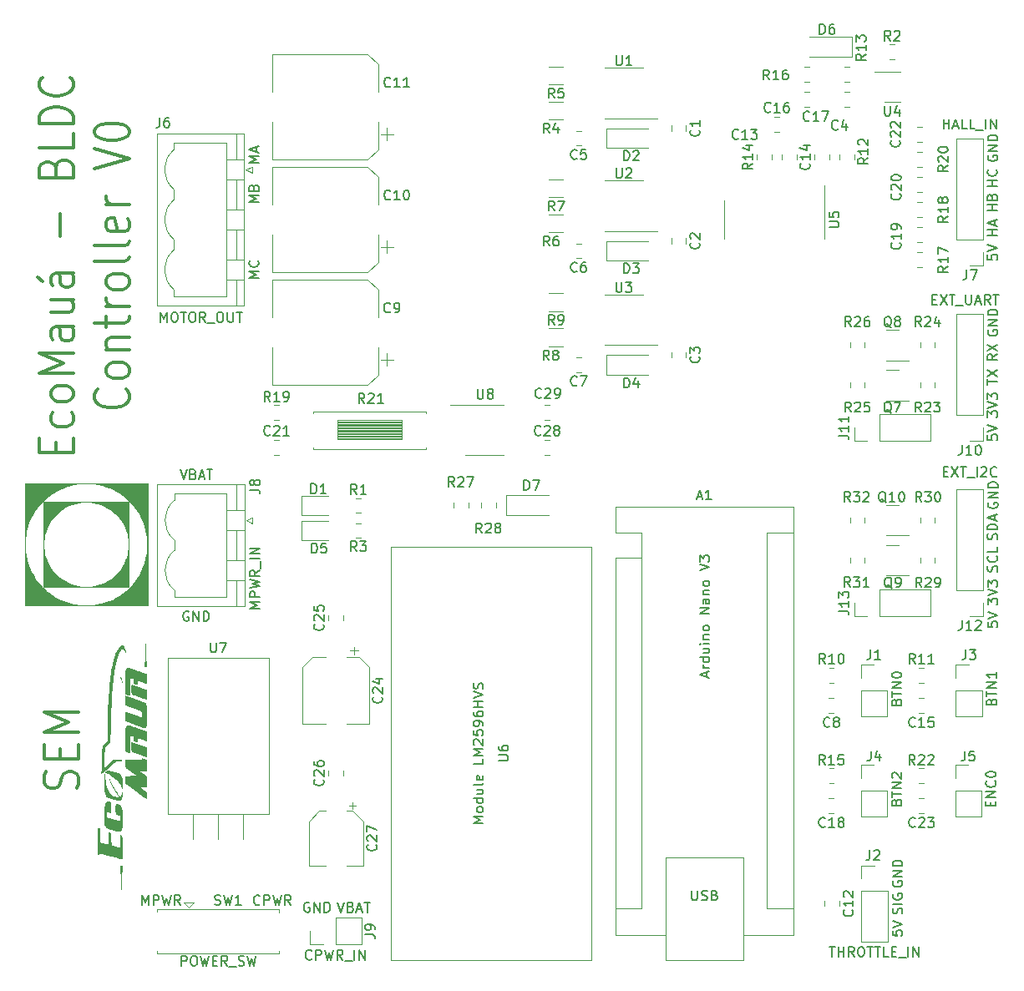
<source format=gto>
G04 #@! TF.GenerationSoftware,KiCad,Pcbnew,(6.0.8)*
G04 #@! TF.CreationDate,2023-06-08T11:40:43-03:00*
G04 #@! TF.ProjectId,EcoMaua_BLDC_Controller_v0,45636f4d-6175-4615-9f42-4c44435f436f,rev?*
G04 #@! TF.SameCoordinates,Original*
G04 #@! TF.FileFunction,Legend,Top*
G04 #@! TF.FilePolarity,Positive*
%FSLAX46Y46*%
G04 Gerber Fmt 4.6, Leading zero omitted, Abs format (unit mm)*
G04 Created by KiCad (PCBNEW (6.0.8)) date 2023-06-08 11:40:43*
%MOMM*%
%LPD*%
G01*
G04 APERTURE LIST*
%ADD10C,0.150000*%
%ADD11C,0.300000*%
%ADD12C,0.120000*%
G04 APERTURE END LIST*
D10*
X195006980Y-82187895D02*
X195006980Y-81568847D01*
X195387933Y-81902180D01*
X195387933Y-81759323D01*
X195435552Y-81664085D01*
X195483171Y-81616466D01*
X195578409Y-81568847D01*
X195816504Y-81568847D01*
X195911742Y-81616466D01*
X195959361Y-81664085D01*
X196006980Y-81759323D01*
X196006980Y-82045038D01*
X195959361Y-82140276D01*
X195911742Y-82187895D01*
X195006980Y-81283133D02*
X196006980Y-80949800D01*
X195006980Y-80616466D01*
X195006980Y-80378371D02*
X195006980Y-79759323D01*
X195387933Y-80092657D01*
X195387933Y-79949800D01*
X195435552Y-79854561D01*
X195483171Y-79806942D01*
X195578409Y-79759323D01*
X195816504Y-79759323D01*
X195911742Y-79806942D01*
X195959361Y-79854561D01*
X196006980Y-79949800D01*
X196006980Y-80235514D01*
X195959361Y-80330752D01*
X195911742Y-80378371D01*
X195080000Y-55651304D02*
X195032380Y-55746542D01*
X195032380Y-55889400D01*
X195080000Y-56032257D01*
X195175238Y-56127495D01*
X195270476Y-56175114D01*
X195460952Y-56222733D01*
X195603809Y-56222733D01*
X195794285Y-56175114D01*
X195889523Y-56127495D01*
X195984761Y-56032257D01*
X196032380Y-55889400D01*
X196032380Y-55794161D01*
X195984761Y-55651304D01*
X195937142Y-55603685D01*
X195603809Y-55603685D01*
X195603809Y-55794161D01*
X196032380Y-55175114D02*
X195032380Y-55175114D01*
X196032380Y-54603685D01*
X195032380Y-54603685D01*
X196032380Y-54127495D02*
X195032380Y-54127495D01*
X195032380Y-53889400D01*
X195080000Y-53746542D01*
X195175238Y-53651304D01*
X195270476Y-53603685D01*
X195460952Y-53556066D01*
X195603809Y-53556066D01*
X195794285Y-53603685D01*
X195889523Y-53651304D01*
X195984761Y-53746542D01*
X196032380Y-53889400D01*
X196032380Y-54127495D01*
X190551133Y-52954180D02*
X190551133Y-51954180D01*
X190551133Y-52430371D02*
X191122561Y-52430371D01*
X191122561Y-52954180D02*
X191122561Y-51954180D01*
X191551133Y-52668466D02*
X192027323Y-52668466D01*
X191455895Y-52954180D02*
X191789228Y-51954180D01*
X192122561Y-52954180D01*
X192932085Y-52954180D02*
X192455895Y-52954180D01*
X192455895Y-51954180D01*
X193741609Y-52954180D02*
X193265419Y-52954180D01*
X193265419Y-51954180D01*
X193836847Y-53049419D02*
X194598752Y-53049419D01*
X194836847Y-52954180D02*
X194836847Y-51954180D01*
X195313038Y-52954180D02*
X195313038Y-51954180D01*
X195884466Y-52954180D01*
X195884466Y-51954180D01*
X195981580Y-75807866D02*
X195505390Y-76141200D01*
X195981580Y-76379295D02*
X194981580Y-76379295D01*
X194981580Y-75998342D01*
X195029200Y-75903104D01*
X195076819Y-75855485D01*
X195172057Y-75807866D01*
X195314914Y-75807866D01*
X195410152Y-75855485D01*
X195457771Y-75903104D01*
X195505390Y-75998342D01*
X195505390Y-76379295D01*
X194981580Y-75474533D02*
X195981580Y-74807866D01*
X194981580Y-74807866D02*
X195981580Y-75474533D01*
X185428000Y-129235104D02*
X185380380Y-129330342D01*
X185380380Y-129473200D01*
X185428000Y-129616057D01*
X185523238Y-129711295D01*
X185618476Y-129758914D01*
X185808952Y-129806533D01*
X185951809Y-129806533D01*
X186142285Y-129758914D01*
X186237523Y-129711295D01*
X186332761Y-129616057D01*
X186380380Y-129473200D01*
X186380380Y-129377961D01*
X186332761Y-129235104D01*
X186285142Y-129187485D01*
X185951809Y-129187485D01*
X185951809Y-129377961D01*
X186380380Y-128758914D02*
X185380380Y-128758914D01*
X186380380Y-128187485D01*
X185380380Y-128187485D01*
X186380380Y-127711295D02*
X185380380Y-127711295D01*
X185380380Y-127473200D01*
X185428000Y-127330342D01*
X185523238Y-127235104D01*
X185618476Y-127187485D01*
X185808952Y-127139866D01*
X185951809Y-127139866D01*
X186142285Y-127187485D01*
X186237523Y-127235104D01*
X186332761Y-127330342D01*
X186380380Y-127473200D01*
X186380380Y-127711295D01*
X111168371Y-72537580D02*
X111168371Y-71537580D01*
X111501704Y-72251866D01*
X111835038Y-71537580D01*
X111835038Y-72537580D01*
X112501704Y-71537580D02*
X112692180Y-71537580D01*
X112787419Y-71585200D01*
X112882657Y-71680438D01*
X112930276Y-71870914D01*
X112930276Y-72204247D01*
X112882657Y-72394723D01*
X112787419Y-72489961D01*
X112692180Y-72537580D01*
X112501704Y-72537580D01*
X112406466Y-72489961D01*
X112311228Y-72394723D01*
X112263609Y-72204247D01*
X112263609Y-71870914D01*
X112311228Y-71680438D01*
X112406466Y-71585200D01*
X112501704Y-71537580D01*
X113215990Y-71537580D02*
X113787419Y-71537580D01*
X113501704Y-72537580D02*
X113501704Y-71537580D01*
X114311228Y-71537580D02*
X114501704Y-71537580D01*
X114596942Y-71585200D01*
X114692180Y-71680438D01*
X114739800Y-71870914D01*
X114739800Y-72204247D01*
X114692180Y-72394723D01*
X114596942Y-72489961D01*
X114501704Y-72537580D01*
X114311228Y-72537580D01*
X114215990Y-72489961D01*
X114120752Y-72394723D01*
X114073133Y-72204247D01*
X114073133Y-71870914D01*
X114120752Y-71680438D01*
X114215990Y-71585200D01*
X114311228Y-71537580D01*
X115739800Y-72537580D02*
X115406466Y-72061390D01*
X115168371Y-72537580D02*
X115168371Y-71537580D01*
X115549323Y-71537580D01*
X115644561Y-71585200D01*
X115692180Y-71632819D01*
X115739800Y-71728057D01*
X115739800Y-71870914D01*
X115692180Y-71966152D01*
X115644561Y-72013771D01*
X115549323Y-72061390D01*
X115168371Y-72061390D01*
X115930276Y-72632819D02*
X116692180Y-72632819D01*
X117120752Y-71537580D02*
X117311228Y-71537580D01*
X117406466Y-71585200D01*
X117501704Y-71680438D01*
X117549323Y-71870914D01*
X117549323Y-72204247D01*
X117501704Y-72394723D01*
X117406466Y-72489961D01*
X117311228Y-72537580D01*
X117120752Y-72537580D01*
X117025514Y-72489961D01*
X116930276Y-72394723D01*
X116882657Y-72204247D01*
X116882657Y-71870914D01*
X116930276Y-71680438D01*
X117025514Y-71585200D01*
X117120752Y-71537580D01*
X117977895Y-71537580D02*
X117977895Y-72347104D01*
X118025514Y-72442342D01*
X118073133Y-72489961D01*
X118168371Y-72537580D01*
X118358847Y-72537580D01*
X118454085Y-72489961D01*
X118501704Y-72442342D01*
X118549323Y-72347104D01*
X118549323Y-71537580D01*
X118882657Y-71537580D02*
X119454085Y-71537580D01*
X119168371Y-72537580D02*
X119168371Y-71537580D01*
X185380380Y-134251676D02*
X185380380Y-134727866D01*
X185856571Y-134775485D01*
X185808952Y-134727866D01*
X185761333Y-134632628D01*
X185761333Y-134394533D01*
X185808952Y-134299295D01*
X185856571Y-134251676D01*
X185951809Y-134204057D01*
X186189904Y-134204057D01*
X186285142Y-134251676D01*
X186332761Y-134299295D01*
X186380380Y-134394533D01*
X186380380Y-134632628D01*
X186332761Y-134727866D01*
X186285142Y-134775485D01*
X185380380Y-133918342D02*
X186380380Y-133585009D01*
X185380380Y-133251676D01*
X126500238Y-137110742D02*
X126452619Y-137158361D01*
X126309761Y-137205980D01*
X126214523Y-137205980D01*
X126071666Y-137158361D01*
X125976428Y-137063123D01*
X125928809Y-136967885D01*
X125881190Y-136777409D01*
X125881190Y-136634552D01*
X125928809Y-136444076D01*
X125976428Y-136348838D01*
X126071666Y-136253600D01*
X126214523Y-136205980D01*
X126309761Y-136205980D01*
X126452619Y-136253600D01*
X126500238Y-136301219D01*
X126928809Y-137205980D02*
X126928809Y-136205980D01*
X127309761Y-136205980D01*
X127405000Y-136253600D01*
X127452619Y-136301219D01*
X127500238Y-136396457D01*
X127500238Y-136539314D01*
X127452619Y-136634552D01*
X127405000Y-136682171D01*
X127309761Y-136729790D01*
X126928809Y-136729790D01*
X127833571Y-136205980D02*
X128071666Y-137205980D01*
X128262142Y-136491695D01*
X128452619Y-137205980D01*
X128690714Y-136205980D01*
X129643095Y-137205980D02*
X129309761Y-136729790D01*
X129071666Y-137205980D02*
X129071666Y-136205980D01*
X129452619Y-136205980D01*
X129547857Y-136253600D01*
X129595476Y-136301219D01*
X129643095Y-136396457D01*
X129643095Y-136539314D01*
X129595476Y-136634552D01*
X129547857Y-136682171D01*
X129452619Y-136729790D01*
X129071666Y-136729790D01*
X129833571Y-137301219D02*
X130595476Y-137301219D01*
X130833571Y-137205980D02*
X130833571Y-136205980D01*
X131309761Y-137205980D02*
X131309761Y-136205980D01*
X131881190Y-137205980D01*
X131881190Y-136205980D01*
X126263495Y-131427600D02*
X126168257Y-131379980D01*
X126025400Y-131379980D01*
X125882542Y-131427600D01*
X125787304Y-131522838D01*
X125739685Y-131618076D01*
X125692066Y-131808552D01*
X125692066Y-131951409D01*
X125739685Y-132141885D01*
X125787304Y-132237123D01*
X125882542Y-132332361D01*
X126025400Y-132379980D01*
X126120638Y-132379980D01*
X126263495Y-132332361D01*
X126311114Y-132284742D01*
X126311114Y-131951409D01*
X126120638Y-131951409D01*
X126739685Y-132379980D02*
X126739685Y-131379980D01*
X127311114Y-132379980D01*
X127311114Y-131379980D01*
X127787304Y-132379980D02*
X127787304Y-131379980D01*
X128025400Y-131379980D01*
X128168257Y-131427600D01*
X128263495Y-131522838D01*
X128311114Y-131618076D01*
X128358733Y-131808552D01*
X128358733Y-131951409D01*
X128311114Y-132141885D01*
X128263495Y-132237123D01*
X128168257Y-132332361D01*
X128025400Y-132379980D01*
X127787304Y-132379980D01*
X185780371Y-121222923D02*
X185827990Y-121080066D01*
X185875609Y-121032447D01*
X185970847Y-120984828D01*
X186113704Y-120984828D01*
X186208942Y-121032447D01*
X186256561Y-121080066D01*
X186304180Y-121175304D01*
X186304180Y-121556257D01*
X185304180Y-121556257D01*
X185304180Y-121222923D01*
X185351800Y-121127685D01*
X185399419Y-121080066D01*
X185494657Y-121032447D01*
X185589895Y-121032447D01*
X185685133Y-121080066D01*
X185732752Y-121127685D01*
X185780371Y-121222923D01*
X185780371Y-121556257D01*
X185304180Y-120699114D02*
X185304180Y-120127685D01*
X186304180Y-120413400D02*
X185304180Y-120413400D01*
X186304180Y-119794352D02*
X185304180Y-119794352D01*
X186304180Y-119222923D01*
X185304180Y-119222923D01*
X185399419Y-118794352D02*
X185351800Y-118746733D01*
X185304180Y-118651495D01*
X185304180Y-118413400D01*
X185351800Y-118318161D01*
X185399419Y-118270542D01*
X185494657Y-118222923D01*
X185589895Y-118222923D01*
X185732752Y-118270542D01*
X186304180Y-118841971D01*
X186304180Y-118222923D01*
X195330771Y-121602285D02*
X195330771Y-121268952D01*
X195854580Y-121126095D02*
X195854580Y-121602285D01*
X194854580Y-121602285D01*
X194854580Y-121126095D01*
X195854580Y-120697523D02*
X194854580Y-120697523D01*
X195854580Y-120126095D01*
X194854580Y-120126095D01*
X195759342Y-119078476D02*
X195806961Y-119126095D01*
X195854580Y-119268952D01*
X195854580Y-119364190D01*
X195806961Y-119507047D01*
X195711723Y-119602285D01*
X195616485Y-119649904D01*
X195426009Y-119697523D01*
X195283152Y-119697523D01*
X195092676Y-119649904D01*
X194997438Y-119602285D01*
X194902200Y-119507047D01*
X194854580Y-119364190D01*
X194854580Y-119268952D01*
X194902200Y-119126095D01*
X194949819Y-119078476D01*
X194854580Y-118459428D02*
X194854580Y-118364190D01*
X194902200Y-118268952D01*
X194949819Y-118221333D01*
X195045057Y-118173714D01*
X195235533Y-118126095D01*
X195473628Y-118126095D01*
X195664104Y-118173714D01*
X195759342Y-118221333D01*
X195806961Y-118268952D01*
X195854580Y-118364190D01*
X195854580Y-118459428D01*
X195806961Y-118554666D01*
X195759342Y-118602285D01*
X195664104Y-118649904D01*
X195473628Y-118697523D01*
X195235533Y-118697523D01*
X195045057Y-118649904D01*
X194949819Y-118602285D01*
X194902200Y-118554666D01*
X194854580Y-118459428D01*
D11*
X100539100Y-85730571D02*
X100539100Y-84730571D01*
X102372433Y-84301999D02*
X102372433Y-85730571D01*
X98872433Y-85730571D01*
X98872433Y-84301999D01*
X102205766Y-81730571D02*
X102372433Y-82016285D01*
X102372433Y-82587714D01*
X102205766Y-82873428D01*
X102039100Y-83016285D01*
X101705766Y-83159142D01*
X100705766Y-83159142D01*
X100372433Y-83016285D01*
X100205766Y-82873428D01*
X100039100Y-82587714D01*
X100039100Y-82016285D01*
X100205766Y-81730571D01*
X102372433Y-80016285D02*
X102205766Y-80301999D01*
X102039100Y-80444857D01*
X101705766Y-80587714D01*
X100705766Y-80587714D01*
X100372433Y-80444857D01*
X100205766Y-80301999D01*
X100039100Y-80016285D01*
X100039100Y-79587714D01*
X100205766Y-79301999D01*
X100372433Y-79159142D01*
X100705766Y-79016285D01*
X101705766Y-79016285D01*
X102039100Y-79159142D01*
X102205766Y-79301999D01*
X102372433Y-79587714D01*
X102372433Y-80016285D01*
X102372433Y-77730571D02*
X98872433Y-77730571D01*
X101372433Y-76730571D01*
X98872433Y-75730571D01*
X102372433Y-75730571D01*
X102372433Y-73016285D02*
X100539100Y-73016285D01*
X100205766Y-73159142D01*
X100039100Y-73444857D01*
X100039100Y-74016285D01*
X100205766Y-74301999D01*
X102205766Y-73016285D02*
X102372433Y-73301999D01*
X102372433Y-74016285D01*
X102205766Y-74301999D01*
X101872433Y-74444857D01*
X101539100Y-74444857D01*
X101205766Y-74301999D01*
X101039100Y-74016285D01*
X101039100Y-73301999D01*
X100872433Y-73016285D01*
X100039100Y-70301999D02*
X102372433Y-70301999D01*
X100039100Y-71587714D02*
X101872433Y-71587714D01*
X102205766Y-71444857D01*
X102372433Y-71159142D01*
X102372433Y-70730571D01*
X102205766Y-70444857D01*
X102039100Y-70301999D01*
X102372433Y-67587714D02*
X100539100Y-67587714D01*
X100205766Y-67730571D01*
X100039100Y-68016285D01*
X100039100Y-68587714D01*
X100205766Y-68873428D01*
X102205766Y-67587714D02*
X102372433Y-67873428D01*
X102372433Y-68587714D01*
X102205766Y-68873428D01*
X101872433Y-69016285D01*
X101539100Y-69016285D01*
X101205766Y-68873428D01*
X101039100Y-68587714D01*
X101039100Y-67873428D01*
X100872433Y-67587714D01*
X98705766Y-68016285D02*
X99205766Y-68444857D01*
X101039100Y-63873428D02*
X101039100Y-61587714D01*
X100539100Y-56873428D02*
X100705766Y-56444857D01*
X100872433Y-56302000D01*
X101205766Y-56159142D01*
X101705766Y-56159142D01*
X102039100Y-56302000D01*
X102205766Y-56444857D01*
X102372433Y-56730571D01*
X102372433Y-57873428D01*
X98872433Y-57873428D01*
X98872433Y-56873428D01*
X99039100Y-56587714D01*
X99205766Y-56444857D01*
X99539100Y-56302000D01*
X99872433Y-56302000D01*
X100205766Y-56444857D01*
X100372433Y-56587714D01*
X100539100Y-56873428D01*
X100539100Y-57873428D01*
X102372433Y-53444857D02*
X102372433Y-54873428D01*
X98872433Y-54873428D01*
X102372433Y-52444857D02*
X98872433Y-52444857D01*
X98872433Y-51730571D01*
X99039100Y-51302000D01*
X99372433Y-51016285D01*
X99705766Y-50873428D01*
X100372433Y-50730571D01*
X100872433Y-50730571D01*
X101539100Y-50873428D01*
X101872433Y-51016285D01*
X102205766Y-51302000D01*
X102372433Y-51730571D01*
X102372433Y-52444857D01*
X102039100Y-47730571D02*
X102205766Y-47873428D01*
X102372433Y-48302000D01*
X102372433Y-48587714D01*
X102205766Y-49016285D01*
X101872433Y-49302000D01*
X101539100Y-49444857D01*
X100872433Y-49587714D01*
X100372433Y-49587714D01*
X99705766Y-49444857D01*
X99372433Y-49302000D01*
X99039100Y-49016285D01*
X98872433Y-48587714D01*
X98872433Y-48302000D01*
X99039100Y-47873428D01*
X99205766Y-47730571D01*
X107674100Y-79373428D02*
X107840766Y-79516285D01*
X108007433Y-79944857D01*
X108007433Y-80230571D01*
X107840766Y-80659142D01*
X107507433Y-80944857D01*
X107174100Y-81087714D01*
X106507433Y-81230571D01*
X106007433Y-81230571D01*
X105340766Y-81087714D01*
X105007433Y-80944857D01*
X104674100Y-80659142D01*
X104507433Y-80230571D01*
X104507433Y-79944857D01*
X104674100Y-79516285D01*
X104840766Y-79373428D01*
X108007433Y-77659142D02*
X107840766Y-77944857D01*
X107674100Y-78087714D01*
X107340766Y-78230571D01*
X106340766Y-78230571D01*
X106007433Y-78087714D01*
X105840766Y-77944857D01*
X105674100Y-77659142D01*
X105674100Y-77230571D01*
X105840766Y-76944857D01*
X106007433Y-76802000D01*
X106340766Y-76659142D01*
X107340766Y-76659142D01*
X107674100Y-76802000D01*
X107840766Y-76944857D01*
X108007433Y-77230571D01*
X108007433Y-77659142D01*
X105674100Y-75373428D02*
X108007433Y-75373428D01*
X106007433Y-75373428D02*
X105840766Y-75230571D01*
X105674100Y-74944857D01*
X105674100Y-74516285D01*
X105840766Y-74230571D01*
X106174100Y-74087714D01*
X108007433Y-74087714D01*
X105674100Y-73087714D02*
X105674100Y-71944857D01*
X104507433Y-72659142D02*
X107507433Y-72659142D01*
X107840766Y-72516285D01*
X108007433Y-72230571D01*
X108007433Y-71944857D01*
X108007433Y-70944857D02*
X105674100Y-70944857D01*
X106340766Y-70944857D02*
X106007433Y-70802000D01*
X105840766Y-70659142D01*
X105674100Y-70373428D01*
X105674100Y-70087714D01*
X108007433Y-68659142D02*
X107840766Y-68944857D01*
X107674100Y-69087714D01*
X107340766Y-69230571D01*
X106340766Y-69230571D01*
X106007433Y-69087714D01*
X105840766Y-68944857D01*
X105674100Y-68659142D01*
X105674100Y-68230571D01*
X105840766Y-67944857D01*
X106007433Y-67802000D01*
X106340766Y-67659142D01*
X107340766Y-67659142D01*
X107674100Y-67802000D01*
X107840766Y-67944857D01*
X108007433Y-68230571D01*
X108007433Y-68659142D01*
X108007433Y-65944857D02*
X107840766Y-66230571D01*
X107507433Y-66373428D01*
X104507433Y-66373428D01*
X108007433Y-64373428D02*
X107840766Y-64659142D01*
X107507433Y-64802000D01*
X104507433Y-64802000D01*
X107840766Y-62087714D02*
X108007433Y-62373428D01*
X108007433Y-62944857D01*
X107840766Y-63230571D01*
X107507433Y-63373428D01*
X106174100Y-63373428D01*
X105840766Y-63230571D01*
X105674100Y-62944857D01*
X105674100Y-62373428D01*
X105840766Y-62087714D01*
X106174100Y-61944857D01*
X106507433Y-61944857D01*
X106840766Y-63373428D01*
X108007433Y-60659142D02*
X105674100Y-60659142D01*
X106340766Y-60659142D02*
X106007433Y-60516285D01*
X105840766Y-60373428D01*
X105674100Y-60087714D01*
X105674100Y-59802000D01*
X104507433Y-56944857D02*
X108007433Y-55944857D01*
X104507433Y-54944857D01*
X104507433Y-53373428D02*
X104507433Y-53087714D01*
X104674100Y-52802000D01*
X104840766Y-52659142D01*
X105174100Y-52516285D01*
X105840766Y-52373428D01*
X106674100Y-52373428D01*
X107340766Y-52516285D01*
X107674100Y-52659142D01*
X107840766Y-52802000D01*
X108007433Y-53087714D01*
X108007433Y-53373428D01*
X107840766Y-53659142D01*
X107674100Y-53802000D01*
X107340766Y-53944857D01*
X106674100Y-54087714D01*
X105840766Y-54087714D01*
X105174100Y-53944857D01*
X104840766Y-53802000D01*
X104674100Y-53659142D01*
X104507433Y-53373428D01*
D10*
X189424085Y-70235771D02*
X189757419Y-70235771D01*
X189900276Y-70759580D02*
X189424085Y-70759580D01*
X189424085Y-69759580D01*
X189900276Y-69759580D01*
X190233609Y-69759580D02*
X190900276Y-70759580D01*
X190900276Y-69759580D02*
X190233609Y-70759580D01*
X191138371Y-69759580D02*
X191709800Y-69759580D01*
X191424085Y-70759580D02*
X191424085Y-69759580D01*
X191805038Y-70854819D02*
X192566942Y-70854819D01*
X192805038Y-69759580D02*
X192805038Y-70569104D01*
X192852657Y-70664342D01*
X192900276Y-70711961D01*
X192995514Y-70759580D01*
X193185990Y-70759580D01*
X193281228Y-70711961D01*
X193328847Y-70664342D01*
X193376466Y-70569104D01*
X193376466Y-69759580D01*
X193805038Y-70473866D02*
X194281228Y-70473866D01*
X193709800Y-70759580D02*
X194043133Y-69759580D01*
X194376466Y-70759580D01*
X195281228Y-70759580D02*
X194947895Y-70283390D01*
X194709800Y-70759580D02*
X194709800Y-69759580D01*
X195090752Y-69759580D01*
X195185990Y-69807200D01*
X195233609Y-69854819D01*
X195281228Y-69950057D01*
X195281228Y-70092914D01*
X195233609Y-70188152D01*
X195185990Y-70235771D01*
X195090752Y-70283390D01*
X194709800Y-70283390D01*
X195566942Y-69759580D02*
X196138371Y-69759580D01*
X195852657Y-70759580D02*
X195852657Y-69759580D01*
X195006980Y-65722476D02*
X195006980Y-66198666D01*
X195483171Y-66246285D01*
X195435552Y-66198666D01*
X195387933Y-66103428D01*
X195387933Y-65865333D01*
X195435552Y-65770095D01*
X195483171Y-65722476D01*
X195578409Y-65674857D01*
X195816504Y-65674857D01*
X195911742Y-65722476D01*
X195959361Y-65770095D01*
X196006980Y-65865333D01*
X196006980Y-66103428D01*
X195959361Y-66198666D01*
X195911742Y-66246285D01*
X195006980Y-65389142D02*
X196006980Y-65055809D01*
X195006980Y-64722476D01*
X129141742Y-131379980D02*
X129475076Y-132379980D01*
X129808409Y-131379980D01*
X130475076Y-131856171D02*
X130617933Y-131903790D01*
X130665552Y-131951409D01*
X130713171Y-132046647D01*
X130713171Y-132189504D01*
X130665552Y-132284742D01*
X130617933Y-132332361D01*
X130522695Y-132379980D01*
X130141742Y-132379980D01*
X130141742Y-131379980D01*
X130475076Y-131379980D01*
X130570314Y-131427600D01*
X130617933Y-131475219D01*
X130665552Y-131570457D01*
X130665552Y-131665695D01*
X130617933Y-131760933D01*
X130570314Y-131808552D01*
X130475076Y-131856171D01*
X130141742Y-131856171D01*
X131094123Y-132094266D02*
X131570314Y-132094266D01*
X130998885Y-132379980D02*
X131332219Y-131379980D01*
X131665552Y-132379980D01*
X131856028Y-131379980D02*
X132427457Y-131379980D01*
X132141742Y-132379980D02*
X132141742Y-131379980D01*
X195032380Y-101187095D02*
X195032380Y-100568047D01*
X195413333Y-100901380D01*
X195413333Y-100758523D01*
X195460952Y-100663285D01*
X195508571Y-100615666D01*
X195603809Y-100568047D01*
X195841904Y-100568047D01*
X195937142Y-100615666D01*
X195984761Y-100663285D01*
X196032380Y-100758523D01*
X196032380Y-101044238D01*
X195984761Y-101139476D01*
X195937142Y-101187095D01*
X195032380Y-100282333D02*
X196032380Y-99949000D01*
X195032380Y-99615666D01*
X195032380Y-99377571D02*
X195032380Y-98758523D01*
X195413333Y-99091857D01*
X195413333Y-98949000D01*
X195460952Y-98853761D01*
X195508571Y-98806142D01*
X195603809Y-98758523D01*
X195841904Y-98758523D01*
X195937142Y-98806142D01*
X195984761Y-98853761D01*
X196032380Y-98949000D01*
X196032380Y-99234714D01*
X195984761Y-99329952D01*
X195937142Y-99377571D01*
X121153180Y-60370933D02*
X120153180Y-60370933D01*
X120867466Y-60037600D01*
X120153180Y-59704266D01*
X121153180Y-59704266D01*
X120629371Y-58894742D02*
X120676990Y-58751885D01*
X120724609Y-58704266D01*
X120819847Y-58656647D01*
X120962704Y-58656647D01*
X121057942Y-58704266D01*
X121105561Y-58751885D01*
X121153180Y-58847123D01*
X121153180Y-59228076D01*
X120153180Y-59228076D01*
X120153180Y-58894742D01*
X120200800Y-58799504D01*
X120248419Y-58751885D01*
X120343657Y-58704266D01*
X120438895Y-58704266D01*
X120534133Y-58751885D01*
X120581752Y-58799504D01*
X120629371Y-58894742D01*
X120629371Y-59228076D01*
X109321838Y-131668780D02*
X109321838Y-130668780D01*
X109655171Y-131383066D01*
X109988504Y-130668780D01*
X109988504Y-131668780D01*
X110464695Y-131668780D02*
X110464695Y-130668780D01*
X110845647Y-130668780D01*
X110940885Y-130716400D01*
X110988504Y-130764019D01*
X111036123Y-130859257D01*
X111036123Y-131002114D01*
X110988504Y-131097352D01*
X110940885Y-131144971D01*
X110845647Y-131192590D01*
X110464695Y-131192590D01*
X111369457Y-130668780D02*
X111607552Y-131668780D01*
X111798028Y-130954495D01*
X111988504Y-131668780D01*
X112226600Y-130668780D01*
X113178980Y-131668780D02*
X112845647Y-131192590D01*
X112607552Y-131668780D02*
X112607552Y-130668780D01*
X112988504Y-130668780D01*
X113083742Y-130716400D01*
X113131361Y-130764019D01*
X113178980Y-130859257D01*
X113178980Y-131002114D01*
X113131361Y-131097352D01*
X113083742Y-131144971D01*
X112988504Y-131192590D01*
X112607552Y-131192590D01*
X190551133Y-87710971D02*
X190884466Y-87710971D01*
X191027323Y-88234780D02*
X190551133Y-88234780D01*
X190551133Y-87234780D01*
X191027323Y-87234780D01*
X191360657Y-87234780D02*
X192027323Y-88234780D01*
X192027323Y-87234780D02*
X191360657Y-88234780D01*
X192265419Y-87234780D02*
X192836847Y-87234780D01*
X192551133Y-88234780D02*
X192551133Y-87234780D01*
X192932085Y-88330019D02*
X193693990Y-88330019D01*
X193932085Y-88234780D02*
X193932085Y-87234780D01*
X194360657Y-87330019D02*
X194408276Y-87282400D01*
X194503514Y-87234780D01*
X194741609Y-87234780D01*
X194836847Y-87282400D01*
X194884466Y-87330019D01*
X194932085Y-87425257D01*
X194932085Y-87520495D01*
X194884466Y-87663352D01*
X194313038Y-88234780D01*
X194932085Y-88234780D01*
X195932085Y-88139542D02*
X195884466Y-88187161D01*
X195741609Y-88234780D01*
X195646371Y-88234780D01*
X195503514Y-88187161D01*
X195408276Y-88091923D01*
X195360657Y-87996685D01*
X195313038Y-87806209D01*
X195313038Y-87663352D01*
X195360657Y-87472876D01*
X195408276Y-87377638D01*
X195503514Y-87282400D01*
X195646371Y-87234780D01*
X195741609Y-87234780D01*
X195884466Y-87282400D01*
X195932085Y-87330019D01*
X113279704Y-137815580D02*
X113279704Y-136815580D01*
X113660657Y-136815580D01*
X113755895Y-136863200D01*
X113803514Y-136910819D01*
X113851133Y-137006057D01*
X113851133Y-137148914D01*
X113803514Y-137244152D01*
X113755895Y-137291771D01*
X113660657Y-137339390D01*
X113279704Y-137339390D01*
X114470180Y-136815580D02*
X114660657Y-136815580D01*
X114755895Y-136863200D01*
X114851133Y-136958438D01*
X114898752Y-137148914D01*
X114898752Y-137482247D01*
X114851133Y-137672723D01*
X114755895Y-137767961D01*
X114660657Y-137815580D01*
X114470180Y-137815580D01*
X114374942Y-137767961D01*
X114279704Y-137672723D01*
X114232085Y-137482247D01*
X114232085Y-137148914D01*
X114279704Y-136958438D01*
X114374942Y-136863200D01*
X114470180Y-136815580D01*
X115232085Y-136815580D02*
X115470180Y-137815580D01*
X115660657Y-137101295D01*
X115851133Y-137815580D01*
X116089228Y-136815580D01*
X116470180Y-137291771D02*
X116803514Y-137291771D01*
X116946371Y-137815580D02*
X116470180Y-137815580D01*
X116470180Y-136815580D01*
X116946371Y-136815580D01*
X117946371Y-137815580D02*
X117613038Y-137339390D01*
X117374942Y-137815580D02*
X117374942Y-136815580D01*
X117755895Y-136815580D01*
X117851133Y-136863200D01*
X117898752Y-136910819D01*
X117946371Y-137006057D01*
X117946371Y-137148914D01*
X117898752Y-137244152D01*
X117851133Y-137291771D01*
X117755895Y-137339390D01*
X117374942Y-137339390D01*
X118136847Y-137910819D02*
X118898752Y-137910819D01*
X119089228Y-137767961D02*
X119232085Y-137815580D01*
X119470180Y-137815580D01*
X119565419Y-137767961D01*
X119613038Y-137720342D01*
X119660657Y-137625104D01*
X119660657Y-137529866D01*
X119613038Y-137434628D01*
X119565419Y-137387009D01*
X119470180Y-137339390D01*
X119279704Y-137291771D01*
X119184466Y-137244152D01*
X119136847Y-137196533D01*
X119089228Y-137101295D01*
X119089228Y-137006057D01*
X119136847Y-136910819D01*
X119184466Y-136863200D01*
X119279704Y-136815580D01*
X119517800Y-136815580D01*
X119660657Y-136863200D01*
X119993990Y-136815580D02*
X120232085Y-137815580D01*
X120422561Y-137101295D01*
X120613038Y-137815580D01*
X120851133Y-136815580D01*
X195105400Y-90855704D02*
X195057780Y-90950942D01*
X195057780Y-91093800D01*
X195105400Y-91236657D01*
X195200638Y-91331895D01*
X195295876Y-91379514D01*
X195486352Y-91427133D01*
X195629209Y-91427133D01*
X195819685Y-91379514D01*
X195914923Y-91331895D01*
X196010161Y-91236657D01*
X196057780Y-91093800D01*
X196057780Y-90998561D01*
X196010161Y-90855704D01*
X195962542Y-90808085D01*
X195629209Y-90808085D01*
X195629209Y-90998561D01*
X196057780Y-90379514D02*
X195057780Y-90379514D01*
X196057780Y-89808085D01*
X195057780Y-89808085D01*
X196057780Y-89331895D02*
X195057780Y-89331895D01*
X195057780Y-89093800D01*
X195105400Y-88950942D01*
X195200638Y-88855704D01*
X195295876Y-88808085D01*
X195486352Y-88760466D01*
X195629209Y-88760466D01*
X195819685Y-88808085D01*
X195914923Y-88855704D01*
X196010161Y-88950942D01*
X196057780Y-89093800D01*
X196057780Y-89331895D01*
X113165142Y-87488780D02*
X113498476Y-88488780D01*
X113831809Y-87488780D01*
X114498476Y-87964971D02*
X114641333Y-88012590D01*
X114688952Y-88060209D01*
X114736571Y-88155447D01*
X114736571Y-88298304D01*
X114688952Y-88393542D01*
X114641333Y-88441161D01*
X114546095Y-88488780D01*
X114165142Y-88488780D01*
X114165142Y-87488780D01*
X114498476Y-87488780D01*
X114593714Y-87536400D01*
X114641333Y-87584019D01*
X114688952Y-87679257D01*
X114688952Y-87774495D01*
X114641333Y-87869733D01*
X114593714Y-87917352D01*
X114498476Y-87964971D01*
X114165142Y-87964971D01*
X115117523Y-88203066D02*
X115593714Y-88203066D01*
X115022285Y-88488780D02*
X115355619Y-87488780D01*
X115688952Y-88488780D01*
X115879428Y-87488780D02*
X116450857Y-87488780D01*
X116165142Y-88488780D02*
X116165142Y-87488780D01*
X178970561Y-135901180D02*
X179541990Y-135901180D01*
X179256276Y-136901180D02*
X179256276Y-135901180D01*
X179875323Y-136901180D02*
X179875323Y-135901180D01*
X179875323Y-136377371D02*
X180446752Y-136377371D01*
X180446752Y-136901180D02*
X180446752Y-135901180D01*
X181494371Y-136901180D02*
X181161038Y-136424990D01*
X180922942Y-136901180D02*
X180922942Y-135901180D01*
X181303895Y-135901180D01*
X181399133Y-135948800D01*
X181446752Y-135996419D01*
X181494371Y-136091657D01*
X181494371Y-136234514D01*
X181446752Y-136329752D01*
X181399133Y-136377371D01*
X181303895Y-136424990D01*
X180922942Y-136424990D01*
X182113419Y-135901180D02*
X182303895Y-135901180D01*
X182399133Y-135948800D01*
X182494371Y-136044038D01*
X182541990Y-136234514D01*
X182541990Y-136567847D01*
X182494371Y-136758323D01*
X182399133Y-136853561D01*
X182303895Y-136901180D01*
X182113419Y-136901180D01*
X182018180Y-136853561D01*
X181922942Y-136758323D01*
X181875323Y-136567847D01*
X181875323Y-136234514D01*
X181922942Y-136044038D01*
X182018180Y-135948800D01*
X182113419Y-135901180D01*
X182827704Y-135901180D02*
X183399133Y-135901180D01*
X183113419Y-136901180D02*
X183113419Y-135901180D01*
X183589609Y-135901180D02*
X184161038Y-135901180D01*
X183875323Y-136901180D02*
X183875323Y-135901180D01*
X184970561Y-136901180D02*
X184494371Y-136901180D01*
X184494371Y-135901180D01*
X185303895Y-136377371D02*
X185637228Y-136377371D01*
X185780085Y-136901180D02*
X185303895Y-136901180D01*
X185303895Y-135901180D01*
X185780085Y-135901180D01*
X185970561Y-136996419D02*
X186732466Y-136996419D01*
X186970561Y-136901180D02*
X186970561Y-135901180D01*
X187446752Y-136901180D02*
X187446752Y-135901180D01*
X188018180Y-136901180D01*
X188018180Y-135901180D01*
X185780371Y-111062923D02*
X185827990Y-110920066D01*
X185875609Y-110872447D01*
X185970847Y-110824828D01*
X186113704Y-110824828D01*
X186208942Y-110872447D01*
X186256561Y-110920066D01*
X186304180Y-111015304D01*
X186304180Y-111396257D01*
X185304180Y-111396257D01*
X185304180Y-111062923D01*
X185351800Y-110967685D01*
X185399419Y-110920066D01*
X185494657Y-110872447D01*
X185589895Y-110872447D01*
X185685133Y-110920066D01*
X185732752Y-110967685D01*
X185780371Y-111062923D01*
X185780371Y-111396257D01*
X185304180Y-110539114D02*
X185304180Y-109967685D01*
X186304180Y-110253400D02*
X185304180Y-110253400D01*
X186304180Y-109634352D02*
X185304180Y-109634352D01*
X186304180Y-109062923D01*
X185304180Y-109062923D01*
X185304180Y-108396257D02*
X185304180Y-108301019D01*
X185351800Y-108205780D01*
X185399419Y-108158161D01*
X185494657Y-108110542D01*
X185685133Y-108062923D01*
X185923228Y-108062923D01*
X186113704Y-108110542D01*
X186208942Y-108158161D01*
X186256561Y-108205780D01*
X186304180Y-108301019D01*
X186304180Y-108396257D01*
X186256561Y-108491495D01*
X186208942Y-108539114D01*
X186113704Y-108586733D01*
X185923228Y-108634352D01*
X185685133Y-108634352D01*
X185494657Y-108586733D01*
X185399419Y-108539114D01*
X185351800Y-108491495D01*
X185304180Y-108396257D01*
X194981580Y-78892304D02*
X194981580Y-78320876D01*
X195981580Y-78606590D02*
X194981580Y-78606590D01*
X194981580Y-78082780D02*
X195981580Y-77416114D01*
X194981580Y-77416114D02*
X195981580Y-78082780D01*
X195959361Y-97837476D02*
X196006980Y-97694619D01*
X196006980Y-97456523D01*
X195959361Y-97361285D01*
X195911742Y-97313666D01*
X195816504Y-97266047D01*
X195721266Y-97266047D01*
X195626028Y-97313666D01*
X195578409Y-97361285D01*
X195530790Y-97456523D01*
X195483171Y-97647000D01*
X195435552Y-97742238D01*
X195387933Y-97789857D01*
X195292695Y-97837476D01*
X195197457Y-97837476D01*
X195102219Y-97789857D01*
X195054600Y-97742238D01*
X195006980Y-97647000D01*
X195006980Y-97408904D01*
X195054600Y-97266047D01*
X195911742Y-96266047D02*
X195959361Y-96313666D01*
X196006980Y-96456523D01*
X196006980Y-96551761D01*
X195959361Y-96694619D01*
X195864123Y-96789857D01*
X195768885Y-96837476D01*
X195578409Y-96885095D01*
X195435552Y-96885095D01*
X195245076Y-96837476D01*
X195149838Y-96789857D01*
X195054600Y-96694619D01*
X195006980Y-96551761D01*
X195006980Y-96456523D01*
X195054600Y-96313666D01*
X195102219Y-96266047D01*
X196006980Y-95361285D02*
X196006980Y-95837476D01*
X195006980Y-95837476D01*
X195981580Y-61212314D02*
X194981580Y-61212314D01*
X195457771Y-61212314D02*
X195457771Y-60640885D01*
X195981580Y-60640885D02*
X194981580Y-60640885D01*
X195457771Y-59831361D02*
X195505390Y-59688504D01*
X195553009Y-59640885D01*
X195648247Y-59593266D01*
X195791104Y-59593266D01*
X195886342Y-59640885D01*
X195933961Y-59688504D01*
X195981580Y-59783742D01*
X195981580Y-60164695D01*
X194981580Y-60164695D01*
X194981580Y-59831361D01*
X195029200Y-59736123D01*
X195076819Y-59688504D01*
X195172057Y-59640885D01*
X195267295Y-59640885D01*
X195362533Y-59688504D01*
X195410152Y-59736123D01*
X195457771Y-59831361D01*
X195457771Y-60164695D01*
X195981580Y-58723114D02*
X194981580Y-58723114D01*
X195457771Y-58723114D02*
X195457771Y-58151685D01*
X195981580Y-58151685D02*
X194981580Y-58151685D01*
X195886342Y-57104066D02*
X195933961Y-57151685D01*
X195981580Y-57294542D01*
X195981580Y-57389780D01*
X195933961Y-57532638D01*
X195838723Y-57627876D01*
X195743485Y-57675495D01*
X195553009Y-57723114D01*
X195410152Y-57723114D01*
X195219676Y-57675495D01*
X195124438Y-57627876D01*
X195029200Y-57532638D01*
X194981580Y-57389780D01*
X194981580Y-57294542D01*
X195029200Y-57151685D01*
X195076819Y-57104066D01*
X166536666Y-108504857D02*
X166536666Y-108028666D01*
X166822380Y-108600095D02*
X165822380Y-108266761D01*
X166822380Y-107933428D01*
X166822380Y-107600095D02*
X166155714Y-107600095D01*
X166346190Y-107600095D02*
X166250952Y-107552476D01*
X166203333Y-107504857D01*
X166155714Y-107409619D01*
X166155714Y-107314380D01*
X166822380Y-106552476D02*
X165822380Y-106552476D01*
X166774761Y-106552476D02*
X166822380Y-106647714D01*
X166822380Y-106838190D01*
X166774761Y-106933428D01*
X166727142Y-106981047D01*
X166631904Y-107028666D01*
X166346190Y-107028666D01*
X166250952Y-106981047D01*
X166203333Y-106933428D01*
X166155714Y-106838190D01*
X166155714Y-106647714D01*
X166203333Y-106552476D01*
X166155714Y-105647714D02*
X166822380Y-105647714D01*
X166155714Y-106076285D02*
X166679523Y-106076285D01*
X166774761Y-106028666D01*
X166822380Y-105933428D01*
X166822380Y-105790571D01*
X166774761Y-105695333D01*
X166727142Y-105647714D01*
X166822380Y-105171523D02*
X166155714Y-105171523D01*
X165822380Y-105171523D02*
X165870000Y-105219142D01*
X165917619Y-105171523D01*
X165870000Y-105123904D01*
X165822380Y-105171523D01*
X165917619Y-105171523D01*
X166155714Y-104695333D02*
X166822380Y-104695333D01*
X166250952Y-104695333D02*
X166203333Y-104647714D01*
X166155714Y-104552476D01*
X166155714Y-104409619D01*
X166203333Y-104314380D01*
X166298571Y-104266761D01*
X166822380Y-104266761D01*
X166822380Y-103647714D02*
X166774761Y-103742952D01*
X166727142Y-103790571D01*
X166631904Y-103838190D01*
X166346190Y-103838190D01*
X166250952Y-103790571D01*
X166203333Y-103742952D01*
X166155714Y-103647714D01*
X166155714Y-103504857D01*
X166203333Y-103409619D01*
X166250952Y-103362000D01*
X166346190Y-103314380D01*
X166631904Y-103314380D01*
X166727142Y-103362000D01*
X166774761Y-103409619D01*
X166822380Y-103504857D01*
X166822380Y-103647714D01*
X166822380Y-102123904D02*
X165822380Y-102123904D01*
X166822380Y-101552476D01*
X165822380Y-101552476D01*
X166822380Y-100647714D02*
X166298571Y-100647714D01*
X166203333Y-100695333D01*
X166155714Y-100790571D01*
X166155714Y-100981047D01*
X166203333Y-101076285D01*
X166774761Y-100647714D02*
X166822380Y-100742952D01*
X166822380Y-100981047D01*
X166774761Y-101076285D01*
X166679523Y-101123904D01*
X166584285Y-101123904D01*
X166489047Y-101076285D01*
X166441428Y-100981047D01*
X166441428Y-100742952D01*
X166393809Y-100647714D01*
X166155714Y-100171523D02*
X166822380Y-100171523D01*
X166250952Y-100171523D02*
X166203333Y-100123904D01*
X166155714Y-100028666D01*
X166155714Y-99885809D01*
X166203333Y-99790571D01*
X166298571Y-99742952D01*
X166822380Y-99742952D01*
X166822380Y-99123904D02*
X166774761Y-99219142D01*
X166727142Y-99266761D01*
X166631904Y-99314380D01*
X166346190Y-99314380D01*
X166250952Y-99266761D01*
X166203333Y-99219142D01*
X166155714Y-99123904D01*
X166155714Y-98981047D01*
X166203333Y-98885809D01*
X166250952Y-98838190D01*
X166346190Y-98790571D01*
X166631904Y-98790571D01*
X166727142Y-98838190D01*
X166774761Y-98885809D01*
X166822380Y-98981047D01*
X166822380Y-99123904D01*
X165822380Y-97742952D02*
X166822380Y-97409619D01*
X165822380Y-97076285D01*
X165822380Y-96838190D02*
X165822380Y-96219142D01*
X166203333Y-96552476D01*
X166203333Y-96409619D01*
X166250952Y-96314380D01*
X166298571Y-96266761D01*
X166393809Y-96219142D01*
X166631904Y-96219142D01*
X166727142Y-96266761D01*
X166774761Y-96314380D01*
X166822380Y-96409619D01*
X166822380Y-96695333D01*
X166774761Y-96790571D01*
X166727142Y-96838190D01*
X196006980Y-63757085D02*
X195006980Y-63757085D01*
X195483171Y-63757085D02*
X195483171Y-63185657D01*
X196006980Y-63185657D02*
X195006980Y-63185657D01*
X195721266Y-62757085D02*
X195721266Y-62280895D01*
X196006980Y-62852323D02*
X195006980Y-62518990D01*
X196006980Y-62185657D01*
X121242295Y-131573542D02*
X121194676Y-131621161D01*
X121051819Y-131668780D01*
X120956580Y-131668780D01*
X120813723Y-131621161D01*
X120718485Y-131525923D01*
X120670866Y-131430685D01*
X120623247Y-131240209D01*
X120623247Y-131097352D01*
X120670866Y-130906876D01*
X120718485Y-130811638D01*
X120813723Y-130716400D01*
X120956580Y-130668780D01*
X121051819Y-130668780D01*
X121194676Y-130716400D01*
X121242295Y-130764019D01*
X121670866Y-131668780D02*
X121670866Y-130668780D01*
X122051819Y-130668780D01*
X122147057Y-130716400D01*
X122194676Y-130764019D01*
X122242295Y-130859257D01*
X122242295Y-131002114D01*
X122194676Y-131097352D01*
X122147057Y-131144971D01*
X122051819Y-131192590D01*
X121670866Y-131192590D01*
X122575628Y-130668780D02*
X122813723Y-131668780D01*
X123004200Y-130954495D01*
X123194676Y-131668780D01*
X123432771Y-130668780D01*
X124385152Y-131668780D02*
X124051819Y-131192590D01*
X123813723Y-131668780D02*
X123813723Y-130668780D01*
X124194676Y-130668780D01*
X124289914Y-130716400D01*
X124337533Y-130764019D01*
X124385152Y-130859257D01*
X124385152Y-131002114D01*
X124337533Y-131097352D01*
X124289914Y-131144971D01*
X124194676Y-131192590D01*
X123813723Y-131192590D01*
X195080000Y-73355104D02*
X195032380Y-73450342D01*
X195032380Y-73593200D01*
X195080000Y-73736057D01*
X195175238Y-73831295D01*
X195270476Y-73878914D01*
X195460952Y-73926533D01*
X195603809Y-73926533D01*
X195794285Y-73878914D01*
X195889523Y-73831295D01*
X195984761Y-73736057D01*
X196032380Y-73593200D01*
X196032380Y-73497961D01*
X195984761Y-73355104D01*
X195937142Y-73307485D01*
X195603809Y-73307485D01*
X195603809Y-73497961D01*
X196032380Y-72878914D02*
X195032380Y-72878914D01*
X196032380Y-72307485D01*
X195032380Y-72307485D01*
X196032380Y-71831295D02*
X195032380Y-71831295D01*
X195032380Y-71593200D01*
X195080000Y-71450342D01*
X195175238Y-71355104D01*
X195270476Y-71307485D01*
X195460952Y-71259866D01*
X195603809Y-71259866D01*
X195794285Y-71307485D01*
X195889523Y-71355104D01*
X195984761Y-71450342D01*
X196032380Y-71593200D01*
X196032380Y-71831295D01*
X121153180Y-68041733D02*
X120153180Y-68041733D01*
X120867466Y-67708400D01*
X120153180Y-67375066D01*
X121153180Y-67375066D01*
X121057942Y-66327447D02*
X121105561Y-66375066D01*
X121153180Y-66517923D01*
X121153180Y-66613161D01*
X121105561Y-66756019D01*
X121010323Y-66851257D01*
X120915085Y-66898876D01*
X120724609Y-66946495D01*
X120581752Y-66946495D01*
X120391276Y-66898876D01*
X120296038Y-66851257D01*
X120200800Y-66756019D01*
X120153180Y-66613161D01*
X120153180Y-66517923D01*
X120200800Y-66375066D01*
X120248419Y-66327447D01*
X195006980Y-83985076D02*
X195006980Y-84461266D01*
X195483171Y-84508885D01*
X195435552Y-84461266D01*
X195387933Y-84366028D01*
X195387933Y-84127933D01*
X195435552Y-84032695D01*
X195483171Y-83985076D01*
X195578409Y-83937457D01*
X195816504Y-83937457D01*
X195911742Y-83985076D01*
X195959361Y-84032695D01*
X196006980Y-84127933D01*
X196006980Y-84366028D01*
X195959361Y-84461266D01*
X195911742Y-84508885D01*
X195006980Y-83651742D02*
X196006980Y-83318409D01*
X195006980Y-82985076D01*
X121153180Y-56362504D02*
X120153180Y-56362504D01*
X120867466Y-56029171D01*
X120153180Y-55695838D01*
X121153180Y-55695838D01*
X120867466Y-55267266D02*
X120867466Y-54791076D01*
X121153180Y-55362504D02*
X120153180Y-55029171D01*
X121153180Y-54695838D01*
D11*
X102711866Y-119828771D02*
X102878533Y-119400200D01*
X102878533Y-118685914D01*
X102711866Y-118400200D01*
X102545200Y-118257342D01*
X102211866Y-118114485D01*
X101878533Y-118114485D01*
X101545200Y-118257342D01*
X101378533Y-118400200D01*
X101211866Y-118685914D01*
X101045200Y-119257342D01*
X100878533Y-119543057D01*
X100711866Y-119685914D01*
X100378533Y-119828771D01*
X100045200Y-119828771D01*
X99711866Y-119685914D01*
X99545200Y-119543057D01*
X99378533Y-119257342D01*
X99378533Y-118543057D01*
X99545200Y-118114485D01*
X101045200Y-116828771D02*
X101045200Y-115828771D01*
X102878533Y-115400200D02*
X102878533Y-116828771D01*
X99378533Y-116828771D01*
X99378533Y-115400200D01*
X102878533Y-114114485D02*
X99378533Y-114114485D01*
X101878533Y-113114485D01*
X99378533Y-112114485D01*
X102878533Y-112114485D01*
D10*
X121229380Y-101574219D02*
X120229380Y-101574219D01*
X120943666Y-101240885D01*
X120229380Y-100907552D01*
X121229380Y-100907552D01*
X121229380Y-100431361D02*
X120229380Y-100431361D01*
X120229380Y-100050409D01*
X120277000Y-99955171D01*
X120324619Y-99907552D01*
X120419857Y-99859933D01*
X120562714Y-99859933D01*
X120657952Y-99907552D01*
X120705571Y-99955171D01*
X120753190Y-100050409D01*
X120753190Y-100431361D01*
X120229380Y-99526600D02*
X121229380Y-99288504D01*
X120515095Y-99098028D01*
X121229380Y-98907552D01*
X120229380Y-98669457D01*
X121229380Y-97717076D02*
X120753190Y-98050409D01*
X121229380Y-98288504D02*
X120229380Y-98288504D01*
X120229380Y-97907552D01*
X120277000Y-97812314D01*
X120324619Y-97764695D01*
X120419857Y-97717076D01*
X120562714Y-97717076D01*
X120657952Y-97764695D01*
X120705571Y-97812314D01*
X120753190Y-97907552D01*
X120753190Y-98288504D01*
X121324619Y-97526600D02*
X121324619Y-96764695D01*
X121229380Y-96526600D02*
X120229380Y-96526600D01*
X121229380Y-96050409D02*
X120229380Y-96050409D01*
X121229380Y-95478980D01*
X120229380Y-95478980D01*
X186332761Y-132545009D02*
X186380380Y-132402152D01*
X186380380Y-132164057D01*
X186332761Y-132068819D01*
X186285142Y-132021200D01*
X186189904Y-131973580D01*
X186094666Y-131973580D01*
X185999428Y-132021200D01*
X185951809Y-132068819D01*
X185904190Y-132164057D01*
X185856571Y-132354533D01*
X185808952Y-132449771D01*
X185761333Y-132497390D01*
X185666095Y-132545009D01*
X185570857Y-132545009D01*
X185475619Y-132497390D01*
X185428000Y-132449771D01*
X185380380Y-132354533D01*
X185380380Y-132116438D01*
X185428000Y-131973580D01*
X186380380Y-131545009D02*
X185380380Y-131545009D01*
X185428000Y-130545009D02*
X185380380Y-130640247D01*
X185380380Y-130783104D01*
X185428000Y-130925961D01*
X185523238Y-131021200D01*
X185618476Y-131068819D01*
X185808952Y-131116438D01*
X185951809Y-131116438D01*
X186142285Y-131068819D01*
X186237523Y-131021200D01*
X186332761Y-130925961D01*
X186380380Y-130783104D01*
X186380380Y-130687866D01*
X186332761Y-130545009D01*
X186285142Y-130497390D01*
X185951809Y-130497390D01*
X185951809Y-130687866D01*
X195032380Y-102958876D02*
X195032380Y-103435066D01*
X195508571Y-103482685D01*
X195460952Y-103435066D01*
X195413333Y-103339828D01*
X195413333Y-103101733D01*
X195460952Y-103006495D01*
X195508571Y-102958876D01*
X195603809Y-102911257D01*
X195841904Y-102911257D01*
X195937142Y-102958876D01*
X195984761Y-103006495D01*
X196032380Y-103101733D01*
X196032380Y-103339828D01*
X195984761Y-103435066D01*
X195937142Y-103482685D01*
X195032380Y-102625542D02*
X196032380Y-102292209D01*
X195032380Y-101958876D01*
X195959361Y-94584685D02*
X196006980Y-94441828D01*
X196006980Y-94203733D01*
X195959361Y-94108495D01*
X195911742Y-94060876D01*
X195816504Y-94013257D01*
X195721266Y-94013257D01*
X195626028Y-94060876D01*
X195578409Y-94108495D01*
X195530790Y-94203733D01*
X195483171Y-94394209D01*
X195435552Y-94489447D01*
X195387933Y-94537066D01*
X195292695Y-94584685D01*
X195197457Y-94584685D01*
X195102219Y-94537066D01*
X195054600Y-94489447D01*
X195006980Y-94394209D01*
X195006980Y-94156114D01*
X195054600Y-94013257D01*
X196006980Y-93584685D02*
X195006980Y-93584685D01*
X195006980Y-93346590D01*
X195054600Y-93203733D01*
X195149838Y-93108495D01*
X195245076Y-93060876D01*
X195435552Y-93013257D01*
X195578409Y-93013257D01*
X195768885Y-93060876D01*
X195864123Y-93108495D01*
X195959361Y-93203733D01*
X196006980Y-93346590D01*
X196006980Y-93584685D01*
X195721266Y-92632304D02*
X195721266Y-92156114D01*
X196006980Y-92727542D02*
X195006980Y-92394209D01*
X196006980Y-92060876D01*
X114020695Y-101912800D02*
X113925457Y-101865180D01*
X113782600Y-101865180D01*
X113639742Y-101912800D01*
X113544504Y-102008038D01*
X113496885Y-102103276D01*
X113449266Y-102293752D01*
X113449266Y-102436609D01*
X113496885Y-102627085D01*
X113544504Y-102722323D01*
X113639742Y-102817561D01*
X113782600Y-102865180D01*
X113877838Y-102865180D01*
X114020695Y-102817561D01*
X114068314Y-102769942D01*
X114068314Y-102436609D01*
X113877838Y-102436609D01*
X114496885Y-102865180D02*
X114496885Y-101865180D01*
X115068314Y-102865180D01*
X115068314Y-101865180D01*
X115544504Y-102865180D02*
X115544504Y-101865180D01*
X115782600Y-101865180D01*
X115925457Y-101912800D01*
X116020695Y-102008038D01*
X116068314Y-102103276D01*
X116115933Y-102293752D01*
X116115933Y-102436609D01*
X116068314Y-102627085D01*
X116020695Y-102722323D01*
X115925457Y-102817561D01*
X115782600Y-102865180D01*
X115544504Y-102865180D01*
X195406971Y-111037523D02*
X195454590Y-110894666D01*
X195502209Y-110847047D01*
X195597447Y-110799428D01*
X195740304Y-110799428D01*
X195835542Y-110847047D01*
X195883161Y-110894666D01*
X195930780Y-110989904D01*
X195930780Y-111370857D01*
X194930780Y-111370857D01*
X194930780Y-111037523D01*
X194978400Y-110942285D01*
X195026019Y-110894666D01*
X195121257Y-110847047D01*
X195216495Y-110847047D01*
X195311733Y-110894666D01*
X195359352Y-110942285D01*
X195406971Y-111037523D01*
X195406971Y-111370857D01*
X194930780Y-110513714D02*
X194930780Y-109942285D01*
X195930780Y-110228000D02*
X194930780Y-110228000D01*
X195930780Y-109608952D02*
X194930780Y-109608952D01*
X195930780Y-109037523D01*
X194930780Y-109037523D01*
X195930780Y-108037523D02*
X195930780Y-108608952D01*
X195930780Y-108323238D02*
X194930780Y-108323238D01*
X195073638Y-108418476D01*
X195168876Y-108513714D01*
X195216495Y-108608952D01*
X157378495Y-45502580D02*
X157378495Y-46312104D01*
X157426114Y-46407342D01*
X157473733Y-46454961D01*
X157568971Y-46502580D01*
X157759447Y-46502580D01*
X157854685Y-46454961D01*
X157902304Y-46407342D01*
X157949923Y-46312104D01*
X157949923Y-45502580D01*
X158949923Y-46502580D02*
X158378495Y-46502580D01*
X158664209Y-46502580D02*
X158664209Y-45502580D01*
X158568971Y-45645438D01*
X158473733Y-45740676D01*
X158378495Y-45788295D01*
X186132742Y-59520057D02*
X186180361Y-59567676D01*
X186227980Y-59710533D01*
X186227980Y-59805771D01*
X186180361Y-59948628D01*
X186085123Y-60043866D01*
X185989885Y-60091485D01*
X185799409Y-60139104D01*
X185656552Y-60139104D01*
X185466076Y-60091485D01*
X185370838Y-60043866D01*
X185275600Y-59948628D01*
X185227980Y-59805771D01*
X185227980Y-59710533D01*
X185275600Y-59567676D01*
X185323219Y-59520057D01*
X185323219Y-59139104D02*
X185275600Y-59091485D01*
X185227980Y-58996247D01*
X185227980Y-58758152D01*
X185275600Y-58662914D01*
X185323219Y-58615295D01*
X185418457Y-58567676D01*
X185513695Y-58567676D01*
X185656552Y-58615295D01*
X186227980Y-59186723D01*
X186227980Y-58567676D01*
X185227980Y-57948628D02*
X185227980Y-57853390D01*
X185275600Y-57758152D01*
X185323219Y-57710533D01*
X185418457Y-57662914D01*
X185608933Y-57615295D01*
X185847028Y-57615295D01*
X186037504Y-57662914D01*
X186132742Y-57710533D01*
X186180361Y-57758152D01*
X186227980Y-57853390D01*
X186227980Y-57948628D01*
X186180361Y-58043866D01*
X186132742Y-58091485D01*
X186037504Y-58139104D01*
X185847028Y-58186723D01*
X185608933Y-58186723D01*
X185418457Y-58139104D01*
X185323219Y-58091485D01*
X185275600Y-58043866D01*
X185227980Y-57948628D01*
X191003180Y-61806057D02*
X190526990Y-62139390D01*
X191003180Y-62377485D02*
X190003180Y-62377485D01*
X190003180Y-61996533D01*
X190050800Y-61901295D01*
X190098419Y-61853676D01*
X190193657Y-61806057D01*
X190336514Y-61806057D01*
X190431752Y-61853676D01*
X190479371Y-61901295D01*
X190526990Y-61996533D01*
X190526990Y-62377485D01*
X191003180Y-60853676D02*
X191003180Y-61425104D01*
X191003180Y-61139390D02*
X190003180Y-61139390D01*
X190146038Y-61234628D01*
X190241276Y-61329866D01*
X190288895Y-61425104D01*
X190431752Y-60282247D02*
X190384133Y-60377485D01*
X190336514Y-60425104D01*
X190241276Y-60472723D01*
X190193657Y-60472723D01*
X190098419Y-60425104D01*
X190050800Y-60377485D01*
X190003180Y-60282247D01*
X190003180Y-60091771D01*
X190050800Y-59996533D01*
X190098419Y-59948914D01*
X190193657Y-59901295D01*
X190241276Y-59901295D01*
X190336514Y-59948914D01*
X190384133Y-59996533D01*
X190431752Y-60091771D01*
X190431752Y-60282247D01*
X190479371Y-60377485D01*
X190526990Y-60425104D01*
X190622228Y-60472723D01*
X190812704Y-60472723D01*
X190907942Y-60425104D01*
X190955561Y-60377485D01*
X191003180Y-60282247D01*
X191003180Y-60091771D01*
X190955561Y-59996533D01*
X190907942Y-59948914D01*
X190812704Y-59901295D01*
X190622228Y-59901295D01*
X190526990Y-59948914D01*
X190479371Y-59996533D01*
X190431752Y-60091771D01*
X178539142Y-107174380D02*
X178205809Y-106698190D01*
X177967714Y-107174380D02*
X177967714Y-106174380D01*
X178348666Y-106174380D01*
X178443904Y-106222000D01*
X178491523Y-106269619D01*
X178539142Y-106364857D01*
X178539142Y-106507714D01*
X178491523Y-106602952D01*
X178443904Y-106650571D01*
X178348666Y-106698190D01*
X177967714Y-106698190D01*
X179491523Y-107174380D02*
X178920095Y-107174380D01*
X179205809Y-107174380D02*
X179205809Y-106174380D01*
X179110571Y-106317238D01*
X179015333Y-106412476D01*
X178920095Y-106460095D01*
X180110571Y-106174380D02*
X180205809Y-106174380D01*
X180301047Y-106222000D01*
X180348666Y-106269619D01*
X180396285Y-106364857D01*
X180443904Y-106555333D01*
X180443904Y-106793428D01*
X180396285Y-106983904D01*
X180348666Y-107079142D01*
X180301047Y-107126761D01*
X180205809Y-107174380D01*
X180110571Y-107174380D01*
X180015333Y-107126761D01*
X179967714Y-107079142D01*
X179920095Y-106983904D01*
X179872476Y-106793428D01*
X179872476Y-106555333D01*
X179920095Y-106364857D01*
X179967714Y-106269619D01*
X180015333Y-106222000D01*
X180110571Y-106174380D01*
X185324761Y-99531419D02*
X185229523Y-99483800D01*
X185134285Y-99388561D01*
X184991428Y-99245704D01*
X184896190Y-99198085D01*
X184800952Y-99198085D01*
X184848571Y-99436180D02*
X184753333Y-99388561D01*
X184658095Y-99293323D01*
X184610476Y-99102847D01*
X184610476Y-98769514D01*
X184658095Y-98579038D01*
X184753333Y-98483800D01*
X184848571Y-98436180D01*
X185039047Y-98436180D01*
X185134285Y-98483800D01*
X185229523Y-98579038D01*
X185277142Y-98769514D01*
X185277142Y-99102847D01*
X185229523Y-99293323D01*
X185134285Y-99388561D01*
X185039047Y-99436180D01*
X184848571Y-99436180D01*
X185753333Y-99436180D02*
X185943809Y-99436180D01*
X186039047Y-99388561D01*
X186086666Y-99340942D01*
X186181904Y-99198085D01*
X186229523Y-99007609D01*
X186229523Y-98626657D01*
X186181904Y-98531419D01*
X186134285Y-98483800D01*
X186039047Y-98436180D01*
X185848571Y-98436180D01*
X185753333Y-98483800D01*
X185705714Y-98531419D01*
X185658095Y-98626657D01*
X185658095Y-98864752D01*
X185705714Y-98959990D01*
X185753333Y-99007609D01*
X185848571Y-99055228D01*
X186039047Y-99055228D01*
X186134285Y-99007609D01*
X186181904Y-98959990D01*
X186229523Y-98864752D01*
X150556933Y-76398380D02*
X150223600Y-75922190D01*
X149985504Y-76398380D02*
X149985504Y-75398380D01*
X150366457Y-75398380D01*
X150461695Y-75446000D01*
X150509314Y-75493619D01*
X150556933Y-75588857D01*
X150556933Y-75731714D01*
X150509314Y-75826952D01*
X150461695Y-75874571D01*
X150366457Y-75922190D01*
X149985504Y-75922190D01*
X151128361Y-75826952D02*
X151033123Y-75779333D01*
X150985504Y-75731714D01*
X150937885Y-75636476D01*
X150937885Y-75588857D01*
X150985504Y-75493619D01*
X151033123Y-75446000D01*
X151128361Y-75398380D01*
X151318838Y-75398380D01*
X151414076Y-75446000D01*
X151461695Y-75493619D01*
X151509314Y-75588857D01*
X151509314Y-75636476D01*
X151461695Y-75731714D01*
X151414076Y-75779333D01*
X151318838Y-75826952D01*
X151128361Y-75826952D01*
X151033123Y-75874571D01*
X150985504Y-75922190D01*
X150937885Y-76017428D01*
X150937885Y-76207904D01*
X150985504Y-76303142D01*
X151033123Y-76350761D01*
X151128361Y-76398380D01*
X151318838Y-76398380D01*
X151414076Y-76350761D01*
X151461695Y-76303142D01*
X151509314Y-76207904D01*
X151509314Y-76017428D01*
X151461695Y-75922190D01*
X151414076Y-75874571D01*
X151318838Y-75826952D01*
X153387833Y-67366142D02*
X153340214Y-67413761D01*
X153197357Y-67461380D01*
X153102119Y-67461380D01*
X152959261Y-67413761D01*
X152864023Y-67318523D01*
X152816404Y-67223285D01*
X152768785Y-67032809D01*
X152768785Y-66889952D01*
X152816404Y-66699476D01*
X152864023Y-66604238D01*
X152959261Y-66509000D01*
X153102119Y-66461380D01*
X153197357Y-66461380D01*
X153340214Y-66509000D01*
X153387833Y-66556619D01*
X154244976Y-66461380D02*
X154054500Y-66461380D01*
X153959261Y-66509000D01*
X153911642Y-66556619D01*
X153816404Y-66699476D01*
X153768785Y-66889952D01*
X153768785Y-67270904D01*
X153816404Y-67366142D01*
X153864023Y-67413761D01*
X153959261Y-67461380D01*
X154149738Y-67461380D01*
X154244976Y-67413761D01*
X154292595Y-67366142D01*
X154340214Y-67270904D01*
X154340214Y-67032809D01*
X154292595Y-66937571D01*
X154244976Y-66889952D01*
X154149738Y-66842333D01*
X153959261Y-66842333D01*
X153864023Y-66889952D01*
X153816404Y-66937571D01*
X153768785Y-67032809D01*
X133580142Y-110548857D02*
X133627761Y-110596476D01*
X133675380Y-110739333D01*
X133675380Y-110834571D01*
X133627761Y-110977428D01*
X133532523Y-111072666D01*
X133437285Y-111120285D01*
X133246809Y-111167904D01*
X133103952Y-111167904D01*
X132913476Y-111120285D01*
X132818238Y-111072666D01*
X132723000Y-110977428D01*
X132675380Y-110834571D01*
X132675380Y-110739333D01*
X132723000Y-110596476D01*
X132770619Y-110548857D01*
X132770619Y-110167904D02*
X132723000Y-110120285D01*
X132675380Y-110025047D01*
X132675380Y-109786952D01*
X132723000Y-109691714D01*
X132770619Y-109644095D01*
X132865857Y-109596476D01*
X132961095Y-109596476D01*
X133103952Y-109644095D01*
X133675380Y-110215523D01*
X133675380Y-109596476D01*
X133008714Y-108739333D02*
X133675380Y-108739333D01*
X132627761Y-108977428D02*
X133342047Y-109215523D01*
X133342047Y-108596476D01*
X116674666Y-131595761D02*
X116817523Y-131643380D01*
X117055619Y-131643380D01*
X117150857Y-131595761D01*
X117198476Y-131548142D01*
X117246095Y-131452904D01*
X117246095Y-131357666D01*
X117198476Y-131262428D01*
X117150857Y-131214809D01*
X117055619Y-131167190D01*
X116865142Y-131119571D01*
X116769904Y-131071952D01*
X116722285Y-131024333D01*
X116674666Y-130929095D01*
X116674666Y-130833857D01*
X116722285Y-130738619D01*
X116769904Y-130691000D01*
X116865142Y-130643380D01*
X117103238Y-130643380D01*
X117246095Y-130691000D01*
X117579428Y-130643380D02*
X117817523Y-131643380D01*
X118008000Y-130929095D01*
X118198476Y-131643380D01*
X118436571Y-130643380D01*
X119341333Y-131643380D02*
X118769904Y-131643380D01*
X119055619Y-131643380D02*
X119055619Y-130643380D01*
X118960380Y-130786238D01*
X118865142Y-130881476D01*
X118769904Y-130929095D01*
X183166666Y-105748380D02*
X183166666Y-106462666D01*
X183119047Y-106605523D01*
X183023809Y-106700761D01*
X182880952Y-106748380D01*
X182785714Y-106748380D01*
X184166666Y-106748380D02*
X183595238Y-106748380D01*
X183880952Y-106748380D02*
X183880952Y-105748380D01*
X183785714Y-105891238D01*
X183690476Y-105986476D01*
X183595238Y-106034095D01*
X181285142Y-132153857D02*
X181332761Y-132201476D01*
X181380380Y-132344333D01*
X181380380Y-132439571D01*
X181332761Y-132582428D01*
X181237523Y-132677666D01*
X181142285Y-132725285D01*
X180951809Y-132772904D01*
X180808952Y-132772904D01*
X180618476Y-132725285D01*
X180523238Y-132677666D01*
X180428000Y-132582428D01*
X180380380Y-132439571D01*
X180380380Y-132344333D01*
X180428000Y-132201476D01*
X180475619Y-132153857D01*
X181380380Y-131201476D02*
X181380380Y-131772904D01*
X181380380Y-131487190D02*
X180380380Y-131487190D01*
X180523238Y-131582428D01*
X180618476Y-131677666D01*
X180666095Y-131772904D01*
X180475619Y-130820523D02*
X180428000Y-130772904D01*
X180380380Y-130677666D01*
X180380380Y-130439571D01*
X180428000Y-130344333D01*
X180475619Y-130296714D01*
X180570857Y-130249095D01*
X180666095Y-130249095D01*
X180808952Y-130296714D01*
X181380380Y-130868142D01*
X181380380Y-130249095D01*
X187667142Y-107174380D02*
X187333809Y-106698190D01*
X187095714Y-107174380D02*
X187095714Y-106174380D01*
X187476666Y-106174380D01*
X187571904Y-106222000D01*
X187619523Y-106269619D01*
X187667142Y-106364857D01*
X187667142Y-106507714D01*
X187619523Y-106602952D01*
X187571904Y-106650571D01*
X187476666Y-106698190D01*
X187095714Y-106698190D01*
X188619523Y-107174380D02*
X188048095Y-107174380D01*
X188333809Y-107174380D02*
X188333809Y-106174380D01*
X188238571Y-106317238D01*
X188143333Y-106412476D01*
X188048095Y-106460095D01*
X189571904Y-107174380D02*
X189000476Y-107174380D01*
X189286190Y-107174380D02*
X189286190Y-106174380D01*
X189190952Y-106317238D01*
X189095714Y-106412476D01*
X189000476Y-106460095D01*
X191003180Y-66886057D02*
X190526990Y-67219390D01*
X191003180Y-67457485D02*
X190003180Y-67457485D01*
X190003180Y-67076533D01*
X190050800Y-66981295D01*
X190098419Y-66933676D01*
X190193657Y-66886057D01*
X190336514Y-66886057D01*
X190431752Y-66933676D01*
X190479371Y-66981295D01*
X190526990Y-67076533D01*
X190526990Y-67457485D01*
X191003180Y-65933676D02*
X191003180Y-66505104D01*
X191003180Y-66219390D02*
X190003180Y-66219390D01*
X190146038Y-66314628D01*
X190241276Y-66409866D01*
X190288895Y-66505104D01*
X190003180Y-65600342D02*
X190003180Y-64933676D01*
X191003180Y-65362247D01*
X178954380Y-62915904D02*
X179763904Y-62915904D01*
X179859142Y-62868285D01*
X179906761Y-62820666D01*
X179954380Y-62725428D01*
X179954380Y-62534952D01*
X179906761Y-62439714D01*
X179859142Y-62392095D01*
X179763904Y-62344476D01*
X178954380Y-62344476D01*
X178954380Y-61392095D02*
X178954380Y-61868285D01*
X179430571Y-61915904D01*
X179382952Y-61868285D01*
X179335333Y-61773047D01*
X179335333Y-61534952D01*
X179382952Y-61439714D01*
X179430571Y-61392095D01*
X179525809Y-61344476D01*
X179763904Y-61344476D01*
X179859142Y-61392095D01*
X179906761Y-61439714D01*
X179954380Y-61534952D01*
X179954380Y-61773047D01*
X179906761Y-61868285D01*
X179859142Y-61915904D01*
X192884666Y-67233380D02*
X192884666Y-67947666D01*
X192837047Y-68090523D01*
X192741809Y-68185761D01*
X192598952Y-68233380D01*
X192503714Y-68233380D01*
X193265619Y-67233380D02*
X193932285Y-67233380D01*
X193503714Y-68233380D01*
X169740342Y-53900342D02*
X169692723Y-53947961D01*
X169549866Y-53995580D01*
X169454628Y-53995580D01*
X169311771Y-53947961D01*
X169216533Y-53852723D01*
X169168914Y-53757485D01*
X169121295Y-53567009D01*
X169121295Y-53424152D01*
X169168914Y-53233676D01*
X169216533Y-53138438D01*
X169311771Y-53043200D01*
X169454628Y-52995580D01*
X169549866Y-52995580D01*
X169692723Y-53043200D01*
X169740342Y-53090819D01*
X170692723Y-53995580D02*
X170121295Y-53995580D01*
X170407009Y-53995580D02*
X170407009Y-52995580D01*
X170311771Y-53138438D01*
X170216533Y-53233676D01*
X170121295Y-53281295D01*
X171026057Y-52995580D02*
X171645104Y-52995580D01*
X171311771Y-53376533D01*
X171454628Y-53376533D01*
X171549866Y-53424152D01*
X171597485Y-53471771D01*
X171645104Y-53567009D01*
X171645104Y-53805104D01*
X171597485Y-53900342D01*
X171549866Y-53947961D01*
X171454628Y-53995580D01*
X171168914Y-53995580D01*
X171073676Y-53947961D01*
X171026057Y-53900342D01*
X165579714Y-90260666D02*
X166055904Y-90260666D01*
X165484476Y-90546380D02*
X165817809Y-89546380D01*
X166151142Y-90546380D01*
X167008285Y-90546380D02*
X166436857Y-90546380D01*
X166722571Y-90546380D02*
X166722571Y-89546380D01*
X166627333Y-89689238D01*
X166532095Y-89784476D01*
X166436857Y-89832095D01*
X165032095Y-130186380D02*
X165032095Y-130995904D01*
X165079714Y-131091142D01*
X165127333Y-131138761D01*
X165222571Y-131186380D01*
X165413047Y-131186380D01*
X165508285Y-131138761D01*
X165555904Y-131091142D01*
X165603523Y-130995904D01*
X165603523Y-130186380D01*
X166032095Y-131138761D02*
X166174952Y-131186380D01*
X166413047Y-131186380D01*
X166508285Y-131138761D01*
X166555904Y-131091142D01*
X166603523Y-130995904D01*
X166603523Y-130900666D01*
X166555904Y-130805428D01*
X166508285Y-130757809D01*
X166413047Y-130710190D01*
X166222571Y-130662571D01*
X166127333Y-130614952D01*
X166079714Y-130567333D01*
X166032095Y-130472095D01*
X166032095Y-130376857D01*
X166079714Y-130281619D01*
X166127333Y-130234000D01*
X166222571Y-130186380D01*
X166460666Y-130186380D01*
X166603523Y-130234000D01*
X167365428Y-130662571D02*
X167508285Y-130710190D01*
X167555904Y-130757809D01*
X167603523Y-130853047D01*
X167603523Y-130995904D01*
X167555904Y-131091142D01*
X167508285Y-131138761D01*
X167413047Y-131186380D01*
X167032095Y-131186380D01*
X167032095Y-130186380D01*
X167365428Y-130186380D01*
X167460666Y-130234000D01*
X167508285Y-130281619D01*
X167555904Y-130376857D01*
X167555904Y-130472095D01*
X167508285Y-130567333D01*
X167460666Y-130614952D01*
X167365428Y-130662571D01*
X167032095Y-130662571D01*
X131075133Y-95777580D02*
X130741800Y-95301390D01*
X130503704Y-95777580D02*
X130503704Y-94777580D01*
X130884657Y-94777580D01*
X130979895Y-94825200D01*
X131027514Y-94872819D01*
X131075133Y-94968057D01*
X131075133Y-95110914D01*
X131027514Y-95206152D01*
X130979895Y-95253771D01*
X130884657Y-95301390D01*
X130503704Y-95301390D01*
X131408466Y-94777580D02*
X132027514Y-94777580D01*
X131694180Y-95158533D01*
X131837038Y-95158533D01*
X131932276Y-95206152D01*
X131979895Y-95253771D01*
X132027514Y-95349009D01*
X132027514Y-95587104D01*
X131979895Y-95682342D01*
X131932276Y-95729961D01*
X131837038Y-95777580D01*
X131551323Y-95777580D01*
X131456085Y-95729961D01*
X131408466Y-95682342D01*
X143316095Y-79326180D02*
X143316095Y-80135704D01*
X143363714Y-80230942D01*
X143411333Y-80278561D01*
X143506571Y-80326180D01*
X143697047Y-80326180D01*
X143792285Y-80278561D01*
X143839904Y-80230942D01*
X143887523Y-80135704D01*
X143887523Y-79326180D01*
X144506571Y-79754752D02*
X144411333Y-79707133D01*
X144363714Y-79659514D01*
X144316095Y-79564276D01*
X144316095Y-79516657D01*
X144363714Y-79421419D01*
X144411333Y-79373800D01*
X144506571Y-79326180D01*
X144697047Y-79326180D01*
X144792285Y-79373800D01*
X144839904Y-79421419D01*
X144887523Y-79516657D01*
X144887523Y-79564276D01*
X144839904Y-79659514D01*
X144792285Y-79707133D01*
X144697047Y-79754752D01*
X144506571Y-79754752D01*
X144411333Y-79802371D01*
X144363714Y-79849990D01*
X144316095Y-79945228D01*
X144316095Y-80135704D01*
X144363714Y-80230942D01*
X144411333Y-80278561D01*
X144506571Y-80326180D01*
X144697047Y-80326180D01*
X144792285Y-80278561D01*
X144839904Y-80230942D01*
X144887523Y-80135704D01*
X144887523Y-79945228D01*
X144839904Y-79849990D01*
X144792285Y-79802371D01*
X144697047Y-79754752D01*
X185177333Y-43987980D02*
X184844000Y-43511790D01*
X184605904Y-43987980D02*
X184605904Y-42987980D01*
X184986857Y-42987980D01*
X185082095Y-43035600D01*
X185129714Y-43083219D01*
X185177333Y-43178457D01*
X185177333Y-43321314D01*
X185129714Y-43416552D01*
X185082095Y-43464171D01*
X184986857Y-43511790D01*
X184605904Y-43511790D01*
X185558285Y-43083219D02*
X185605904Y-43035600D01*
X185701142Y-42987980D01*
X185939238Y-42987980D01*
X186034476Y-43035600D01*
X186082095Y-43083219D01*
X186129714Y-43178457D01*
X186129714Y-43273695D01*
X186082095Y-43416552D01*
X185510666Y-43987980D01*
X186129714Y-43987980D01*
X171192380Y-56446857D02*
X170716190Y-56780190D01*
X171192380Y-57018285D02*
X170192380Y-57018285D01*
X170192380Y-56637333D01*
X170240000Y-56542095D01*
X170287619Y-56494476D01*
X170382857Y-56446857D01*
X170525714Y-56446857D01*
X170620952Y-56494476D01*
X170668571Y-56542095D01*
X170716190Y-56637333D01*
X170716190Y-57018285D01*
X171192380Y-55494476D02*
X171192380Y-56065904D01*
X171192380Y-55780190D02*
X170192380Y-55780190D01*
X170335238Y-55875428D01*
X170430476Y-55970666D01*
X170478095Y-56065904D01*
X170525714Y-54637333D02*
X171192380Y-54637333D01*
X170144761Y-54875428D02*
X170859047Y-55113523D01*
X170859047Y-54494476D01*
X165751642Y-64479666D02*
X165799261Y-64527285D01*
X165846880Y-64670142D01*
X165846880Y-64765380D01*
X165799261Y-64908238D01*
X165704023Y-65003476D01*
X165608785Y-65051095D01*
X165418309Y-65098714D01*
X165275452Y-65098714D01*
X165084976Y-65051095D01*
X164989738Y-65003476D01*
X164894500Y-64908238D01*
X164846880Y-64765380D01*
X164846880Y-64670142D01*
X164894500Y-64527285D01*
X164942119Y-64479666D01*
X164942119Y-64098714D02*
X164894500Y-64051095D01*
X164846880Y-63955857D01*
X164846880Y-63717761D01*
X164894500Y-63622523D01*
X164942119Y-63574904D01*
X165037357Y-63527285D01*
X165132595Y-63527285D01*
X165275452Y-63574904D01*
X165846880Y-64146333D01*
X165846880Y-63527285D01*
X150607733Y-53377380D02*
X150274400Y-52901190D01*
X150036304Y-53377380D02*
X150036304Y-52377380D01*
X150417257Y-52377380D01*
X150512495Y-52425000D01*
X150560114Y-52472619D01*
X150607733Y-52567857D01*
X150607733Y-52710714D01*
X150560114Y-52805952D01*
X150512495Y-52853571D01*
X150417257Y-52901190D01*
X150036304Y-52901190D01*
X151464876Y-52710714D02*
X151464876Y-53377380D01*
X151226780Y-52329761D02*
X150988685Y-53044047D01*
X151607733Y-53044047D01*
X184721571Y-90844619D02*
X184626333Y-90797000D01*
X184531095Y-90701761D01*
X184388238Y-90558904D01*
X184293000Y-90511285D01*
X184197761Y-90511285D01*
X184245380Y-90749380D02*
X184150142Y-90701761D01*
X184054904Y-90606523D01*
X184007285Y-90416047D01*
X184007285Y-90082714D01*
X184054904Y-89892238D01*
X184150142Y-89797000D01*
X184245380Y-89749380D01*
X184435857Y-89749380D01*
X184531095Y-89797000D01*
X184626333Y-89892238D01*
X184673952Y-90082714D01*
X184673952Y-90416047D01*
X184626333Y-90606523D01*
X184531095Y-90701761D01*
X184435857Y-90749380D01*
X184245380Y-90749380D01*
X185626333Y-90749380D02*
X185054904Y-90749380D01*
X185340619Y-90749380D02*
X185340619Y-89749380D01*
X185245380Y-89892238D01*
X185150142Y-89987476D01*
X185054904Y-90035095D01*
X186245380Y-89749380D02*
X186340619Y-89749380D01*
X186435857Y-89797000D01*
X186483476Y-89844619D01*
X186531095Y-89939857D01*
X186578714Y-90130333D01*
X186578714Y-90368428D01*
X186531095Y-90558904D01*
X186483476Y-90654142D01*
X186435857Y-90701761D01*
X186340619Y-90749380D01*
X186245380Y-90749380D01*
X186150142Y-90701761D01*
X186102523Y-90654142D01*
X186054904Y-90558904D01*
X186007285Y-90368428D01*
X186007285Y-90130333D01*
X186054904Y-89939857D01*
X186102523Y-89844619D01*
X186150142Y-89797000D01*
X186245380Y-89749380D01*
X116256095Y-105034380D02*
X116256095Y-105843904D01*
X116303714Y-105939142D01*
X116351333Y-105986761D01*
X116446571Y-106034380D01*
X116637047Y-106034380D01*
X116732285Y-105986761D01*
X116779904Y-105939142D01*
X116827523Y-105843904D01*
X116827523Y-105034380D01*
X117208476Y-105034380D02*
X117875142Y-105034380D01*
X117446571Y-106034380D01*
X165751642Y-76036666D02*
X165799261Y-76084285D01*
X165846880Y-76227142D01*
X165846880Y-76322380D01*
X165799261Y-76465238D01*
X165704023Y-76560476D01*
X165608785Y-76608095D01*
X165418309Y-76655714D01*
X165275452Y-76655714D01*
X165084976Y-76608095D01*
X164989738Y-76560476D01*
X164894500Y-76465238D01*
X164846880Y-76322380D01*
X164846880Y-76227142D01*
X164894500Y-76084285D01*
X164942119Y-76036666D01*
X164846880Y-75703333D02*
X164846880Y-75084285D01*
X165227833Y-75417619D01*
X165227833Y-75274761D01*
X165275452Y-75179523D01*
X165323071Y-75131904D01*
X165418309Y-75084285D01*
X165656404Y-75084285D01*
X165751642Y-75131904D01*
X165799261Y-75179523D01*
X165846880Y-75274761D01*
X165846880Y-75560476D01*
X165799261Y-75655714D01*
X165751642Y-75703333D01*
X187651142Y-117419380D02*
X187317809Y-116943190D01*
X187079714Y-117419380D02*
X187079714Y-116419380D01*
X187460666Y-116419380D01*
X187555904Y-116467000D01*
X187603523Y-116514619D01*
X187651142Y-116609857D01*
X187651142Y-116752714D01*
X187603523Y-116847952D01*
X187555904Y-116895571D01*
X187460666Y-116943190D01*
X187079714Y-116943190D01*
X188032095Y-116514619D02*
X188079714Y-116467000D01*
X188174952Y-116419380D01*
X188413047Y-116419380D01*
X188508285Y-116467000D01*
X188555904Y-116514619D01*
X188603523Y-116609857D01*
X188603523Y-116705095D01*
X188555904Y-116847952D01*
X187984476Y-117419380D01*
X188603523Y-117419380D01*
X188984476Y-116514619D02*
X189032095Y-116467000D01*
X189127333Y-116419380D01*
X189365428Y-116419380D01*
X189460666Y-116467000D01*
X189508285Y-116514619D01*
X189555904Y-116609857D01*
X189555904Y-116705095D01*
X189508285Y-116847952D01*
X188936857Y-117419380D01*
X189555904Y-117419380D01*
X176909142Y-56446857D02*
X176956761Y-56494476D01*
X177004380Y-56637333D01*
X177004380Y-56732571D01*
X176956761Y-56875428D01*
X176861523Y-56970666D01*
X176766285Y-57018285D01*
X176575809Y-57065904D01*
X176432952Y-57065904D01*
X176242476Y-57018285D01*
X176147238Y-56970666D01*
X176052000Y-56875428D01*
X176004380Y-56732571D01*
X176004380Y-56637333D01*
X176052000Y-56494476D01*
X176099619Y-56446857D01*
X177004380Y-55494476D02*
X177004380Y-56065904D01*
X177004380Y-55780190D02*
X176004380Y-55780190D01*
X176147238Y-55875428D01*
X176242476Y-55970666D01*
X176290095Y-56065904D01*
X176337714Y-54637333D02*
X177004380Y-54637333D01*
X175956761Y-54875428D02*
X176671047Y-55113523D01*
X176671047Y-54494476D01*
X192408476Y-85018380D02*
X192408476Y-85732666D01*
X192360857Y-85875523D01*
X192265619Y-85970761D01*
X192122761Y-86018380D01*
X192027523Y-86018380D01*
X193408476Y-86018380D02*
X192837047Y-86018380D01*
X193122761Y-86018380D02*
X193122761Y-85018380D01*
X193027523Y-85161238D01*
X192932285Y-85256476D01*
X192837047Y-85304095D01*
X194027523Y-85018380D02*
X194122761Y-85018380D01*
X194218000Y-85066000D01*
X194265619Y-85113619D01*
X194313238Y-85208857D01*
X194360857Y-85399333D01*
X194360857Y-85637428D01*
X194313238Y-85827904D01*
X194265619Y-85923142D01*
X194218000Y-85970761D01*
X194122761Y-86018380D01*
X194027523Y-86018380D01*
X193932285Y-85970761D01*
X193884666Y-85923142D01*
X193837047Y-85827904D01*
X193789428Y-85637428D01*
X193789428Y-85399333D01*
X193837047Y-85208857D01*
X193884666Y-85113619D01*
X193932285Y-85066000D01*
X194027523Y-85018380D01*
X188333142Y-99436180D02*
X187999809Y-98959990D01*
X187761714Y-99436180D02*
X187761714Y-98436180D01*
X188142666Y-98436180D01*
X188237904Y-98483800D01*
X188285523Y-98531419D01*
X188333142Y-98626657D01*
X188333142Y-98769514D01*
X188285523Y-98864752D01*
X188237904Y-98912371D01*
X188142666Y-98959990D01*
X187761714Y-98959990D01*
X188714095Y-98531419D02*
X188761714Y-98483800D01*
X188856952Y-98436180D01*
X189095047Y-98436180D01*
X189190285Y-98483800D01*
X189237904Y-98531419D01*
X189285523Y-98626657D01*
X189285523Y-98721895D01*
X189237904Y-98864752D01*
X188666476Y-99436180D01*
X189285523Y-99436180D01*
X189761714Y-99436180D02*
X189952190Y-99436180D01*
X190047428Y-99388561D01*
X190095047Y-99340942D01*
X190190285Y-99198085D01*
X190237904Y-99007609D01*
X190237904Y-98626657D01*
X190190285Y-98531419D01*
X190142666Y-98483800D01*
X190047428Y-98436180D01*
X189856952Y-98436180D01*
X189761714Y-98483800D01*
X189714095Y-98531419D01*
X189666476Y-98626657D01*
X189666476Y-98864752D01*
X189714095Y-98959990D01*
X189761714Y-99007609D01*
X189856952Y-99055228D01*
X190047428Y-99055228D01*
X190142666Y-99007609D01*
X190190285Y-98959990D01*
X190237904Y-98864752D01*
X188282342Y-72994780D02*
X187949009Y-72518590D01*
X187710914Y-72994780D02*
X187710914Y-71994780D01*
X188091866Y-71994780D01*
X188187104Y-72042400D01*
X188234723Y-72090019D01*
X188282342Y-72185257D01*
X188282342Y-72328114D01*
X188234723Y-72423352D01*
X188187104Y-72470971D01*
X188091866Y-72518590D01*
X187710914Y-72518590D01*
X188663295Y-72090019D02*
X188710914Y-72042400D01*
X188806152Y-71994780D01*
X189044247Y-71994780D01*
X189139485Y-72042400D01*
X189187104Y-72090019D01*
X189234723Y-72185257D01*
X189234723Y-72280495D01*
X189187104Y-72423352D01*
X188615676Y-72994780D01*
X189234723Y-72994780D01*
X190091866Y-72328114D02*
X190091866Y-72994780D01*
X189853771Y-71947161D02*
X189615676Y-72661447D01*
X190234723Y-72661447D01*
X181094142Y-90749380D02*
X180760809Y-90273190D01*
X180522714Y-90749380D02*
X180522714Y-89749380D01*
X180903666Y-89749380D01*
X180998904Y-89797000D01*
X181046523Y-89844619D01*
X181094142Y-89939857D01*
X181094142Y-90082714D01*
X181046523Y-90177952D01*
X180998904Y-90225571D01*
X180903666Y-90273190D01*
X180522714Y-90273190D01*
X181427476Y-89749380D02*
X182046523Y-89749380D01*
X181713190Y-90130333D01*
X181856047Y-90130333D01*
X181951285Y-90177952D01*
X181998904Y-90225571D01*
X182046523Y-90320809D01*
X182046523Y-90558904D01*
X181998904Y-90654142D01*
X181951285Y-90701761D01*
X181856047Y-90749380D01*
X181570333Y-90749380D01*
X181475095Y-90701761D01*
X181427476Y-90654142D01*
X182427476Y-89844619D02*
X182475095Y-89797000D01*
X182570333Y-89749380D01*
X182808428Y-89749380D01*
X182903666Y-89797000D01*
X182951285Y-89844619D01*
X182998904Y-89939857D01*
X182998904Y-90035095D01*
X182951285Y-90177952D01*
X182379857Y-90749380D01*
X182998904Y-90749380D01*
X134453333Y-71477142D02*
X134405714Y-71524761D01*
X134262857Y-71572380D01*
X134167619Y-71572380D01*
X134024761Y-71524761D01*
X133929523Y-71429523D01*
X133881904Y-71334285D01*
X133834285Y-71143809D01*
X133834285Y-71000952D01*
X133881904Y-70810476D01*
X133929523Y-70715238D01*
X134024761Y-70620000D01*
X134167619Y-70572380D01*
X134262857Y-70572380D01*
X134405714Y-70620000D01*
X134453333Y-70667619D01*
X134929523Y-71572380D02*
X135120000Y-71572380D01*
X135215238Y-71524761D01*
X135262857Y-71477142D01*
X135358095Y-71334285D01*
X135405714Y-71143809D01*
X135405714Y-70762857D01*
X135358095Y-70667619D01*
X135310476Y-70620000D01*
X135215238Y-70572380D01*
X135024761Y-70572380D01*
X134929523Y-70620000D01*
X134881904Y-70667619D01*
X134834285Y-70762857D01*
X134834285Y-71000952D01*
X134881904Y-71096190D01*
X134929523Y-71143809D01*
X135024761Y-71191428D01*
X135215238Y-71191428D01*
X135310476Y-71143809D01*
X135358095Y-71096190D01*
X135405714Y-71000952D01*
X151101833Y-49821380D02*
X150768500Y-49345190D01*
X150530404Y-49821380D02*
X150530404Y-48821380D01*
X150911357Y-48821380D01*
X151006595Y-48869000D01*
X151054214Y-48916619D01*
X151101833Y-49011857D01*
X151101833Y-49154714D01*
X151054214Y-49249952D01*
X151006595Y-49297571D01*
X150911357Y-49345190D01*
X150530404Y-49345190D01*
X152006595Y-48821380D02*
X151530404Y-48821380D01*
X151482785Y-49297571D01*
X151530404Y-49249952D01*
X151625642Y-49202333D01*
X151863738Y-49202333D01*
X151958976Y-49249952D01*
X152006595Y-49297571D01*
X152054214Y-49392809D01*
X152054214Y-49630904D01*
X152006595Y-49726142D01*
X151958976Y-49773761D01*
X151863738Y-49821380D01*
X151625642Y-49821380D01*
X151530404Y-49773761D01*
X151482785Y-49726142D01*
X178001904Y-43327580D02*
X178001904Y-42327580D01*
X178240000Y-42327580D01*
X178382857Y-42375200D01*
X178478095Y-42470438D01*
X178525714Y-42565676D01*
X178573333Y-42756152D01*
X178573333Y-42899009D01*
X178525714Y-43089485D01*
X178478095Y-43184723D01*
X178382857Y-43279961D01*
X178240000Y-43327580D01*
X178001904Y-43327580D01*
X179430476Y-42327580D02*
X179240000Y-42327580D01*
X179144761Y-42375200D01*
X179097142Y-42422819D01*
X179001904Y-42565676D01*
X178954285Y-42756152D01*
X178954285Y-43137104D01*
X179001904Y-43232342D01*
X179049523Y-43279961D01*
X179144761Y-43327580D01*
X179335238Y-43327580D01*
X179430476Y-43279961D01*
X179478095Y-43232342D01*
X179525714Y-43137104D01*
X179525714Y-42899009D01*
X179478095Y-42803771D01*
X179430476Y-42756152D01*
X179335238Y-42708533D01*
X179144761Y-42708533D01*
X179049523Y-42756152D01*
X179001904Y-42803771D01*
X178954285Y-42899009D01*
X157378495Y-56932580D02*
X157378495Y-57742104D01*
X157426114Y-57837342D01*
X157473733Y-57884961D01*
X157568971Y-57932580D01*
X157759447Y-57932580D01*
X157854685Y-57884961D01*
X157902304Y-57837342D01*
X157949923Y-57742104D01*
X157949923Y-56932580D01*
X158378495Y-57027819D02*
X158426114Y-56980200D01*
X158521352Y-56932580D01*
X158759447Y-56932580D01*
X158854685Y-56980200D01*
X158902304Y-57027819D01*
X158949923Y-57123057D01*
X158949923Y-57218295D01*
X158902304Y-57361152D01*
X158330876Y-57932580D01*
X158949923Y-57932580D01*
X131075133Y-89987380D02*
X130741800Y-89511190D01*
X130503704Y-89987380D02*
X130503704Y-88987380D01*
X130884657Y-88987380D01*
X130979895Y-89035000D01*
X131027514Y-89082619D01*
X131075133Y-89177857D01*
X131075133Y-89320714D01*
X131027514Y-89415952D01*
X130979895Y-89463571D01*
X130884657Y-89511190D01*
X130503704Y-89511190D01*
X132027514Y-89987380D02*
X131456085Y-89987380D01*
X131741800Y-89987380D02*
X131741800Y-88987380D01*
X131646561Y-89130238D01*
X131551323Y-89225476D01*
X131456085Y-89273095D01*
X158150404Y-79192380D02*
X158150404Y-78192380D01*
X158388500Y-78192380D01*
X158531357Y-78240000D01*
X158626595Y-78335238D01*
X158674214Y-78430476D01*
X158721833Y-78620952D01*
X158721833Y-78763809D01*
X158674214Y-78954285D01*
X158626595Y-79049523D01*
X158531357Y-79144761D01*
X158388500Y-79192380D01*
X158150404Y-79192380D01*
X159578976Y-78525714D02*
X159578976Y-79192380D01*
X159340880Y-78144761D02*
X159102785Y-78859047D01*
X159721833Y-78859047D01*
X122293142Y-80589380D02*
X121959809Y-80113190D01*
X121721714Y-80589380D02*
X121721714Y-79589380D01*
X122102666Y-79589380D01*
X122197904Y-79637000D01*
X122245523Y-79684619D01*
X122293142Y-79779857D01*
X122293142Y-79922714D01*
X122245523Y-80017952D01*
X122197904Y-80065571D01*
X122102666Y-80113190D01*
X121721714Y-80113190D01*
X123245523Y-80589380D02*
X122674095Y-80589380D01*
X122959809Y-80589380D02*
X122959809Y-79589380D01*
X122864571Y-79732238D01*
X122769333Y-79827476D01*
X122674095Y-79875095D01*
X123721714Y-80589380D02*
X123912190Y-80589380D01*
X124007428Y-80541761D01*
X124055047Y-80494142D01*
X124150285Y-80351285D01*
X124197904Y-80160809D01*
X124197904Y-79779857D01*
X124150285Y-79684619D01*
X124102666Y-79637000D01*
X124007428Y-79589380D01*
X123816952Y-79589380D01*
X123721714Y-79637000D01*
X123674095Y-79684619D01*
X123626476Y-79779857D01*
X123626476Y-80017952D01*
X123674095Y-80113190D01*
X123721714Y-80160809D01*
X123816952Y-80208428D01*
X124007428Y-80208428D01*
X124102666Y-80160809D01*
X124150285Y-80113190D01*
X124197904Y-80017952D01*
X143756142Y-93924380D02*
X143422809Y-93448190D01*
X143184714Y-93924380D02*
X143184714Y-92924380D01*
X143565666Y-92924380D01*
X143660904Y-92972000D01*
X143708523Y-93019619D01*
X143756142Y-93114857D01*
X143756142Y-93257714D01*
X143708523Y-93352952D01*
X143660904Y-93400571D01*
X143565666Y-93448190D01*
X143184714Y-93448190D01*
X144137095Y-93019619D02*
X144184714Y-92972000D01*
X144279952Y-92924380D01*
X144518047Y-92924380D01*
X144613285Y-92972000D01*
X144660904Y-93019619D01*
X144708523Y-93114857D01*
X144708523Y-93210095D01*
X144660904Y-93352952D01*
X144089476Y-93924380D01*
X144708523Y-93924380D01*
X145279952Y-93352952D02*
X145184714Y-93305333D01*
X145137095Y-93257714D01*
X145089476Y-93162476D01*
X145089476Y-93114857D01*
X145137095Y-93019619D01*
X145184714Y-92972000D01*
X145279952Y-92924380D01*
X145470428Y-92924380D01*
X145565666Y-92972000D01*
X145613285Y-93019619D01*
X145660904Y-93114857D01*
X145660904Y-93162476D01*
X145613285Y-93257714D01*
X145565666Y-93305333D01*
X145470428Y-93352952D01*
X145279952Y-93352952D01*
X145184714Y-93400571D01*
X145137095Y-93448190D01*
X145089476Y-93543428D01*
X145089476Y-93733904D01*
X145137095Y-93829142D01*
X145184714Y-93876761D01*
X145279952Y-93924380D01*
X145470428Y-93924380D01*
X145565666Y-93876761D01*
X145613285Y-93829142D01*
X145660904Y-93733904D01*
X145660904Y-93543428D01*
X145613285Y-93448190D01*
X145565666Y-93400571D01*
X145470428Y-93352952D01*
X153387833Y-78923142D02*
X153340214Y-78970761D01*
X153197357Y-79018380D01*
X153102119Y-79018380D01*
X152959261Y-78970761D01*
X152864023Y-78875523D01*
X152816404Y-78780285D01*
X152768785Y-78589809D01*
X152768785Y-78446952D01*
X152816404Y-78256476D01*
X152864023Y-78161238D01*
X152959261Y-78066000D01*
X153102119Y-78018380D01*
X153197357Y-78018380D01*
X153340214Y-78066000D01*
X153387833Y-78113619D01*
X153721166Y-78018380D02*
X154387833Y-78018380D01*
X153959261Y-79018380D01*
X183181666Y-116038380D02*
X183181666Y-116752666D01*
X183134047Y-116895523D01*
X183038809Y-116990761D01*
X182895952Y-117038380D01*
X182800714Y-117038380D01*
X184086428Y-116371714D02*
X184086428Y-117038380D01*
X183848333Y-115990761D02*
X183610238Y-116705047D01*
X184229285Y-116705047D01*
X165751642Y-53049666D02*
X165799261Y-53097285D01*
X165846880Y-53240142D01*
X165846880Y-53335380D01*
X165799261Y-53478238D01*
X165704023Y-53573476D01*
X165608785Y-53621095D01*
X165418309Y-53668714D01*
X165275452Y-53668714D01*
X165084976Y-53621095D01*
X164989738Y-53573476D01*
X164894500Y-53478238D01*
X164846880Y-53335380D01*
X164846880Y-53240142D01*
X164894500Y-53097285D01*
X164942119Y-53049666D01*
X165846880Y-52097285D02*
X165846880Y-52668714D01*
X165846880Y-52383000D02*
X164846880Y-52383000D01*
X164989738Y-52478238D01*
X165084976Y-52573476D01*
X165132595Y-52668714D01*
X172889942Y-47950380D02*
X172556609Y-47474190D01*
X172318514Y-47950380D02*
X172318514Y-46950380D01*
X172699466Y-46950380D01*
X172794704Y-46998000D01*
X172842323Y-47045619D01*
X172889942Y-47140857D01*
X172889942Y-47283714D01*
X172842323Y-47378952D01*
X172794704Y-47426571D01*
X172699466Y-47474190D01*
X172318514Y-47474190D01*
X173842323Y-47950380D02*
X173270895Y-47950380D01*
X173556609Y-47950380D02*
X173556609Y-46950380D01*
X173461371Y-47093238D01*
X173366133Y-47188476D01*
X173270895Y-47236095D01*
X174699466Y-46950380D02*
X174508990Y-46950380D01*
X174413752Y-46998000D01*
X174366133Y-47045619D01*
X174270895Y-47188476D01*
X174223276Y-47378952D01*
X174223276Y-47759904D01*
X174270895Y-47855142D01*
X174318514Y-47902761D01*
X174413752Y-47950380D01*
X174604228Y-47950380D01*
X174699466Y-47902761D01*
X174747085Y-47855142D01*
X174794704Y-47759904D01*
X174794704Y-47521809D01*
X174747085Y-47426571D01*
X174699466Y-47378952D01*
X174604228Y-47331333D01*
X174413752Y-47331333D01*
X174318514Y-47378952D01*
X174270895Y-47426571D01*
X174223276Y-47521809D01*
X149785142Y-80172942D02*
X149737523Y-80220561D01*
X149594666Y-80268180D01*
X149499428Y-80268180D01*
X149356571Y-80220561D01*
X149261333Y-80125323D01*
X149213714Y-80030085D01*
X149166095Y-79839609D01*
X149166095Y-79696752D01*
X149213714Y-79506276D01*
X149261333Y-79411038D01*
X149356571Y-79315800D01*
X149499428Y-79268180D01*
X149594666Y-79268180D01*
X149737523Y-79315800D01*
X149785142Y-79363419D01*
X150166095Y-79363419D02*
X150213714Y-79315800D01*
X150308952Y-79268180D01*
X150547047Y-79268180D01*
X150642285Y-79315800D01*
X150689904Y-79363419D01*
X150737523Y-79458657D01*
X150737523Y-79553895D01*
X150689904Y-79696752D01*
X150118476Y-80268180D01*
X150737523Y-80268180D01*
X151213714Y-80268180D02*
X151404190Y-80268180D01*
X151499428Y-80220561D01*
X151547047Y-80172942D01*
X151642285Y-80030085D01*
X151689904Y-79839609D01*
X151689904Y-79458657D01*
X151642285Y-79363419D01*
X151594666Y-79315800D01*
X151499428Y-79268180D01*
X151308952Y-79268180D01*
X151213714Y-79315800D01*
X151166095Y-79363419D01*
X151118476Y-79458657D01*
X151118476Y-79696752D01*
X151166095Y-79791990D01*
X151213714Y-79839609D01*
X151308952Y-79887228D01*
X151499428Y-79887228D01*
X151594666Y-79839609D01*
X151642285Y-79791990D01*
X151689904Y-79696752D01*
X178539142Y-123674142D02*
X178491523Y-123721761D01*
X178348666Y-123769380D01*
X178253428Y-123769380D01*
X178110571Y-123721761D01*
X178015333Y-123626523D01*
X177967714Y-123531285D01*
X177920095Y-123340809D01*
X177920095Y-123197952D01*
X177967714Y-123007476D01*
X178015333Y-122912238D01*
X178110571Y-122817000D01*
X178253428Y-122769380D01*
X178348666Y-122769380D01*
X178491523Y-122817000D01*
X178539142Y-122864619D01*
X179491523Y-123769380D02*
X178920095Y-123769380D01*
X179205809Y-123769380D02*
X179205809Y-122769380D01*
X179110571Y-122912238D01*
X179015333Y-123007476D01*
X178920095Y-123055095D01*
X180062952Y-123197952D02*
X179967714Y-123150333D01*
X179920095Y-123102714D01*
X179872476Y-123007476D01*
X179872476Y-122959857D01*
X179920095Y-122864619D01*
X179967714Y-122817000D01*
X180062952Y-122769380D01*
X180253428Y-122769380D01*
X180348666Y-122817000D01*
X180396285Y-122864619D01*
X180443904Y-122959857D01*
X180443904Y-123007476D01*
X180396285Y-123102714D01*
X180348666Y-123150333D01*
X180253428Y-123197952D01*
X180062952Y-123197952D01*
X179967714Y-123245571D01*
X179920095Y-123293190D01*
X179872476Y-123388428D01*
X179872476Y-123578904D01*
X179920095Y-123674142D01*
X179967714Y-123721761D01*
X180062952Y-123769380D01*
X180253428Y-123769380D01*
X180348666Y-123721761D01*
X180396285Y-123674142D01*
X180443904Y-123578904D01*
X180443904Y-123388428D01*
X180396285Y-123293190D01*
X180348666Y-123245571D01*
X180253428Y-123197952D01*
X173017142Y-51179142D02*
X172969523Y-51226761D01*
X172826666Y-51274380D01*
X172731428Y-51274380D01*
X172588571Y-51226761D01*
X172493333Y-51131523D01*
X172445714Y-51036285D01*
X172398095Y-50845809D01*
X172398095Y-50702952D01*
X172445714Y-50512476D01*
X172493333Y-50417238D01*
X172588571Y-50322000D01*
X172731428Y-50274380D01*
X172826666Y-50274380D01*
X172969523Y-50322000D01*
X173017142Y-50369619D01*
X173969523Y-51274380D02*
X173398095Y-51274380D01*
X173683809Y-51274380D02*
X173683809Y-50274380D01*
X173588571Y-50417238D01*
X173493333Y-50512476D01*
X173398095Y-50560095D01*
X174826666Y-50274380D02*
X174636190Y-50274380D01*
X174540952Y-50322000D01*
X174493333Y-50369619D01*
X174398095Y-50512476D01*
X174350476Y-50702952D01*
X174350476Y-51083904D01*
X174398095Y-51179142D01*
X174445714Y-51226761D01*
X174540952Y-51274380D01*
X174731428Y-51274380D01*
X174826666Y-51226761D01*
X174874285Y-51179142D01*
X174921904Y-51083904D01*
X174921904Y-50845809D01*
X174874285Y-50750571D01*
X174826666Y-50702952D01*
X174731428Y-50655333D01*
X174540952Y-50655333D01*
X174445714Y-50702952D01*
X174398095Y-50750571D01*
X174350476Y-50845809D01*
X145426380Y-117017904D02*
X146235904Y-117017904D01*
X146331142Y-116970285D01*
X146378761Y-116922666D01*
X146426380Y-116827428D01*
X146426380Y-116636952D01*
X146378761Y-116541714D01*
X146331142Y-116494095D01*
X146235904Y-116446476D01*
X145426380Y-116446476D01*
X145426380Y-115541714D02*
X145426380Y-115732190D01*
X145474000Y-115827428D01*
X145521619Y-115875047D01*
X145664476Y-115970285D01*
X145854952Y-116017904D01*
X146235904Y-116017904D01*
X146331142Y-115970285D01*
X146378761Y-115922666D01*
X146426380Y-115827428D01*
X146426380Y-115636952D01*
X146378761Y-115541714D01*
X146331142Y-115494095D01*
X146235904Y-115446476D01*
X145997809Y-115446476D01*
X145902571Y-115494095D01*
X145854952Y-115541714D01*
X145807333Y-115636952D01*
X145807333Y-115827428D01*
X145854952Y-115922666D01*
X145902571Y-115970285D01*
X145997809Y-116017904D01*
X143886380Y-123327428D02*
X142886380Y-123327428D01*
X143600666Y-122994095D01*
X142886380Y-122660761D01*
X143886380Y-122660761D01*
X143886380Y-122041714D02*
X143838761Y-122136952D01*
X143791142Y-122184571D01*
X143695904Y-122232190D01*
X143410190Y-122232190D01*
X143314952Y-122184571D01*
X143267333Y-122136952D01*
X143219714Y-122041714D01*
X143219714Y-121898857D01*
X143267333Y-121803619D01*
X143314952Y-121756000D01*
X143410190Y-121708380D01*
X143695904Y-121708380D01*
X143791142Y-121756000D01*
X143838761Y-121803619D01*
X143886380Y-121898857D01*
X143886380Y-122041714D01*
X143886380Y-120851238D02*
X142886380Y-120851238D01*
X143838761Y-120851238D02*
X143886380Y-120946476D01*
X143886380Y-121136952D01*
X143838761Y-121232190D01*
X143791142Y-121279809D01*
X143695904Y-121327428D01*
X143410190Y-121327428D01*
X143314952Y-121279809D01*
X143267333Y-121232190D01*
X143219714Y-121136952D01*
X143219714Y-120946476D01*
X143267333Y-120851238D01*
X143219714Y-119946476D02*
X143886380Y-119946476D01*
X143219714Y-120375047D02*
X143743523Y-120375047D01*
X143838761Y-120327428D01*
X143886380Y-120232190D01*
X143886380Y-120089333D01*
X143838761Y-119994095D01*
X143791142Y-119946476D01*
X143886380Y-119327428D02*
X143838761Y-119422666D01*
X143743523Y-119470285D01*
X142886380Y-119470285D01*
X143838761Y-118565523D02*
X143886380Y-118660761D01*
X143886380Y-118851238D01*
X143838761Y-118946476D01*
X143743523Y-118994095D01*
X143362571Y-118994095D01*
X143267333Y-118946476D01*
X143219714Y-118851238D01*
X143219714Y-118660761D01*
X143267333Y-118565523D01*
X143362571Y-118517904D01*
X143457809Y-118517904D01*
X143553047Y-118994095D01*
X143886380Y-116851238D02*
X143886380Y-117327428D01*
X142886380Y-117327428D01*
X143886380Y-116517904D02*
X142886380Y-116517904D01*
X143600666Y-116184571D01*
X142886380Y-115851238D01*
X143886380Y-115851238D01*
X142981619Y-115422666D02*
X142934000Y-115375047D01*
X142886380Y-115279809D01*
X142886380Y-115041714D01*
X142934000Y-114946476D01*
X142981619Y-114898857D01*
X143076857Y-114851238D01*
X143172095Y-114851238D01*
X143314952Y-114898857D01*
X143886380Y-115470285D01*
X143886380Y-114851238D01*
X142886380Y-113946476D02*
X142886380Y-114422666D01*
X143362571Y-114470285D01*
X143314952Y-114422666D01*
X143267333Y-114327428D01*
X143267333Y-114089333D01*
X143314952Y-113994095D01*
X143362571Y-113946476D01*
X143457809Y-113898857D01*
X143695904Y-113898857D01*
X143791142Y-113946476D01*
X143838761Y-113994095D01*
X143886380Y-114089333D01*
X143886380Y-114327428D01*
X143838761Y-114422666D01*
X143791142Y-114470285D01*
X143886380Y-113422666D02*
X143886380Y-113232190D01*
X143838761Y-113136952D01*
X143791142Y-113089333D01*
X143648285Y-112994095D01*
X143457809Y-112946476D01*
X143076857Y-112946476D01*
X142981619Y-112994095D01*
X142934000Y-113041714D01*
X142886380Y-113136952D01*
X142886380Y-113327428D01*
X142934000Y-113422666D01*
X142981619Y-113470285D01*
X143076857Y-113517904D01*
X143314952Y-113517904D01*
X143410190Y-113470285D01*
X143457809Y-113422666D01*
X143505428Y-113327428D01*
X143505428Y-113136952D01*
X143457809Y-113041714D01*
X143410190Y-112994095D01*
X143314952Y-112946476D01*
X142886380Y-112089333D02*
X142886380Y-112279809D01*
X142934000Y-112375047D01*
X142981619Y-112422666D01*
X143124476Y-112517904D01*
X143314952Y-112565523D01*
X143695904Y-112565523D01*
X143791142Y-112517904D01*
X143838761Y-112470285D01*
X143886380Y-112375047D01*
X143886380Y-112184571D01*
X143838761Y-112089333D01*
X143791142Y-112041714D01*
X143695904Y-111994095D01*
X143457809Y-111994095D01*
X143362571Y-112041714D01*
X143314952Y-112089333D01*
X143267333Y-112184571D01*
X143267333Y-112375047D01*
X143314952Y-112470285D01*
X143362571Y-112517904D01*
X143457809Y-112565523D01*
X143886380Y-111565523D02*
X142886380Y-111565523D01*
X143362571Y-111565523D02*
X143362571Y-110994095D01*
X143886380Y-110994095D02*
X142886380Y-110994095D01*
X142886380Y-110660761D02*
X143886380Y-110327428D01*
X142886380Y-109994095D01*
X143838761Y-109708380D02*
X143886380Y-109565523D01*
X143886380Y-109327428D01*
X143838761Y-109232190D01*
X143791142Y-109184571D01*
X143695904Y-109136952D01*
X143600666Y-109136952D01*
X143505428Y-109184571D01*
X143457809Y-109232190D01*
X143410190Y-109327428D01*
X143362571Y-109517904D01*
X143314952Y-109613142D01*
X143267333Y-109660761D01*
X143172095Y-109708380D01*
X143076857Y-109708380D01*
X142981619Y-109660761D01*
X142934000Y-109613142D01*
X142886380Y-109517904D01*
X142886380Y-109279809D01*
X142934000Y-109136952D01*
X179015333Y-113514142D02*
X178967714Y-113561761D01*
X178824857Y-113609380D01*
X178729619Y-113609380D01*
X178586761Y-113561761D01*
X178491523Y-113466523D01*
X178443904Y-113371285D01*
X178396285Y-113180809D01*
X178396285Y-113037952D01*
X178443904Y-112847476D01*
X178491523Y-112752238D01*
X178586761Y-112657000D01*
X178729619Y-112609380D01*
X178824857Y-112609380D01*
X178967714Y-112657000D01*
X179015333Y-112704619D01*
X179586761Y-113037952D02*
X179491523Y-112990333D01*
X179443904Y-112942714D01*
X179396285Y-112847476D01*
X179396285Y-112799857D01*
X179443904Y-112704619D01*
X179491523Y-112657000D01*
X179586761Y-112609380D01*
X179777238Y-112609380D01*
X179872476Y-112657000D01*
X179920095Y-112704619D01*
X179967714Y-112799857D01*
X179967714Y-112847476D01*
X179920095Y-112942714D01*
X179872476Y-112990333D01*
X179777238Y-113037952D01*
X179586761Y-113037952D01*
X179491523Y-113085571D01*
X179443904Y-113133190D01*
X179396285Y-113228428D01*
X179396285Y-113418904D01*
X179443904Y-113514142D01*
X179491523Y-113561761D01*
X179586761Y-113609380D01*
X179777238Y-113609380D01*
X179872476Y-113561761D01*
X179920095Y-113514142D01*
X179967714Y-113418904D01*
X179967714Y-113228428D01*
X179920095Y-113133190D01*
X179872476Y-113085571D01*
X179777238Y-113037952D01*
X133013142Y-125534857D02*
X133060761Y-125582476D01*
X133108380Y-125725333D01*
X133108380Y-125820571D01*
X133060761Y-125963428D01*
X132965523Y-126058666D01*
X132870285Y-126106285D01*
X132679809Y-126153904D01*
X132536952Y-126153904D01*
X132346476Y-126106285D01*
X132251238Y-126058666D01*
X132156000Y-125963428D01*
X132108380Y-125820571D01*
X132108380Y-125725333D01*
X132156000Y-125582476D01*
X132203619Y-125534857D01*
X132203619Y-125153904D02*
X132156000Y-125106285D01*
X132108380Y-125011047D01*
X132108380Y-124772952D01*
X132156000Y-124677714D01*
X132203619Y-124630095D01*
X132298857Y-124582476D01*
X132394095Y-124582476D01*
X132536952Y-124630095D01*
X133108380Y-125201523D01*
X133108380Y-124582476D01*
X132108380Y-124249142D02*
X132108380Y-123582476D01*
X133108380Y-124011047D01*
X140962142Y-89225380D02*
X140628809Y-88749190D01*
X140390714Y-89225380D02*
X140390714Y-88225380D01*
X140771666Y-88225380D01*
X140866904Y-88273000D01*
X140914523Y-88320619D01*
X140962142Y-88415857D01*
X140962142Y-88558714D01*
X140914523Y-88653952D01*
X140866904Y-88701571D01*
X140771666Y-88749190D01*
X140390714Y-88749190D01*
X141343095Y-88320619D02*
X141390714Y-88273000D01*
X141485952Y-88225380D01*
X141724047Y-88225380D01*
X141819285Y-88273000D01*
X141866904Y-88320619D01*
X141914523Y-88415857D01*
X141914523Y-88511095D01*
X141866904Y-88653952D01*
X141295476Y-89225380D01*
X141914523Y-89225380D01*
X142247857Y-88225380D02*
X142914523Y-88225380D01*
X142485952Y-89225380D01*
X120254780Y-89538133D02*
X120969066Y-89538133D01*
X121111923Y-89585752D01*
X121207161Y-89680990D01*
X121254780Y-89823847D01*
X121254780Y-89919085D01*
X120683352Y-88919085D02*
X120635733Y-89014323D01*
X120588114Y-89061942D01*
X120492876Y-89109561D01*
X120445257Y-89109561D01*
X120350019Y-89061942D01*
X120302400Y-89014323D01*
X120254780Y-88919085D01*
X120254780Y-88728609D01*
X120302400Y-88633371D01*
X120350019Y-88585752D01*
X120445257Y-88538133D01*
X120492876Y-88538133D01*
X120588114Y-88585752D01*
X120635733Y-88633371D01*
X120683352Y-88728609D01*
X120683352Y-88919085D01*
X120730971Y-89014323D01*
X120778590Y-89061942D01*
X120873828Y-89109561D01*
X121064304Y-89109561D01*
X121159542Y-89061942D01*
X121207161Y-89014323D01*
X121254780Y-88919085D01*
X121254780Y-88728609D01*
X121207161Y-88633371D01*
X121159542Y-88585752D01*
X121064304Y-88538133D01*
X120873828Y-88538133D01*
X120778590Y-88585752D01*
X120730971Y-88633371D01*
X120683352Y-88728609D01*
X184582095Y-50607980D02*
X184582095Y-51417504D01*
X184629714Y-51512742D01*
X184677333Y-51560361D01*
X184772571Y-51607980D01*
X184963047Y-51607980D01*
X185058285Y-51560361D01*
X185105904Y-51512742D01*
X185153523Y-51417504D01*
X185153523Y-50607980D01*
X186058285Y-50941314D02*
X186058285Y-51607980D01*
X185820190Y-50560361D02*
X185582095Y-51274647D01*
X186201142Y-51274647D01*
X185263761Y-81751419D02*
X185168523Y-81703800D01*
X185073285Y-81608561D01*
X184930428Y-81465704D01*
X184835190Y-81418085D01*
X184739952Y-81418085D01*
X184787571Y-81656180D02*
X184692333Y-81608561D01*
X184597095Y-81513323D01*
X184549476Y-81322847D01*
X184549476Y-80989514D01*
X184597095Y-80799038D01*
X184692333Y-80703800D01*
X184787571Y-80656180D01*
X184978047Y-80656180D01*
X185073285Y-80703800D01*
X185168523Y-80799038D01*
X185216142Y-80989514D01*
X185216142Y-81322847D01*
X185168523Y-81513323D01*
X185073285Y-81608561D01*
X184978047Y-81656180D01*
X184787571Y-81656180D01*
X185549476Y-80656180D02*
X186216142Y-80656180D01*
X185787571Y-81656180D01*
X150607733Y-64807380D02*
X150274400Y-64331190D01*
X150036304Y-64807380D02*
X150036304Y-63807380D01*
X150417257Y-63807380D01*
X150512495Y-63855000D01*
X150560114Y-63902619D01*
X150607733Y-63997857D01*
X150607733Y-64140714D01*
X150560114Y-64235952D01*
X150512495Y-64283571D01*
X150417257Y-64331190D01*
X150036304Y-64331190D01*
X151464876Y-63807380D02*
X151274400Y-63807380D01*
X151179161Y-63855000D01*
X151131542Y-63902619D01*
X151036304Y-64045476D01*
X150988685Y-64235952D01*
X150988685Y-64616904D01*
X151036304Y-64712142D01*
X151083923Y-64759761D01*
X151179161Y-64807380D01*
X151369638Y-64807380D01*
X151464876Y-64759761D01*
X151512495Y-64712142D01*
X151560114Y-64616904D01*
X151560114Y-64378809D01*
X151512495Y-64283571D01*
X151464876Y-64235952D01*
X151369638Y-64188333D01*
X151179161Y-64188333D01*
X151083923Y-64235952D01*
X151036304Y-64283571D01*
X150988685Y-64378809D01*
X127633142Y-118930857D02*
X127680761Y-118978476D01*
X127728380Y-119121333D01*
X127728380Y-119216571D01*
X127680761Y-119359428D01*
X127585523Y-119454666D01*
X127490285Y-119502285D01*
X127299809Y-119549904D01*
X127156952Y-119549904D01*
X126966476Y-119502285D01*
X126871238Y-119454666D01*
X126776000Y-119359428D01*
X126728380Y-119216571D01*
X126728380Y-119121333D01*
X126776000Y-118978476D01*
X126823619Y-118930857D01*
X126823619Y-118549904D02*
X126776000Y-118502285D01*
X126728380Y-118407047D01*
X126728380Y-118168952D01*
X126776000Y-118073714D01*
X126823619Y-118026095D01*
X126918857Y-117978476D01*
X127014095Y-117978476D01*
X127156952Y-118026095D01*
X127728380Y-118597523D01*
X127728380Y-117978476D01*
X126728380Y-117121333D02*
X126728380Y-117311809D01*
X126776000Y-117407047D01*
X126823619Y-117454666D01*
X126966476Y-117549904D01*
X127156952Y-117597523D01*
X127537904Y-117597523D01*
X127633142Y-117549904D01*
X127680761Y-117502285D01*
X127728380Y-117407047D01*
X127728380Y-117216571D01*
X127680761Y-117121333D01*
X127633142Y-117073714D01*
X127537904Y-117026095D01*
X127299809Y-117026095D01*
X127204571Y-117073714D01*
X127156952Y-117121333D01*
X127109333Y-117216571D01*
X127109333Y-117407047D01*
X127156952Y-117502285D01*
X127204571Y-117549904D01*
X127299809Y-117597523D01*
X131857942Y-80754380D02*
X131524609Y-80278190D01*
X131286514Y-80754380D02*
X131286514Y-79754380D01*
X131667466Y-79754380D01*
X131762704Y-79802000D01*
X131810323Y-79849619D01*
X131857942Y-79944857D01*
X131857942Y-80087714D01*
X131810323Y-80182952D01*
X131762704Y-80230571D01*
X131667466Y-80278190D01*
X131286514Y-80278190D01*
X132238895Y-79849619D02*
X132286514Y-79802000D01*
X132381752Y-79754380D01*
X132619847Y-79754380D01*
X132715085Y-79802000D01*
X132762704Y-79849619D01*
X132810323Y-79944857D01*
X132810323Y-80040095D01*
X132762704Y-80182952D01*
X132191276Y-80754380D01*
X132810323Y-80754380D01*
X133762704Y-80754380D02*
X133191276Y-80754380D01*
X133476990Y-80754380D02*
X133476990Y-79754380D01*
X133381752Y-79897238D01*
X133286514Y-79992476D01*
X133191276Y-80040095D01*
X134485142Y-48617142D02*
X134437523Y-48664761D01*
X134294666Y-48712380D01*
X134199428Y-48712380D01*
X134056571Y-48664761D01*
X133961333Y-48569523D01*
X133913714Y-48474285D01*
X133866095Y-48283809D01*
X133866095Y-48140952D01*
X133913714Y-47950476D01*
X133961333Y-47855238D01*
X134056571Y-47760000D01*
X134199428Y-47712380D01*
X134294666Y-47712380D01*
X134437523Y-47760000D01*
X134485142Y-47807619D01*
X135437523Y-48712380D02*
X134866095Y-48712380D01*
X135151809Y-48712380D02*
X135151809Y-47712380D01*
X135056571Y-47855238D01*
X134961333Y-47950476D01*
X134866095Y-47998095D01*
X136389904Y-48712380D02*
X135818476Y-48712380D01*
X136104190Y-48712380D02*
X136104190Y-47712380D01*
X136008952Y-47855238D01*
X135913714Y-47950476D01*
X135818476Y-47998095D01*
X182671980Y-45372257D02*
X182195790Y-45705590D01*
X182671980Y-45943685D02*
X181671980Y-45943685D01*
X181671980Y-45562733D01*
X181719600Y-45467495D01*
X181767219Y-45419876D01*
X181862457Y-45372257D01*
X182005314Y-45372257D01*
X182100552Y-45419876D01*
X182148171Y-45467495D01*
X182195790Y-45562733D01*
X182195790Y-45943685D01*
X182671980Y-44419876D02*
X182671980Y-44991304D01*
X182671980Y-44705590D02*
X181671980Y-44705590D01*
X181814838Y-44800828D01*
X181910076Y-44896066D01*
X181957695Y-44991304D01*
X181671980Y-44086542D02*
X181671980Y-43467495D01*
X182052933Y-43800828D01*
X182052933Y-43657971D01*
X182100552Y-43562733D01*
X182148171Y-43515114D01*
X182243409Y-43467495D01*
X182481504Y-43467495D01*
X182576742Y-43515114D01*
X182624361Y-43562733D01*
X182671980Y-43657971D01*
X182671980Y-43943685D01*
X182624361Y-44038923D01*
X182576742Y-44086542D01*
X188282342Y-81656180D02*
X187949009Y-81179990D01*
X187710914Y-81656180D02*
X187710914Y-80656180D01*
X188091866Y-80656180D01*
X188187104Y-80703800D01*
X188234723Y-80751419D01*
X188282342Y-80846657D01*
X188282342Y-80989514D01*
X188234723Y-81084752D01*
X188187104Y-81132371D01*
X188091866Y-81179990D01*
X187710914Y-81179990D01*
X188663295Y-80751419D02*
X188710914Y-80703800D01*
X188806152Y-80656180D01*
X189044247Y-80656180D01*
X189139485Y-80703800D01*
X189187104Y-80751419D01*
X189234723Y-80846657D01*
X189234723Y-80941895D01*
X189187104Y-81084752D01*
X188615676Y-81656180D01*
X189234723Y-81656180D01*
X189568057Y-80656180D02*
X190187104Y-80656180D01*
X189853771Y-81037133D01*
X189996628Y-81037133D01*
X190091866Y-81084752D01*
X190139485Y-81132371D01*
X190187104Y-81227609D01*
X190187104Y-81465704D01*
X190139485Y-81560942D01*
X190091866Y-81608561D01*
X189996628Y-81656180D01*
X189710914Y-81656180D01*
X189615676Y-81608561D01*
X189568057Y-81560942D01*
X183070666Y-126093380D02*
X183070666Y-126807666D01*
X183023047Y-126950523D01*
X182927809Y-127045761D01*
X182784952Y-127093380D01*
X182689714Y-127093380D01*
X183499238Y-126188619D02*
X183546857Y-126141000D01*
X183642095Y-126093380D01*
X183880190Y-126093380D01*
X183975428Y-126141000D01*
X184023047Y-126188619D01*
X184070666Y-126283857D01*
X184070666Y-126379095D01*
X184023047Y-126521952D01*
X183451619Y-127093380D01*
X184070666Y-127093380D01*
X181094142Y-99410780D02*
X180760809Y-98934590D01*
X180522714Y-99410780D02*
X180522714Y-98410780D01*
X180903666Y-98410780D01*
X180998904Y-98458400D01*
X181046523Y-98506019D01*
X181094142Y-98601257D01*
X181094142Y-98744114D01*
X181046523Y-98839352D01*
X180998904Y-98886971D01*
X180903666Y-98934590D01*
X180522714Y-98934590D01*
X181427476Y-98410780D02*
X182046523Y-98410780D01*
X181713190Y-98791733D01*
X181856047Y-98791733D01*
X181951285Y-98839352D01*
X181998904Y-98886971D01*
X182046523Y-98982209D01*
X182046523Y-99220304D01*
X181998904Y-99315542D01*
X181951285Y-99363161D01*
X181856047Y-99410780D01*
X181570333Y-99410780D01*
X181475095Y-99363161D01*
X181427476Y-99315542D01*
X182998904Y-99410780D02*
X182427476Y-99410780D01*
X182713190Y-99410780D02*
X182713190Y-98410780D01*
X182617952Y-98553638D01*
X182522714Y-98648876D01*
X182427476Y-98696495D01*
X181170342Y-81656180D02*
X180837009Y-81179990D01*
X180598914Y-81656180D02*
X180598914Y-80656180D01*
X180979866Y-80656180D01*
X181075104Y-80703800D01*
X181122723Y-80751419D01*
X181170342Y-80846657D01*
X181170342Y-80989514D01*
X181122723Y-81084752D01*
X181075104Y-81132371D01*
X180979866Y-81179990D01*
X180598914Y-81179990D01*
X181551295Y-80751419D02*
X181598914Y-80703800D01*
X181694152Y-80656180D01*
X181932247Y-80656180D01*
X182027485Y-80703800D01*
X182075104Y-80751419D01*
X182122723Y-80846657D01*
X182122723Y-80941895D01*
X182075104Y-81084752D01*
X181503676Y-81656180D01*
X182122723Y-81656180D01*
X183027485Y-80656180D02*
X182551295Y-80656180D01*
X182503676Y-81132371D01*
X182551295Y-81084752D01*
X182646533Y-81037133D01*
X182884628Y-81037133D01*
X182979866Y-81084752D01*
X183027485Y-81132371D01*
X183075104Y-81227609D01*
X183075104Y-81465704D01*
X183027485Y-81560942D01*
X182979866Y-81608561D01*
X182884628Y-81656180D01*
X182646533Y-81656180D01*
X182551295Y-81608561D01*
X182503676Y-81560942D01*
X192408476Y-102793380D02*
X192408476Y-103507666D01*
X192360857Y-103650523D01*
X192265619Y-103745761D01*
X192122761Y-103793380D01*
X192027523Y-103793380D01*
X193408476Y-103793380D02*
X192837047Y-103793380D01*
X193122761Y-103793380D02*
X193122761Y-102793380D01*
X193027523Y-102936238D01*
X192932285Y-103031476D01*
X192837047Y-103079095D01*
X193789428Y-102888619D02*
X193837047Y-102841000D01*
X193932285Y-102793380D01*
X194170380Y-102793380D01*
X194265619Y-102841000D01*
X194313238Y-102888619D01*
X194360857Y-102983857D01*
X194360857Y-103079095D01*
X194313238Y-103221952D01*
X193741809Y-103793380D01*
X194360857Y-103793380D01*
X188333142Y-90749380D02*
X187999809Y-90273190D01*
X187761714Y-90749380D02*
X187761714Y-89749380D01*
X188142666Y-89749380D01*
X188237904Y-89797000D01*
X188285523Y-89844619D01*
X188333142Y-89939857D01*
X188333142Y-90082714D01*
X188285523Y-90177952D01*
X188237904Y-90225571D01*
X188142666Y-90273190D01*
X187761714Y-90273190D01*
X188666476Y-89749380D02*
X189285523Y-89749380D01*
X188952190Y-90130333D01*
X189095047Y-90130333D01*
X189190285Y-90177952D01*
X189237904Y-90225571D01*
X189285523Y-90320809D01*
X189285523Y-90558904D01*
X189237904Y-90654142D01*
X189190285Y-90701761D01*
X189095047Y-90749380D01*
X188809333Y-90749380D01*
X188714095Y-90701761D01*
X188666476Y-90654142D01*
X189904571Y-89749380D02*
X189999809Y-89749380D01*
X190095047Y-89797000D01*
X190142666Y-89844619D01*
X190190285Y-89939857D01*
X190237904Y-90130333D01*
X190237904Y-90368428D01*
X190190285Y-90558904D01*
X190142666Y-90654142D01*
X190095047Y-90701761D01*
X189999809Y-90749380D01*
X189904571Y-90749380D01*
X189809333Y-90701761D01*
X189761714Y-90654142D01*
X189714095Y-90558904D01*
X189666476Y-90368428D01*
X189666476Y-90130333D01*
X189714095Y-89939857D01*
X189761714Y-89844619D01*
X189809333Y-89797000D01*
X189904571Y-89749380D01*
X179941380Y-84050523D02*
X180655666Y-84050523D01*
X180798523Y-84098142D01*
X180893761Y-84193380D01*
X180941380Y-84336238D01*
X180941380Y-84431476D01*
X180941380Y-83050523D02*
X180941380Y-83621952D01*
X180941380Y-83336238D02*
X179941380Y-83336238D01*
X180084238Y-83431476D01*
X180179476Y-83526714D01*
X180227095Y-83621952D01*
X180941380Y-82098142D02*
X180941380Y-82669571D01*
X180941380Y-82383857D02*
X179941380Y-82383857D01*
X180084238Y-82479095D01*
X180179476Y-82574333D01*
X180227095Y-82669571D01*
X185273961Y-73090019D02*
X185178723Y-73042400D01*
X185083485Y-72947161D01*
X184940628Y-72804304D01*
X184845390Y-72756685D01*
X184750152Y-72756685D01*
X184797771Y-72994780D02*
X184702533Y-72947161D01*
X184607295Y-72851923D01*
X184559676Y-72661447D01*
X184559676Y-72328114D01*
X184607295Y-72137638D01*
X184702533Y-72042400D01*
X184797771Y-71994780D01*
X184988247Y-71994780D01*
X185083485Y-72042400D01*
X185178723Y-72137638D01*
X185226342Y-72328114D01*
X185226342Y-72661447D01*
X185178723Y-72851923D01*
X185083485Y-72947161D01*
X184988247Y-72994780D01*
X184797771Y-72994780D01*
X185797771Y-72423352D02*
X185702533Y-72375733D01*
X185654914Y-72328114D01*
X185607295Y-72232876D01*
X185607295Y-72185257D01*
X185654914Y-72090019D01*
X185702533Y-72042400D01*
X185797771Y-71994780D01*
X185988247Y-71994780D01*
X186083485Y-72042400D01*
X186131104Y-72090019D01*
X186178723Y-72185257D01*
X186178723Y-72232876D01*
X186131104Y-72328114D01*
X186083485Y-72375733D01*
X185988247Y-72423352D01*
X185797771Y-72423352D01*
X185702533Y-72470971D01*
X185654914Y-72518590D01*
X185607295Y-72613828D01*
X185607295Y-72804304D01*
X185654914Y-72899542D01*
X185702533Y-72947161D01*
X185797771Y-72994780D01*
X185988247Y-72994780D01*
X186083485Y-72947161D01*
X186131104Y-72899542D01*
X186178723Y-72804304D01*
X186178723Y-72613828D01*
X186131104Y-72518590D01*
X186083485Y-72470971D01*
X185988247Y-72423352D01*
X158138904Y-56154580D02*
X158138904Y-55154580D01*
X158377000Y-55154580D01*
X158519857Y-55202200D01*
X158615095Y-55297438D01*
X158662714Y-55392676D01*
X158710333Y-55583152D01*
X158710333Y-55726009D01*
X158662714Y-55916485D01*
X158615095Y-56011723D01*
X158519857Y-56106961D01*
X158377000Y-56154580D01*
X158138904Y-56154580D01*
X159091285Y-55249819D02*
X159138904Y-55202200D01*
X159234142Y-55154580D01*
X159472238Y-55154580D01*
X159567476Y-55202200D01*
X159615095Y-55249819D01*
X159662714Y-55345057D01*
X159662714Y-55440295D01*
X159615095Y-55583152D01*
X159043666Y-56154580D01*
X159662714Y-56154580D01*
X151101833Y-72808380D02*
X150768500Y-72332190D01*
X150530404Y-72808380D02*
X150530404Y-71808380D01*
X150911357Y-71808380D01*
X151006595Y-71856000D01*
X151054214Y-71903619D01*
X151101833Y-71998857D01*
X151101833Y-72141714D01*
X151054214Y-72236952D01*
X151006595Y-72284571D01*
X150911357Y-72332190D01*
X150530404Y-72332190D01*
X151578023Y-72808380D02*
X151768500Y-72808380D01*
X151863738Y-72760761D01*
X151911357Y-72713142D01*
X152006595Y-72570285D01*
X152054214Y-72379809D01*
X152054214Y-71998857D01*
X152006595Y-71903619D01*
X151958976Y-71856000D01*
X151863738Y-71808380D01*
X151673261Y-71808380D01*
X151578023Y-71856000D01*
X151530404Y-71903619D01*
X151482785Y-71998857D01*
X151482785Y-72236952D01*
X151530404Y-72332190D01*
X151578023Y-72379809D01*
X151673261Y-72427428D01*
X151863738Y-72427428D01*
X151958976Y-72379809D01*
X152006595Y-72332190D01*
X152054214Y-72236952D01*
X187667142Y-113514142D02*
X187619523Y-113561761D01*
X187476666Y-113609380D01*
X187381428Y-113609380D01*
X187238571Y-113561761D01*
X187143333Y-113466523D01*
X187095714Y-113371285D01*
X187048095Y-113180809D01*
X187048095Y-113037952D01*
X187095714Y-112847476D01*
X187143333Y-112752238D01*
X187238571Y-112657000D01*
X187381428Y-112609380D01*
X187476666Y-112609380D01*
X187619523Y-112657000D01*
X187667142Y-112704619D01*
X188619523Y-113609380D02*
X188048095Y-113609380D01*
X188333809Y-113609380D02*
X188333809Y-112609380D01*
X188238571Y-112752238D01*
X188143333Y-112847476D01*
X188048095Y-112895095D01*
X189524285Y-112609380D02*
X189048095Y-112609380D01*
X189000476Y-113085571D01*
X189048095Y-113037952D01*
X189143333Y-112990333D01*
X189381428Y-112990333D01*
X189476666Y-113037952D01*
X189524285Y-113085571D01*
X189571904Y-113180809D01*
X189571904Y-113418904D01*
X189524285Y-113514142D01*
X189476666Y-113561761D01*
X189381428Y-113609380D01*
X189143333Y-113609380D01*
X189048095Y-113561761D01*
X189000476Y-113514142D01*
X179941380Y-101825523D02*
X180655666Y-101825523D01*
X180798523Y-101873142D01*
X180893761Y-101968380D01*
X180941380Y-102111238D01*
X180941380Y-102206476D01*
X180941380Y-100825523D02*
X180941380Y-101396952D01*
X180941380Y-101111238D02*
X179941380Y-101111238D01*
X180084238Y-101206476D01*
X180179476Y-101301714D01*
X180227095Y-101396952D01*
X179941380Y-100492190D02*
X179941380Y-99873142D01*
X180322333Y-100206476D01*
X180322333Y-100063619D01*
X180369952Y-99968380D01*
X180417571Y-99920761D01*
X180512809Y-99873142D01*
X180750904Y-99873142D01*
X180846142Y-99920761D01*
X180893761Y-99968380D01*
X180941380Y-100063619D01*
X180941380Y-100349333D01*
X180893761Y-100444571D01*
X180846142Y-100492190D01*
X157353095Y-68489580D02*
X157353095Y-69299104D01*
X157400714Y-69394342D01*
X157448333Y-69441961D01*
X157543571Y-69489580D01*
X157734047Y-69489580D01*
X157829285Y-69441961D01*
X157876904Y-69394342D01*
X157924523Y-69299104D01*
X157924523Y-68489580D01*
X158305476Y-68489580D02*
X158924523Y-68489580D01*
X158591190Y-68870533D01*
X158734047Y-68870533D01*
X158829285Y-68918152D01*
X158876904Y-68965771D01*
X158924523Y-69061009D01*
X158924523Y-69299104D01*
X158876904Y-69394342D01*
X158829285Y-69441961D01*
X158734047Y-69489580D01*
X158448333Y-69489580D01*
X158353095Y-69441961D01*
X158305476Y-69394342D01*
X192710666Y-116038380D02*
X192710666Y-116752666D01*
X192663047Y-116895523D01*
X192567809Y-116990761D01*
X192424952Y-117038380D01*
X192329714Y-117038380D01*
X193663047Y-116038380D02*
X193186857Y-116038380D01*
X193139238Y-116514571D01*
X193186857Y-116466952D01*
X193282095Y-116419333D01*
X193520190Y-116419333D01*
X193615428Y-116466952D01*
X193663047Y-116514571D01*
X193710666Y-116609809D01*
X193710666Y-116847904D01*
X193663047Y-116943142D01*
X193615428Y-116990761D01*
X193520190Y-117038380D01*
X193282095Y-117038380D01*
X193186857Y-116990761D01*
X193139238Y-116943142D01*
X186081942Y-54135257D02*
X186129561Y-54182876D01*
X186177180Y-54325733D01*
X186177180Y-54420971D01*
X186129561Y-54563828D01*
X186034323Y-54659066D01*
X185939085Y-54706685D01*
X185748609Y-54754304D01*
X185605752Y-54754304D01*
X185415276Y-54706685D01*
X185320038Y-54659066D01*
X185224800Y-54563828D01*
X185177180Y-54420971D01*
X185177180Y-54325733D01*
X185224800Y-54182876D01*
X185272419Y-54135257D01*
X185272419Y-53754304D02*
X185224800Y-53706685D01*
X185177180Y-53611447D01*
X185177180Y-53373352D01*
X185224800Y-53278114D01*
X185272419Y-53230495D01*
X185367657Y-53182876D01*
X185462895Y-53182876D01*
X185605752Y-53230495D01*
X186177180Y-53801923D01*
X186177180Y-53182876D01*
X185272419Y-52801923D02*
X185224800Y-52754304D01*
X185177180Y-52659066D01*
X185177180Y-52420971D01*
X185224800Y-52325733D01*
X185272419Y-52278114D01*
X185367657Y-52230495D01*
X185462895Y-52230495D01*
X185605752Y-52278114D01*
X186177180Y-52849542D01*
X186177180Y-52230495D01*
X151101833Y-61251380D02*
X150768500Y-60775190D01*
X150530404Y-61251380D02*
X150530404Y-60251380D01*
X150911357Y-60251380D01*
X151006595Y-60299000D01*
X151054214Y-60346619D01*
X151101833Y-60441857D01*
X151101833Y-60584714D01*
X151054214Y-60679952D01*
X151006595Y-60727571D01*
X150911357Y-60775190D01*
X150530404Y-60775190D01*
X151435166Y-60251380D02*
X152101833Y-60251380D01*
X151673261Y-61251380D01*
X131913380Y-134623333D02*
X132627666Y-134623333D01*
X132770523Y-134670952D01*
X132865761Y-134766190D01*
X132913380Y-134909047D01*
X132913380Y-135004285D01*
X132913380Y-134099523D02*
X132913380Y-133909047D01*
X132865761Y-133813809D01*
X132818142Y-133766190D01*
X132675285Y-133670952D01*
X132484809Y-133623333D01*
X132103857Y-133623333D01*
X132008619Y-133670952D01*
X131961000Y-133718571D01*
X131913380Y-133813809D01*
X131913380Y-134004285D01*
X131961000Y-134099523D01*
X132008619Y-134147142D01*
X132103857Y-134194761D01*
X132341952Y-134194761D01*
X132437190Y-134147142D01*
X132484809Y-134099523D01*
X132532428Y-134004285D01*
X132532428Y-133813809D01*
X132484809Y-133718571D01*
X132437190Y-133670952D01*
X132341952Y-133623333D01*
X126493576Y-95956380D02*
X126493576Y-94956380D01*
X126731672Y-94956380D01*
X126874529Y-95004000D01*
X126969767Y-95099238D01*
X127017386Y-95194476D01*
X127065005Y-95384952D01*
X127065005Y-95527809D01*
X127017386Y-95718285D01*
X126969767Y-95813523D01*
X126874529Y-95908761D01*
X126731672Y-95956380D01*
X126493576Y-95956380D01*
X127969767Y-94956380D02*
X127493576Y-94956380D01*
X127445957Y-95432571D01*
X127493576Y-95384952D01*
X127588814Y-95337333D01*
X127826910Y-95337333D01*
X127922148Y-95384952D01*
X127969767Y-95432571D01*
X128017386Y-95527809D01*
X128017386Y-95765904D01*
X127969767Y-95861142D01*
X127922148Y-95908761D01*
X127826910Y-95956380D01*
X127588814Y-95956380D01*
X127493576Y-95908761D01*
X127445957Y-95861142D01*
X176953942Y-52071542D02*
X176906323Y-52119161D01*
X176763466Y-52166780D01*
X176668228Y-52166780D01*
X176525371Y-52119161D01*
X176430133Y-52023923D01*
X176382514Y-51928685D01*
X176334895Y-51738209D01*
X176334895Y-51595352D01*
X176382514Y-51404876D01*
X176430133Y-51309638D01*
X176525371Y-51214400D01*
X176668228Y-51166780D01*
X176763466Y-51166780D01*
X176906323Y-51214400D01*
X176953942Y-51262019D01*
X177906323Y-52166780D02*
X177334895Y-52166780D01*
X177620609Y-52166780D02*
X177620609Y-51166780D01*
X177525371Y-51309638D01*
X177430133Y-51404876D01*
X177334895Y-51452495D01*
X178239657Y-51166780D02*
X178906323Y-51166780D01*
X178477752Y-52166780D01*
X122294942Y-83945142D02*
X122247323Y-83992761D01*
X122104466Y-84040380D01*
X122009228Y-84040380D01*
X121866371Y-83992761D01*
X121771133Y-83897523D01*
X121723514Y-83802285D01*
X121675895Y-83611809D01*
X121675895Y-83468952D01*
X121723514Y-83278476D01*
X121771133Y-83183238D01*
X121866371Y-83088000D01*
X122009228Y-83040380D01*
X122104466Y-83040380D01*
X122247323Y-83088000D01*
X122294942Y-83135619D01*
X122675895Y-83135619D02*
X122723514Y-83088000D01*
X122818752Y-83040380D01*
X123056847Y-83040380D01*
X123152085Y-83088000D01*
X123199704Y-83135619D01*
X123247323Y-83230857D01*
X123247323Y-83326095D01*
X123199704Y-83468952D01*
X122628276Y-84040380D01*
X123247323Y-84040380D01*
X124199704Y-84040380D02*
X123628276Y-84040380D01*
X123913990Y-84040380D02*
X123913990Y-83040380D01*
X123818752Y-83183238D01*
X123723514Y-83278476D01*
X123628276Y-83326095D01*
X182900580Y-55887857D02*
X182424390Y-56221190D01*
X182900580Y-56459285D02*
X181900580Y-56459285D01*
X181900580Y-56078333D01*
X181948200Y-55983095D01*
X181995819Y-55935476D01*
X182091057Y-55887857D01*
X182233914Y-55887857D01*
X182329152Y-55935476D01*
X182376771Y-55983095D01*
X182424390Y-56078333D01*
X182424390Y-56459285D01*
X182900580Y-54935476D02*
X182900580Y-55506904D01*
X182900580Y-55221190D02*
X181900580Y-55221190D01*
X182043438Y-55316428D01*
X182138676Y-55411666D01*
X182186295Y-55506904D01*
X181995819Y-54554523D02*
X181948200Y-54506904D01*
X181900580Y-54411666D01*
X181900580Y-54173571D01*
X181948200Y-54078333D01*
X181995819Y-54030714D01*
X182091057Y-53983095D01*
X182186295Y-53983095D01*
X182329152Y-54030714D01*
X182900580Y-54602142D01*
X182900580Y-53983095D01*
X179843133Y-52960542D02*
X179795514Y-53008161D01*
X179652657Y-53055780D01*
X179557419Y-53055780D01*
X179414561Y-53008161D01*
X179319323Y-52912923D01*
X179271704Y-52817685D01*
X179224085Y-52627209D01*
X179224085Y-52484352D01*
X179271704Y-52293876D01*
X179319323Y-52198638D01*
X179414561Y-52103400D01*
X179557419Y-52055780D01*
X179652657Y-52055780D01*
X179795514Y-52103400D01*
X179843133Y-52151019D01*
X180700276Y-52389114D02*
X180700276Y-53055780D01*
X180462180Y-52008161D02*
X180224085Y-52722447D01*
X180843133Y-52722447D01*
X134485142Y-60047142D02*
X134437523Y-60094761D01*
X134294666Y-60142380D01*
X134199428Y-60142380D01*
X134056571Y-60094761D01*
X133961333Y-59999523D01*
X133913714Y-59904285D01*
X133866095Y-59713809D01*
X133866095Y-59570952D01*
X133913714Y-59380476D01*
X133961333Y-59285238D01*
X134056571Y-59190000D01*
X134199428Y-59142380D01*
X134294666Y-59142380D01*
X134437523Y-59190000D01*
X134485142Y-59237619D01*
X135437523Y-60142380D02*
X134866095Y-60142380D01*
X135151809Y-60142380D02*
X135151809Y-59142380D01*
X135056571Y-59285238D01*
X134961333Y-59380476D01*
X134866095Y-59428095D01*
X136056571Y-59142380D02*
X136151809Y-59142380D01*
X136247047Y-59190000D01*
X136294666Y-59237619D01*
X136342285Y-59332857D01*
X136389904Y-59523333D01*
X136389904Y-59761428D01*
X136342285Y-59951904D01*
X136294666Y-60047142D01*
X136247047Y-60094761D01*
X136151809Y-60142380D01*
X136056571Y-60142380D01*
X135961333Y-60094761D01*
X135913714Y-60047142D01*
X135866095Y-59951904D01*
X135818476Y-59761428D01*
X135818476Y-59523333D01*
X135866095Y-59332857D01*
X135913714Y-59237619D01*
X135961333Y-59190000D01*
X136056571Y-59142380D01*
X153387833Y-55936142D02*
X153340214Y-55983761D01*
X153197357Y-56031380D01*
X153102119Y-56031380D01*
X152959261Y-55983761D01*
X152864023Y-55888523D01*
X152816404Y-55793285D01*
X152768785Y-55602809D01*
X152768785Y-55459952D01*
X152816404Y-55269476D01*
X152864023Y-55174238D01*
X152959261Y-55079000D01*
X153102119Y-55031380D01*
X153197357Y-55031380D01*
X153340214Y-55079000D01*
X153387833Y-55126619D01*
X154292595Y-55031380D02*
X153816404Y-55031380D01*
X153768785Y-55507571D01*
X153816404Y-55459952D01*
X153911642Y-55412333D01*
X154149738Y-55412333D01*
X154244976Y-55459952D01*
X154292595Y-55507571D01*
X154340214Y-55602809D01*
X154340214Y-55840904D01*
X154292595Y-55936142D01*
X154244976Y-55983761D01*
X154149738Y-56031380D01*
X153911642Y-56031380D01*
X153816404Y-55983761D01*
X153768785Y-55936142D01*
X158138904Y-67584580D02*
X158138904Y-66584580D01*
X158377000Y-66584580D01*
X158519857Y-66632200D01*
X158615095Y-66727438D01*
X158662714Y-66822676D01*
X158710333Y-67013152D01*
X158710333Y-67156009D01*
X158662714Y-67346485D01*
X158615095Y-67441723D01*
X158519857Y-67536961D01*
X158377000Y-67584580D01*
X158138904Y-67584580D01*
X159043666Y-66584580D02*
X159662714Y-66584580D01*
X159329380Y-66965533D01*
X159472238Y-66965533D01*
X159567476Y-67013152D01*
X159615095Y-67060771D01*
X159662714Y-67156009D01*
X159662714Y-67394104D01*
X159615095Y-67489342D01*
X159567476Y-67536961D01*
X159472238Y-67584580D01*
X159186523Y-67584580D01*
X159091285Y-67536961D01*
X159043666Y-67489342D01*
X181170342Y-72994780D02*
X180837009Y-72518590D01*
X180598914Y-72994780D02*
X180598914Y-71994780D01*
X180979866Y-71994780D01*
X181075104Y-72042400D01*
X181122723Y-72090019D01*
X181170342Y-72185257D01*
X181170342Y-72328114D01*
X181122723Y-72423352D01*
X181075104Y-72470971D01*
X180979866Y-72518590D01*
X180598914Y-72518590D01*
X181551295Y-72090019D02*
X181598914Y-72042400D01*
X181694152Y-71994780D01*
X181932247Y-71994780D01*
X182027485Y-72042400D01*
X182075104Y-72090019D01*
X182122723Y-72185257D01*
X182122723Y-72280495D01*
X182075104Y-72423352D01*
X181503676Y-72994780D01*
X182122723Y-72994780D01*
X182979866Y-71994780D02*
X182789390Y-71994780D01*
X182694152Y-72042400D01*
X182646533Y-72090019D01*
X182551295Y-72232876D01*
X182503676Y-72423352D01*
X182503676Y-72804304D01*
X182551295Y-72899542D01*
X182598914Y-72947161D01*
X182694152Y-72994780D01*
X182884628Y-72994780D01*
X182979866Y-72947161D01*
X183027485Y-72899542D01*
X183075104Y-72804304D01*
X183075104Y-72566209D01*
X183027485Y-72470971D01*
X182979866Y-72423352D01*
X182884628Y-72375733D01*
X182694152Y-72375733D01*
X182598914Y-72423352D01*
X182551295Y-72470971D01*
X182503676Y-72566209D01*
X127633142Y-103182857D02*
X127680761Y-103230476D01*
X127728380Y-103373333D01*
X127728380Y-103468571D01*
X127680761Y-103611428D01*
X127585523Y-103706666D01*
X127490285Y-103754285D01*
X127299809Y-103801904D01*
X127156952Y-103801904D01*
X126966476Y-103754285D01*
X126871238Y-103706666D01*
X126776000Y-103611428D01*
X126728380Y-103468571D01*
X126728380Y-103373333D01*
X126776000Y-103230476D01*
X126823619Y-103182857D01*
X126823619Y-102801904D02*
X126776000Y-102754285D01*
X126728380Y-102659047D01*
X126728380Y-102420952D01*
X126776000Y-102325714D01*
X126823619Y-102278095D01*
X126918857Y-102230476D01*
X127014095Y-102230476D01*
X127156952Y-102278095D01*
X127728380Y-102849523D01*
X127728380Y-102230476D01*
X126728380Y-101325714D02*
X126728380Y-101801904D01*
X127204571Y-101849523D01*
X127156952Y-101801904D01*
X127109333Y-101706666D01*
X127109333Y-101468571D01*
X127156952Y-101373333D01*
X127204571Y-101325714D01*
X127299809Y-101278095D01*
X127537904Y-101278095D01*
X127633142Y-101325714D01*
X127680761Y-101373333D01*
X127728380Y-101468571D01*
X127728380Y-101706666D01*
X127680761Y-101801904D01*
X127633142Y-101849523D01*
X186132742Y-64498457D02*
X186180361Y-64546076D01*
X186227980Y-64688933D01*
X186227980Y-64784171D01*
X186180361Y-64927028D01*
X186085123Y-65022266D01*
X185989885Y-65069885D01*
X185799409Y-65117504D01*
X185656552Y-65117504D01*
X185466076Y-65069885D01*
X185370838Y-65022266D01*
X185275600Y-64927028D01*
X185227980Y-64784171D01*
X185227980Y-64688933D01*
X185275600Y-64546076D01*
X185323219Y-64498457D01*
X186227980Y-63546076D02*
X186227980Y-64117504D01*
X186227980Y-63831790D02*
X185227980Y-63831790D01*
X185370838Y-63927028D01*
X185466076Y-64022266D01*
X185513695Y-64117504D01*
X186227980Y-63069885D02*
X186227980Y-62879409D01*
X186180361Y-62784171D01*
X186132742Y-62736552D01*
X185989885Y-62641314D01*
X185799409Y-62593695D01*
X185418457Y-62593695D01*
X185323219Y-62641314D01*
X185275600Y-62688933D01*
X185227980Y-62784171D01*
X185227980Y-62974647D01*
X185275600Y-63069885D01*
X185323219Y-63117504D01*
X185418457Y-63165123D01*
X185656552Y-63165123D01*
X185751790Y-63117504D01*
X185799409Y-63069885D01*
X185847028Y-62974647D01*
X185847028Y-62784171D01*
X185799409Y-62688933D01*
X185751790Y-62641314D01*
X185656552Y-62593695D01*
X191003180Y-56675257D02*
X190526990Y-57008590D01*
X191003180Y-57246685D02*
X190003180Y-57246685D01*
X190003180Y-56865733D01*
X190050800Y-56770495D01*
X190098419Y-56722876D01*
X190193657Y-56675257D01*
X190336514Y-56675257D01*
X190431752Y-56722876D01*
X190479371Y-56770495D01*
X190526990Y-56865733D01*
X190526990Y-57246685D01*
X190098419Y-56294304D02*
X190050800Y-56246685D01*
X190003180Y-56151447D01*
X190003180Y-55913352D01*
X190050800Y-55818114D01*
X190098419Y-55770495D01*
X190193657Y-55722876D01*
X190288895Y-55722876D01*
X190431752Y-55770495D01*
X191003180Y-56341923D01*
X191003180Y-55722876D01*
X190003180Y-55103828D02*
X190003180Y-55008590D01*
X190050800Y-54913352D01*
X190098419Y-54865733D01*
X190193657Y-54818114D01*
X190384133Y-54770495D01*
X190622228Y-54770495D01*
X190812704Y-54818114D01*
X190907942Y-54865733D01*
X190955561Y-54913352D01*
X191003180Y-55008590D01*
X191003180Y-55103828D01*
X190955561Y-55199066D01*
X190907942Y-55246685D01*
X190812704Y-55294304D01*
X190622228Y-55341923D01*
X190384133Y-55341923D01*
X190193657Y-55294304D01*
X190098419Y-55246685D01*
X190050800Y-55199066D01*
X190003180Y-55103828D01*
X178523142Y-117419380D02*
X178189809Y-116943190D01*
X177951714Y-117419380D02*
X177951714Y-116419380D01*
X178332666Y-116419380D01*
X178427904Y-116467000D01*
X178475523Y-116514619D01*
X178523142Y-116609857D01*
X178523142Y-116752714D01*
X178475523Y-116847952D01*
X178427904Y-116895571D01*
X178332666Y-116943190D01*
X177951714Y-116943190D01*
X179475523Y-117419380D02*
X178904095Y-117419380D01*
X179189809Y-117419380D02*
X179189809Y-116419380D01*
X179094571Y-116562238D01*
X178999333Y-116657476D01*
X178904095Y-116705095D01*
X180380285Y-116419380D02*
X179904095Y-116419380D01*
X179856476Y-116895571D01*
X179904095Y-116847952D01*
X179999333Y-116800333D01*
X180237428Y-116800333D01*
X180332666Y-116847952D01*
X180380285Y-116895571D01*
X180427904Y-116990809D01*
X180427904Y-117228904D01*
X180380285Y-117324142D01*
X180332666Y-117371761D01*
X180237428Y-117419380D01*
X179999333Y-117419380D01*
X179904095Y-117371761D01*
X179856476Y-117324142D01*
X148029904Y-89562380D02*
X148029904Y-88562380D01*
X148268000Y-88562380D01*
X148410857Y-88610000D01*
X148506095Y-88705238D01*
X148553714Y-88800476D01*
X148601333Y-88990952D01*
X148601333Y-89133809D01*
X148553714Y-89324285D01*
X148506095Y-89419523D01*
X148410857Y-89514761D01*
X148268000Y-89562380D01*
X148029904Y-89562380D01*
X148934666Y-88562380D02*
X149601333Y-88562380D01*
X149172761Y-89562380D01*
X126439704Y-89937580D02*
X126439704Y-88937580D01*
X126677800Y-88937580D01*
X126820657Y-88985200D01*
X126915895Y-89080438D01*
X126963514Y-89175676D01*
X127011133Y-89366152D01*
X127011133Y-89509009D01*
X126963514Y-89699485D01*
X126915895Y-89794723D01*
X126820657Y-89889961D01*
X126677800Y-89937580D01*
X126439704Y-89937580D01*
X127963514Y-89937580D02*
X127392085Y-89937580D01*
X127677800Y-89937580D02*
X127677800Y-88937580D01*
X127582561Y-89080438D01*
X127487323Y-89175676D01*
X127392085Y-89223295D01*
X111096466Y-51801780D02*
X111096466Y-52516066D01*
X111048847Y-52658923D01*
X110953609Y-52754161D01*
X110810752Y-52801780D01*
X110715514Y-52801780D01*
X112001228Y-51801780D02*
X111810752Y-51801780D01*
X111715514Y-51849400D01*
X111667895Y-51897019D01*
X111572657Y-52039876D01*
X111525038Y-52230352D01*
X111525038Y-52611304D01*
X111572657Y-52706542D01*
X111620276Y-52754161D01*
X111715514Y-52801780D01*
X111905990Y-52801780D01*
X112001228Y-52754161D01*
X112048847Y-52706542D01*
X112096466Y-52611304D01*
X112096466Y-52373209D01*
X112048847Y-52277971D01*
X112001228Y-52230352D01*
X111905990Y-52182733D01*
X111715514Y-52182733D01*
X111620276Y-52230352D01*
X111572657Y-52277971D01*
X111525038Y-52373209D01*
X192802666Y-105748380D02*
X192802666Y-106462666D01*
X192755047Y-106605523D01*
X192659809Y-106700761D01*
X192516952Y-106748380D01*
X192421714Y-106748380D01*
X193183619Y-105748380D02*
X193802666Y-105748380D01*
X193469333Y-106129333D01*
X193612190Y-106129333D01*
X193707428Y-106176952D01*
X193755047Y-106224571D01*
X193802666Y-106319809D01*
X193802666Y-106557904D01*
X193755047Y-106653142D01*
X193707428Y-106700761D01*
X193612190Y-106748380D01*
X193326476Y-106748380D01*
X193231238Y-106700761D01*
X193183619Y-106653142D01*
X187667142Y-123674142D02*
X187619523Y-123721761D01*
X187476666Y-123769380D01*
X187381428Y-123769380D01*
X187238571Y-123721761D01*
X187143333Y-123626523D01*
X187095714Y-123531285D01*
X187048095Y-123340809D01*
X187048095Y-123197952D01*
X187095714Y-123007476D01*
X187143333Y-122912238D01*
X187238571Y-122817000D01*
X187381428Y-122769380D01*
X187476666Y-122769380D01*
X187619523Y-122817000D01*
X187667142Y-122864619D01*
X188048095Y-122864619D02*
X188095714Y-122817000D01*
X188190952Y-122769380D01*
X188429047Y-122769380D01*
X188524285Y-122817000D01*
X188571904Y-122864619D01*
X188619523Y-122959857D01*
X188619523Y-123055095D01*
X188571904Y-123197952D01*
X188000476Y-123769380D01*
X188619523Y-123769380D01*
X188952857Y-122769380D02*
X189571904Y-122769380D01*
X189238571Y-123150333D01*
X189381428Y-123150333D01*
X189476666Y-123197952D01*
X189524285Y-123245571D01*
X189571904Y-123340809D01*
X189571904Y-123578904D01*
X189524285Y-123674142D01*
X189476666Y-123721761D01*
X189381428Y-123769380D01*
X189095714Y-123769380D01*
X189000476Y-123721761D01*
X188952857Y-123674142D01*
X149726942Y-83945142D02*
X149679323Y-83992761D01*
X149536466Y-84040380D01*
X149441228Y-84040380D01*
X149298371Y-83992761D01*
X149203133Y-83897523D01*
X149155514Y-83802285D01*
X149107895Y-83611809D01*
X149107895Y-83468952D01*
X149155514Y-83278476D01*
X149203133Y-83183238D01*
X149298371Y-83088000D01*
X149441228Y-83040380D01*
X149536466Y-83040380D01*
X149679323Y-83088000D01*
X149726942Y-83135619D01*
X150107895Y-83135619D02*
X150155514Y-83088000D01*
X150250752Y-83040380D01*
X150488847Y-83040380D01*
X150584085Y-83088000D01*
X150631704Y-83135619D01*
X150679323Y-83230857D01*
X150679323Y-83326095D01*
X150631704Y-83468952D01*
X150060276Y-84040380D01*
X150679323Y-84040380D01*
X151250752Y-83468952D02*
X151155514Y-83421333D01*
X151107895Y-83373714D01*
X151060276Y-83278476D01*
X151060276Y-83230857D01*
X151107895Y-83135619D01*
X151155514Y-83088000D01*
X151250752Y-83040380D01*
X151441228Y-83040380D01*
X151536466Y-83088000D01*
X151584085Y-83135619D01*
X151631704Y-83230857D01*
X151631704Y-83278476D01*
X151584085Y-83373714D01*
X151536466Y-83421333D01*
X151441228Y-83468952D01*
X151250752Y-83468952D01*
X151155514Y-83516571D01*
X151107895Y-83564190D01*
X151060276Y-83659428D01*
X151060276Y-83849904D01*
X151107895Y-83945142D01*
X151155514Y-83992761D01*
X151250752Y-84040380D01*
X151441228Y-84040380D01*
X151536466Y-83992761D01*
X151584085Y-83945142D01*
X151631704Y-83849904D01*
X151631704Y-83659428D01*
X151584085Y-83564190D01*
X151536466Y-83516571D01*
X151441228Y-83468952D01*
D12*
X158126500Y-46767000D02*
X160076500Y-46767000D01*
X158126500Y-51887000D02*
X161576500Y-51887000D01*
X158126500Y-51887000D02*
X156176500Y-51887000D01*
X158126500Y-46767000D02*
X156176500Y-46767000D01*
X188399252Y-59328000D02*
X187876748Y-59328000D01*
X188399252Y-57858000D02*
X187876748Y-57858000D01*
X187910936Y-60398000D02*
X188365064Y-60398000D01*
X187910936Y-61868000D02*
X188365064Y-61868000D01*
X178954936Y-107637000D02*
X179409064Y-107637000D01*
X178954936Y-109107000D02*
X179409064Y-109107000D01*
X185359000Y-95138000D02*
X184709000Y-95138000D01*
X185359000Y-98258000D02*
X184709000Y-98258000D01*
X185359000Y-95138000D02*
X186009000Y-95138000D01*
X185359000Y-98258000D02*
X187034000Y-98258000D01*
X151995564Y-75002000D02*
X150541436Y-75002000D01*
X151995564Y-73182000D02*
X150541436Y-73182000D01*
X153815752Y-64594000D02*
X153293248Y-64594000D01*
X153815752Y-66064000D02*
X153293248Y-66064000D01*
X131197250Y-105862250D02*
X130409750Y-105862250D01*
X132366000Y-107560437D02*
X132366000Y-113316000D01*
X126610437Y-106496000D02*
X127896000Y-106496000D01*
X131301563Y-106496000D02*
X130016000Y-106496000D01*
X130803500Y-105468500D02*
X130803500Y-106256000D01*
X132366000Y-113316000D02*
X130016000Y-113316000D01*
X125546000Y-113316000D02*
X127896000Y-113316000D01*
X126610437Y-106496000D02*
X125546000Y-107560437D01*
X131301563Y-106496000D02*
X132366000Y-107560437D01*
X125546000Y-107560437D02*
X125546000Y-113316000D01*
X110858000Y-132373500D02*
X110858000Y-132083500D01*
X113518000Y-131373500D02*
X114018000Y-131873500D01*
X123168000Y-136583500D02*
X110858000Y-136583500D01*
X123168000Y-132083500D02*
X123168000Y-132383500D01*
X114018000Y-131873500D02*
X114518000Y-131373500D01*
X114518000Y-131373500D02*
X113518000Y-131373500D01*
X123168000Y-136583500D02*
X123168000Y-136283500D01*
X110858000Y-136583500D02*
X110858000Y-136273500D01*
X110858000Y-132083500D02*
X123168000Y-132083500D01*
X182170000Y-112496000D02*
X184830000Y-112496000D01*
X182170000Y-109896000D02*
X182170000Y-112496000D01*
X182170000Y-108626000D02*
X182170000Y-107296000D01*
X184830000Y-109896000D02*
X184830000Y-112496000D01*
X182170000Y-109896000D02*
X184830000Y-109896000D01*
X182170000Y-107296000D02*
X183500000Y-107296000D01*
X178513000Y-131249748D02*
X178513000Y-131772252D01*
X179983000Y-131249748D02*
X179983000Y-131772252D01*
X188082936Y-109107000D02*
X188537064Y-109107000D01*
X188082936Y-107637000D02*
X188537064Y-107637000D01*
X187910936Y-66948000D02*
X188365064Y-66948000D01*
X187910936Y-65478000D02*
X188365064Y-65478000D01*
X168346000Y-62154000D02*
X168346000Y-60204000D01*
X178466000Y-62154000D02*
X178466000Y-58654000D01*
X178466000Y-62154000D02*
X178466000Y-64104000D01*
X168346000Y-62154000D02*
X168346000Y-64104000D01*
X194548000Y-64181000D02*
X194548000Y-53961000D01*
X194548000Y-53961000D02*
X191888000Y-53961000D01*
X191888000Y-64181000D02*
X191888000Y-53961000D01*
X194548000Y-65451000D02*
X194548000Y-66781000D01*
X194548000Y-66781000D02*
X193218000Y-66781000D01*
X194548000Y-64181000D02*
X191888000Y-64181000D01*
X174195000Y-56065252D02*
X174195000Y-55542748D01*
X175665000Y-56065252D02*
X175665000Y-55542748D01*
X175314000Y-134674000D02*
X175314000Y-91234000D01*
X159944000Y-132004000D02*
X157274000Y-132004000D01*
X175314000Y-91234000D02*
X157274000Y-91234000D01*
X157274000Y-91234000D02*
X157274000Y-93904000D01*
X162354000Y-137214000D02*
X162354000Y-126794000D01*
X159944000Y-96444000D02*
X159944000Y-132004000D01*
X159944000Y-93904000D02*
X157274000Y-93904000D01*
X172644000Y-132004000D02*
X175314000Y-132004000D01*
X172644000Y-93904000D02*
X172644000Y-132004000D01*
X170234000Y-126794000D02*
X170234000Y-137214000D01*
X170234000Y-137214000D02*
X162354000Y-137214000D01*
X175314000Y-134674000D02*
X170234000Y-134674000D01*
X157274000Y-96444000D02*
X157274000Y-134674000D01*
X172644000Y-93904000D02*
X175314000Y-93904000D01*
X157274000Y-134674000D02*
X162354000Y-134674000D01*
X162354000Y-126794000D02*
X170234000Y-126794000D01*
X159944000Y-96444000D02*
X159944000Y-93904000D01*
X159944000Y-96444000D02*
X157274000Y-96444000D01*
X131468864Y-94410200D02*
X131014736Y-94410200D01*
X131468864Y-92940200D02*
X131014736Y-92940200D01*
X144019800Y-80930000D02*
X145969800Y-80930000D01*
X144019800Y-86050000D02*
X142069800Y-86050000D01*
X144019800Y-86050000D02*
X145969800Y-86050000D01*
X144019800Y-80930000D02*
X140569800Y-80930000D01*
X185571064Y-45871000D02*
X185116936Y-45871000D01*
X185571064Y-44401000D02*
X185116936Y-44401000D01*
X171655000Y-56031064D02*
X171655000Y-55576936D01*
X173125000Y-56031064D02*
X173125000Y-55576936D01*
X164449500Y-64051748D02*
X164449500Y-64574252D01*
X162979500Y-64051748D02*
X162979500Y-64574252D01*
X151995564Y-50195000D02*
X150541436Y-50195000D01*
X151995564Y-52015000D02*
X150541436Y-52015000D01*
X185359000Y-94194000D02*
X187034000Y-94194000D01*
X185359000Y-91074000D02*
X184709000Y-91074000D01*
X185359000Y-94194000D02*
X184709000Y-94194000D01*
X185359000Y-91074000D02*
X186009000Y-91074000D01*
X119558000Y-122472000D02*
X119558000Y-125012000D01*
X114478000Y-122472000D02*
X114478000Y-125012000D01*
X111898000Y-106582000D02*
X122138000Y-106582000D01*
X111898000Y-106582000D02*
X111898000Y-122472000D01*
X111898000Y-122472000D02*
X122138000Y-122472000D01*
X122138000Y-106582000D02*
X122138000Y-122472000D01*
X117018000Y-122472000D02*
X117018000Y-125012000D01*
X162979500Y-75608748D02*
X162979500Y-76131252D01*
X164449500Y-75608748D02*
X164449500Y-76131252D01*
X188082936Y-119272000D02*
X188537064Y-119272000D01*
X188082936Y-117802000D02*
X188537064Y-117802000D01*
X177497000Y-56065252D02*
X177497000Y-55542748D01*
X178967000Y-56065252D02*
X178967000Y-55542748D01*
X191888000Y-81966000D02*
X191888000Y-71746000D01*
X194548000Y-71746000D02*
X191888000Y-71746000D01*
X194548000Y-81966000D02*
X194548000Y-71746000D01*
X194548000Y-81966000D02*
X191888000Y-81966000D01*
X194548000Y-83236000D02*
X194548000Y-84566000D01*
X194548000Y-84566000D02*
X193218000Y-84566000D01*
X189650000Y-96925064D02*
X189650000Y-96470936D01*
X188180000Y-96925064D02*
X188180000Y-96470936D01*
X189650000Y-75086064D02*
X189650000Y-74631936D01*
X188180000Y-75086064D02*
X188180000Y-74631936D01*
X182538000Y-92861064D02*
X182538000Y-92406936D01*
X181068000Y-92861064D02*
X181068000Y-92406936D01*
X133260500Y-69288437D02*
X133260500Y-72074000D01*
X133260500Y-77879563D02*
X133260500Y-75094000D01*
X132196063Y-78944000D02*
X122540500Y-78944000D01*
X122540500Y-78944000D02*
X122540500Y-75094000D01*
X134125500Y-76969000D02*
X134125500Y-75719000D01*
X133260500Y-77879563D02*
X132196063Y-78944000D01*
X133260500Y-69288437D02*
X132196063Y-68224000D01*
X122540500Y-68224000D02*
X122540500Y-72074000D01*
X132196063Y-68224000D02*
X122540500Y-68224000D01*
X134750500Y-76344000D02*
X133500500Y-76344000D01*
X151995564Y-48459000D02*
X150541436Y-48459000D01*
X151995564Y-46639000D02*
X150541436Y-46639000D01*
G36*
X107253264Y-127690834D02*
G01*
X107286885Y-127695483D01*
X107306962Y-127703217D01*
X107316243Y-127714418D01*
X107323039Y-127733278D01*
X107327490Y-127762097D01*
X107329735Y-127803176D01*
X107329910Y-127858815D01*
X107328155Y-127931314D01*
X107325261Y-128007614D01*
X107321778Y-128086472D01*
X107317459Y-128177873D01*
X107312729Y-128273225D01*
X107308008Y-128363933D01*
X107305207Y-128415242D01*
X107301591Y-128484958D01*
X107297616Y-128570249D01*
X107293514Y-128665525D01*
X107289520Y-128765194D01*
X107285866Y-128863665D01*
X107283298Y-128939336D01*
X107279904Y-129035243D01*
X107275705Y-129139247D01*
X107270984Y-129245174D01*
X107266027Y-129346847D01*
X107261117Y-129438090D01*
X107257687Y-129495192D01*
X107252444Y-129582357D01*
X107247186Y-129678665D01*
X107242290Y-129776582D01*
X107238132Y-129868574D01*
X107235089Y-129947108D01*
X107235048Y-129948309D01*
X107231973Y-130026544D01*
X107228672Y-130084917D01*
X107225020Y-130124742D01*
X107220896Y-130147332D01*
X107216177Y-130154003D01*
X107215888Y-130153931D01*
X107211168Y-130148169D01*
X107206862Y-130133223D01*
X107202878Y-130107698D01*
X107199125Y-130070198D01*
X107195512Y-130019329D01*
X107191949Y-129953695D01*
X107188345Y-129871901D01*
X107184609Y-129772553D01*
X107180650Y-129654254D01*
X107178160Y-129574601D01*
X107174887Y-129469248D01*
X107171209Y-129353496D01*
X107167326Y-129233481D01*
X107163439Y-129115340D01*
X107159748Y-129005210D01*
X107156454Y-128909230D01*
X107156025Y-128896985D01*
X107152755Y-128801248D01*
X107149129Y-128690854D01*
X107145351Y-128572315D01*
X107141626Y-128452143D01*
X107138159Y-128336847D01*
X107135220Y-128235251D01*
X107132590Y-128146942D01*
X107129787Y-128061641D01*
X107126940Y-127982650D01*
X107124177Y-127913272D01*
X107121626Y-127856810D01*
X107119415Y-127816567D01*
X107118479Y-127803589D01*
X107115836Y-127754034D01*
X107117975Y-127722188D01*
X107124596Y-127705652D01*
X107142310Y-127697116D01*
X107174186Y-127691741D01*
X107213434Y-127689617D01*
X107253264Y-127690834D01*
G37*
G36*
X108283767Y-115136261D02*
G01*
X108294366Y-115139868D01*
X108319218Y-115148807D01*
X108359459Y-115162842D01*
X108410399Y-115180353D01*
X108467343Y-115199722D01*
X108495533Y-115209238D01*
X108598809Y-115244232D01*
X108711790Y-115282905D01*
X108831080Y-115324065D01*
X108953286Y-115366523D01*
X109075013Y-115409090D01*
X109192867Y-115450575D01*
X109303454Y-115489788D01*
X109403379Y-115525540D01*
X109489247Y-115556640D01*
X109543720Y-115576694D01*
X109584407Y-115591793D01*
X109631853Y-115609353D01*
X109660185Y-115619817D01*
X109698704Y-115634030D01*
X109733215Y-115646771D01*
X109751820Y-115653645D01*
X109774812Y-115669061D01*
X109786086Y-115686993D01*
X109787358Y-115702240D01*
X109788439Y-115735982D01*
X109789330Y-115785543D01*
X109790035Y-115848244D01*
X109790555Y-115921406D01*
X109790894Y-116002352D01*
X109791054Y-116088403D01*
X109791038Y-116176881D01*
X109790848Y-116265108D01*
X109790487Y-116350405D01*
X109789958Y-116430094D01*
X109789262Y-116501497D01*
X109788403Y-116561936D01*
X109787384Y-116608732D01*
X109786207Y-116639208D01*
X109785149Y-116650051D01*
X109780838Y-116659913D01*
X109771934Y-116663911D01*
X109754638Y-116661545D01*
X109725155Y-116652311D01*
X109681361Y-116636334D01*
X109649826Y-116624697D01*
X109604737Y-116608240D01*
X109552474Y-116589284D01*
X109506663Y-116572758D01*
X109456825Y-116554705D01*
X109412098Y-116538280D01*
X109377492Y-116525336D01*
X109358435Y-116517903D01*
X109340080Y-116510855D01*
X109305550Y-116498144D01*
X109258642Y-116481148D01*
X109203153Y-116461243D01*
X109151974Y-116443029D01*
X109035881Y-116401805D01*
X108937280Y-116366657D01*
X108853670Y-116336684D01*
X108782549Y-116310986D01*
X108721415Y-116288662D01*
X108667768Y-116268813D01*
X108659643Y-116265780D01*
X108616070Y-116249628D01*
X108577275Y-116235478D01*
X108549562Y-116225621D01*
X108543178Y-116223454D01*
X108521425Y-116215857D01*
X108486162Y-116203073D01*
X108443690Y-116187394D01*
X108426713Y-116181058D01*
X108382284Y-116164670D01*
X108341765Y-116150161D01*
X108311876Y-116139922D01*
X108304954Y-116137723D01*
X108290467Y-116133652D01*
X108278412Y-116129785D01*
X108268549Y-116124279D01*
X108260637Y-116115292D01*
X108254436Y-116100982D01*
X108249704Y-116079507D01*
X108246201Y-116049024D01*
X108243687Y-116007690D01*
X108241921Y-115953664D01*
X108240663Y-115885102D01*
X108239672Y-115800163D01*
X108238707Y-115697004D01*
X108238037Y-115625275D01*
X108237256Y-115523174D01*
X108236922Y-115428625D01*
X108237018Y-115343652D01*
X108237523Y-115270277D01*
X108238419Y-115210525D01*
X108239685Y-115166418D01*
X108241304Y-115139979D01*
X108242703Y-115132992D01*
X108257583Y-115130809D01*
X108283767Y-115136261D01*
G37*
G36*
X107990720Y-113441726D02*
G01*
X108055299Y-113451020D01*
X108124840Y-113467878D01*
X108204195Y-113493420D01*
X108273191Y-113518997D01*
X108304712Y-113530664D01*
X108352364Y-113547651D01*
X108412192Y-113568579D01*
X108480237Y-113592070D01*
X108552544Y-113616744D01*
X108590823Y-113629689D01*
X108674859Y-113658184D01*
X108766993Y-113689716D01*
X108860465Y-113721950D01*
X108948511Y-113752554D01*
X109024372Y-113779194D01*
X109035508Y-113783139D01*
X109109170Y-113809281D01*
X109168052Y-113830207D01*
X109217334Y-113847775D01*
X109262196Y-113863842D01*
X109307817Y-113880267D01*
X109359376Y-113898907D01*
X109422055Y-113921621D01*
X109464312Y-113936946D01*
X109516146Y-113955643D01*
X109564902Y-113973043D01*
X109604791Y-113987092D01*
X109628422Y-113995205D01*
X109695908Y-114019191D01*
X109743633Y-114039758D01*
X109772645Y-114057415D01*
X109783258Y-114070209D01*
X109784750Y-114084350D01*
X109786084Y-114117007D01*
X109787252Y-114165525D01*
X109788251Y-114227245D01*
X109789075Y-114299510D01*
X109789718Y-114379663D01*
X109790174Y-114465046D01*
X109790438Y-114553001D01*
X109790505Y-114640871D01*
X109790369Y-114725999D01*
X109790025Y-114805727D01*
X109789468Y-114877397D01*
X109788691Y-114938352D01*
X109787689Y-114985935D01*
X109786457Y-115017489D01*
X109785234Y-115029686D01*
X109779898Y-115041805D01*
X109769270Y-115046621D01*
X109749071Y-115044057D01*
X109715022Y-115034041D01*
X109697242Y-115028158D01*
X109670075Y-115018791D01*
X109626335Y-115003412D01*
X109569364Y-114983219D01*
X109502499Y-114959408D01*
X109429080Y-114933177D01*
X109352446Y-114905724D01*
X109275935Y-114878245D01*
X109202887Y-114851940D01*
X109136641Y-114828004D01*
X109080535Y-114807636D01*
X109037910Y-114792033D01*
X109014333Y-114783245D01*
X108971711Y-114768123D01*
X108935708Y-114757365D01*
X108910816Y-114752168D01*
X108901617Y-114753257D01*
X108900819Y-114764520D01*
X108899515Y-114793633D01*
X108897832Y-114837278D01*
X108895897Y-114892140D01*
X108893837Y-114954900D01*
X108893676Y-114959995D01*
X108891358Y-115023464D01*
X108888706Y-115079508D01*
X108885930Y-115124750D01*
X108883238Y-115155812D01*
X108880842Y-115169316D01*
X108880692Y-115169515D01*
X108866895Y-115170541D01*
X108838023Y-115165089D01*
X108798673Y-115154521D01*
X108753441Y-115140202D01*
X108706921Y-115123494D01*
X108663709Y-115105761D01*
X108659643Y-115103937D01*
X108610511Y-115083091D01*
X108555496Y-115061803D01*
X108519356Y-115049041D01*
X108447889Y-115025313D01*
X108447889Y-114815110D01*
X108447389Y-114748814D01*
X108445999Y-114688337D01*
X108443878Y-114637419D01*
X108441185Y-114599803D01*
X108438082Y-114579232D01*
X108437744Y-114578225D01*
X108428937Y-114563649D01*
X108412199Y-114551333D01*
X108383249Y-114538944D01*
X108339261Y-114524597D01*
X108270755Y-114506502D01*
X108216754Y-114499116D01*
X108173555Y-114502333D01*
X108137456Y-114516048D01*
X108132903Y-114518711D01*
X108098493Y-114539692D01*
X108098398Y-115214816D01*
X108098029Y-115409196D01*
X108096982Y-115583809D01*
X108095263Y-115738495D01*
X108092876Y-115873092D01*
X108089826Y-115987441D01*
X108086118Y-116081380D01*
X108081757Y-116154749D01*
X108076748Y-116207386D01*
X108071096Y-116239131D01*
X108066744Y-116248850D01*
X108050462Y-116251028D01*
X108016507Y-116243508D01*
X107974207Y-116229538D01*
X107927537Y-116212707D01*
X107870028Y-116192000D01*
X107810775Y-116170691D01*
X107780861Y-116159944D01*
X107720082Y-116138208D01*
X107676151Y-116121778D01*
X107646193Y-116108239D01*
X107627337Y-116095180D01*
X107616711Y-116080187D01*
X107611442Y-116060846D01*
X107608658Y-116034746D01*
X107606892Y-116013793D01*
X107605751Y-115988714D01*
X107604995Y-115944327D01*
X107604601Y-115882495D01*
X107604546Y-115805084D01*
X107604807Y-115713955D01*
X107605360Y-115610973D01*
X107606183Y-115498002D01*
X107607251Y-115376905D01*
X107608541Y-115249545D01*
X107610031Y-115117787D01*
X107611697Y-114983495D01*
X107613516Y-114848531D01*
X107615464Y-114714760D01*
X107617519Y-114584045D01*
X107619656Y-114458250D01*
X107621853Y-114339238D01*
X107624087Y-114228874D01*
X107626334Y-114129021D01*
X107628572Y-114041542D01*
X107630776Y-113968301D01*
X107632923Y-113911163D01*
X107633209Y-113904738D01*
X107637528Y-113816517D01*
X107642021Y-113746384D01*
X107647458Y-113691260D01*
X107654607Y-113648068D01*
X107664237Y-113613727D01*
X107677118Y-113585159D01*
X107694019Y-113559285D01*
X107715707Y-113533027D01*
X107729972Y-113517288D01*
X107764838Y-113482230D01*
X107796206Y-113459364D01*
X107830345Y-113446188D01*
X107873523Y-113440196D01*
X107926256Y-113438877D01*
X107990720Y-113441726D01*
G37*
G36*
X105925765Y-118011450D02*
G01*
X105931671Y-118012472D01*
X105973511Y-118020834D01*
X106032190Y-118033996D01*
X106104157Y-118051054D01*
X106185859Y-118071107D01*
X106273741Y-118093251D01*
X106364252Y-118116584D01*
X106453838Y-118140202D01*
X106538946Y-118163204D01*
X106616023Y-118184686D01*
X106663853Y-118198500D01*
X106737560Y-118220167D01*
X106796628Y-118237457D01*
X106846715Y-118252019D01*
X106893483Y-118265504D01*
X106909489Y-118270095D01*
X106951240Y-118284596D01*
X106989461Y-118304395D01*
X107029130Y-118332764D01*
X107075228Y-118372977D01*
X107096368Y-118392906D01*
X107167300Y-118466886D01*
X107222581Y-118539754D01*
X107264203Y-118615878D01*
X107294158Y-118699627D01*
X107314440Y-118795370D01*
X107326189Y-118896860D01*
X107328337Y-118933751D01*
X107330164Y-118986723D01*
X107331669Y-119052860D01*
X107332849Y-119129244D01*
X107333701Y-119212960D01*
X107334225Y-119301090D01*
X107334417Y-119390719D01*
X107334276Y-119478929D01*
X107333800Y-119562804D01*
X107332986Y-119639428D01*
X107331832Y-119705883D01*
X107330338Y-119759254D01*
X107328499Y-119796624D01*
X107326841Y-119812700D01*
X107318143Y-119841237D01*
X107306059Y-119849160D01*
X107290978Y-119836688D01*
X107273287Y-119804043D01*
X107261869Y-119775643D01*
X107209841Y-119650329D01*
X107147529Y-119529312D01*
X107072726Y-119409002D01*
X106983220Y-119285806D01*
X106890526Y-119172141D01*
X106807323Y-119081380D01*
X106707312Y-118983952D01*
X106592989Y-118881887D01*
X106466853Y-118777214D01*
X106331403Y-118671964D01*
X106189137Y-118568164D01*
X106042552Y-118467846D01*
X105949181Y-118407391D01*
X105888957Y-118369961D01*
X105828322Y-118333501D01*
X105770062Y-118299561D01*
X105716963Y-118269688D01*
X105671812Y-118245432D01*
X105637394Y-118228342D01*
X105616496Y-118219965D01*
X105611607Y-118219765D01*
X105609903Y-118231654D01*
X105608365Y-118261943D01*
X105607053Y-118307856D01*
X105606028Y-118366619D01*
X105605351Y-118435456D01*
X105605081Y-118511591D01*
X105605079Y-118519220D01*
X105607403Y-118707050D01*
X105614659Y-118878197D01*
X105627275Y-119036668D01*
X105645677Y-119186472D01*
X105670293Y-119331615D01*
X105701551Y-119476105D01*
X105711364Y-119516243D01*
X105767873Y-119711220D01*
X105835759Y-119890880D01*
X105914569Y-120054754D01*
X106003850Y-120202369D01*
X106103149Y-120333254D01*
X106212013Y-120446938D01*
X106329990Y-120542950D01*
X106456627Y-120620819D01*
X106591471Y-120680073D01*
X106734069Y-120720241D01*
X106883968Y-120740853D01*
X106888461Y-120741157D01*
X106935510Y-120743726D01*
X106965126Y-120743734D01*
X106980928Y-120740859D01*
X106986541Y-120734779D01*
X106986780Y-120732414D01*
X106980973Y-120718480D01*
X106965077Y-120691062D01*
X106941380Y-120653859D01*
X106912168Y-120610570D01*
X106905592Y-120601117D01*
X106753187Y-120378208D01*
X106612733Y-120162572D01*
X106484751Y-119955149D01*
X106369762Y-119756879D01*
X106268286Y-119568702D01*
X106180843Y-119391557D01*
X106107953Y-119226384D01*
X106050137Y-119074122D01*
X106035202Y-119029207D01*
X106019596Y-118975036D01*
X106007088Y-118921117D01*
X105998360Y-118871774D01*
X105994094Y-118831330D01*
X105994970Y-118804107D01*
X105998407Y-118795753D01*
X106002260Y-118793015D01*
X106006510Y-118794229D01*
X106012159Y-118801578D01*
X106020206Y-118817247D01*
X106031652Y-118843417D01*
X106047495Y-118882272D01*
X106068736Y-118935997D01*
X106096375Y-119006774D01*
X106103949Y-119026226D01*
X106128524Y-119086149D01*
X106161539Y-119161630D01*
X106201582Y-119249485D01*
X106227298Y-119304488D01*
X106279634Y-119409772D01*
X106343745Y-119529028D01*
X106418135Y-119659725D01*
X106501311Y-119799332D01*
X106591778Y-119945318D01*
X106688041Y-120095153D01*
X106746239Y-120183271D01*
X106816939Y-120288953D01*
X106877056Y-120378128D01*
X106927520Y-120452061D01*
X106969262Y-120512018D01*
X107003211Y-120559264D01*
X107030296Y-120595065D01*
X107051448Y-120620687D01*
X107067596Y-120637395D01*
X107079669Y-120646454D01*
X107088459Y-120649132D01*
X107103387Y-120639871D01*
X107124686Y-120614145D01*
X107150591Y-120575039D01*
X107179339Y-120525638D01*
X107209165Y-120469028D01*
X107238304Y-120408294D01*
X107264992Y-120346520D01*
X107272852Y-120326714D01*
X107288677Y-120287487D01*
X107301192Y-120261308D01*
X107310710Y-120249238D01*
X107317546Y-120252334D01*
X107322013Y-120271658D01*
X107324425Y-120308270D01*
X107325096Y-120363228D01*
X107324338Y-120437593D01*
X107323228Y-120496896D01*
X107321059Y-120585931D01*
X107318322Y-120657284D01*
X107314532Y-120714449D01*
X107309205Y-120760921D01*
X107301855Y-120800191D01*
X107291997Y-120835756D01*
X107279146Y-120871107D01*
X107267350Y-120899357D01*
X107231406Y-120956246D01*
X107176128Y-121006441D01*
X107118767Y-121041061D01*
X107082346Y-121058468D01*
X107049028Y-121071007D01*
X107015731Y-121078541D01*
X106979372Y-121080931D01*
X106936870Y-121078040D01*
X106885141Y-121069731D01*
X106821103Y-121055866D01*
X106741674Y-121036307D01*
X106685029Y-121021698D01*
X106546277Y-120985400D01*
X106427180Y-120953854D01*
X106326818Y-120926809D01*
X106244268Y-120904015D01*
X106178611Y-120885222D01*
X106134466Y-120871916D01*
X106094023Y-120859388D01*
X106042692Y-120843599D01*
X105989850Y-120827434D01*
X105975650Y-120823107D01*
X105916767Y-120804470D01*
X105872938Y-120788155D01*
X105838698Y-120771252D01*
X105808582Y-120750855D01*
X105777125Y-120724055D01*
X105760606Y-120708688D01*
X105685085Y-120625493D01*
X105623395Y-120530705D01*
X105573473Y-120421007D01*
X105562200Y-120389732D01*
X105554319Y-120365184D01*
X105548003Y-120340538D01*
X105542935Y-120312707D01*
X105538801Y-120278601D01*
X105535285Y-120235135D01*
X105532071Y-120179221D01*
X105528844Y-120107771D01*
X105525952Y-120035042D01*
X105522913Y-119940080D01*
X105520403Y-119829103D01*
X105518421Y-119705346D01*
X105516968Y-119572049D01*
X105516044Y-119432447D01*
X105515648Y-119289777D01*
X105515781Y-119147278D01*
X105516442Y-119008185D01*
X105517633Y-118875735D01*
X105519352Y-118753167D01*
X105521600Y-118643716D01*
X105524378Y-118550621D01*
X105525922Y-118512165D01*
X105529511Y-118434621D01*
X105532743Y-118374945D01*
X105536047Y-118329845D01*
X105539852Y-118296029D01*
X105544588Y-118270203D01*
X105550682Y-118249076D01*
X105558564Y-118229354D01*
X105564422Y-118216633D01*
X105611540Y-118139301D01*
X105671678Y-118077929D01*
X105743587Y-118033578D01*
X105805474Y-118011873D01*
X105841364Y-118005383D01*
X105878456Y-118005228D01*
X105925765Y-118011450D01*
G37*
G36*
X107328022Y-105320178D02*
G01*
X107363869Y-105333557D01*
X107400961Y-105359123D01*
X107444158Y-105399549D01*
X107449096Y-105404610D01*
X107491525Y-105452743D01*
X107527713Y-105504535D01*
X107560800Y-105565251D01*
X107593928Y-105640157D01*
X107602766Y-105662179D01*
X107620033Y-105707079D01*
X107635681Y-105750843D01*
X107651355Y-105798533D01*
X107668702Y-105855211D01*
X107689367Y-105925937D01*
X107695715Y-105948048D01*
X107702847Y-105978622D01*
X107709787Y-106017050D01*
X107711720Y-106030103D01*
X107714677Y-106061446D01*
X107711830Y-106076709D01*
X107703576Y-106080395D01*
X107691135Y-106072031D01*
X107671536Y-106049833D01*
X107648490Y-106018137D01*
X107642424Y-106008927D01*
X107609763Y-105963272D01*
X107568378Y-105912792D01*
X107521882Y-105861195D01*
X107473890Y-105812188D01*
X107428018Y-105769479D01*
X107387879Y-105736774D01*
X107359777Y-105719023D01*
X107311680Y-105695740D01*
X107266887Y-105719502D01*
X107232696Y-105743516D01*
X107200228Y-105775488D01*
X107190880Y-105787423D01*
X107171658Y-105816732D01*
X107145608Y-105859312D01*
X107115511Y-105910302D01*
X107084148Y-105964838D01*
X107054303Y-106018056D01*
X107028756Y-106065094D01*
X107010289Y-106101088D01*
X107005131Y-106112158D01*
X106991543Y-106142689D01*
X106973781Y-106182093D01*
X106961346Y-106209439D01*
X106946961Y-106241975D01*
X106937006Y-106266481D01*
X106933841Y-106276659D01*
X106929872Y-106290196D01*
X106920181Y-106313958D01*
X106918815Y-106317019D01*
X106905498Y-106350408D01*
X106887854Y-106400225D01*
X106867134Y-106462470D01*
X106844589Y-106533144D01*
X106821469Y-106608246D01*
X106799024Y-106683776D01*
X106778505Y-106755735D01*
X106761162Y-106820122D01*
X106759435Y-106826831D01*
X106751503Y-106858927D01*
X106740068Y-106906644D01*
X106726081Y-106965884D01*
X106710490Y-107032548D01*
X106694243Y-107102537D01*
X106678289Y-107171754D01*
X106663576Y-107236101D01*
X106651053Y-107291478D01*
X106641668Y-107333789D01*
X106636908Y-107356218D01*
X106627801Y-107394149D01*
X106615716Y-107435991D01*
X106612398Y-107446214D01*
X106599052Y-107492499D01*
X106584737Y-107552966D01*
X106570888Y-107620759D01*
X106558937Y-107689020D01*
X106552643Y-107732083D01*
X106545560Y-107781711D01*
X106537138Y-107834950D01*
X106532045Y-107864430D01*
X106524824Y-107907880D01*
X106516948Y-107960952D01*
X106510111Y-108012225D01*
X106510057Y-108012658D01*
X106503365Y-108063852D01*
X106495824Y-108116953D01*
X106489055Y-108160544D01*
X106488998Y-108160886D01*
X106482489Y-108203243D01*
X106475167Y-108256033D01*
X106468498Y-108308635D01*
X106467813Y-108314409D01*
X106461148Y-108369686D01*
X106453649Y-108429664D01*
X106446891Y-108481769D01*
X106446618Y-108483813D01*
X106438412Y-108548040D01*
X106428883Y-108627293D01*
X106418678Y-108715747D01*
X106408444Y-108807577D01*
X106398827Y-108896961D01*
X106390476Y-108978073D01*
X106384036Y-109045089D01*
X106383100Y-109055551D01*
X106377166Y-109118894D01*
X106369733Y-109192526D01*
X106361906Y-109265723D01*
X106356935Y-109309657D01*
X106350038Y-109373482D01*
X106342723Y-109448934D01*
X106335870Y-109526503D01*
X106330445Y-109595526D01*
X106325456Y-109661455D01*
X106319845Y-109730314D01*
X106314266Y-109794329D01*
X106309378Y-109845722D01*
X106308977Y-109849632D01*
X106304807Y-109894993D01*
X106300006Y-109955359D01*
X106295026Y-110024588D01*
X106290314Y-110096536D01*
X106287669Y-110140795D01*
X106283167Y-110218607D01*
X106278107Y-110304593D01*
X106272997Y-110390220D01*
X106268343Y-110466959D01*
X106266584Y-110495484D01*
X106263282Y-110553192D01*
X106259496Y-110626798D01*
X106255474Y-110711037D01*
X106251461Y-110800645D01*
X106247704Y-110890357D01*
X106245545Y-110945463D01*
X106242041Y-111033765D01*
X106238096Y-111126523D01*
X106233966Y-111218168D01*
X106229905Y-111303133D01*
X106226169Y-111375849D01*
X106224187Y-111411324D01*
X106220996Y-111470985D01*
X106217386Y-111546854D01*
X106213569Y-111633973D01*
X106209753Y-111727383D01*
X106206149Y-111822126D01*
X106203110Y-111908948D01*
X106199789Y-112006143D01*
X106196027Y-112111966D01*
X106192056Y-112220176D01*
X106188107Y-112324527D01*
X106184412Y-112418777D01*
X106181880Y-112480686D01*
X106179169Y-112550558D01*
X106176154Y-112637333D01*
X106172962Y-112736745D01*
X106169723Y-112844525D01*
X106166563Y-112956407D01*
X106163613Y-113068123D01*
X106161028Y-113174184D01*
X106158336Y-113284404D01*
X106155236Y-113401474D01*
X106151871Y-113520636D01*
X106148383Y-113637134D01*
X106144914Y-113746212D01*
X106141606Y-113843113D01*
X106138909Y-113915326D01*
X106136085Y-113994339D01*
X106133148Y-114090165D01*
X106130203Y-114198439D01*
X106127357Y-114314800D01*
X106124714Y-114434884D01*
X106122381Y-114554330D01*
X106120463Y-114668774D01*
X106120139Y-114690653D01*
X106113291Y-115164230D01*
X106086821Y-115190681D01*
X106071986Y-115203895D01*
X106042908Y-115228400D01*
X106001905Y-115262293D01*
X105951299Y-115303669D01*
X105893409Y-115350627D01*
X105830555Y-115401262D01*
X105811540Y-115416515D01*
X105562728Y-115615899D01*
X105555811Y-115689393D01*
X105551733Y-115740536D01*
X105547558Y-115807444D01*
X105543327Y-115888351D01*
X105539083Y-115981487D01*
X105534866Y-116085085D01*
X105530720Y-116197377D01*
X105526685Y-116316594D01*
X105522803Y-116440969D01*
X105519116Y-116568733D01*
X105515665Y-116698118D01*
X105512494Y-116827357D01*
X105509642Y-116954680D01*
X105507152Y-117078320D01*
X105505066Y-117196509D01*
X105503425Y-117307479D01*
X105502271Y-117409461D01*
X105501646Y-117500687D01*
X105501591Y-117579390D01*
X105502149Y-117643801D01*
X105503361Y-117692152D01*
X105505268Y-117722675D01*
X105507570Y-117733400D01*
X105514380Y-117736441D01*
X105525231Y-117733882D01*
X105541764Y-117724433D01*
X105565618Y-117706804D01*
X105598435Y-117679706D01*
X105641856Y-117641849D01*
X105697520Y-117591944D01*
X105761369Y-117533903D01*
X105848919Y-117452549D01*
X105940217Y-117365087D01*
X106031573Y-117275213D01*
X106119300Y-117186621D01*
X106199707Y-117103005D01*
X106269107Y-117028060D01*
X106291736Y-117002724D01*
X106307154Y-116985123D01*
X106321143Y-116970074D01*
X106335389Y-116957434D01*
X106351575Y-116947065D01*
X106371383Y-116938826D01*
X106396498Y-116932577D01*
X106428603Y-116928177D01*
X106469381Y-116925486D01*
X106520517Y-116924365D01*
X106583692Y-116924673D01*
X106660592Y-116926270D01*
X106752899Y-116929016D01*
X106862297Y-116932770D01*
X106990469Y-116937393D01*
X107050306Y-116939560D01*
X107111940Y-116942276D01*
X107167074Y-116945627D01*
X107211856Y-116949306D01*
X107242432Y-116953005D01*
X107254120Y-116955796D01*
X107264051Y-116964841D01*
X107269764Y-116982388D01*
X107272266Y-117013182D01*
X107272649Y-117043034D01*
X107272649Y-117120727D01*
X106963277Y-117128585D01*
X106653906Y-117136443D01*
X106574178Y-117201044D01*
X106523163Y-117243077D01*
X106457357Y-117298453D01*
X106377708Y-117366349D01*
X106285163Y-117445943D01*
X106180669Y-117536412D01*
X106065176Y-117636932D01*
X105939631Y-117746682D01*
X105804981Y-117864837D01*
X105662174Y-117990575D01*
X105512159Y-118123074D01*
X105511391Y-118123752D01*
X105432715Y-118192882D01*
X105368145Y-118248518D01*
X105316370Y-118291683D01*
X105276081Y-118323401D01*
X105245966Y-118344696D01*
X105224718Y-118356590D01*
X105211024Y-118360107D01*
X105209126Y-118359905D01*
X105201334Y-118354862D01*
X105195402Y-118341843D01*
X105191269Y-118319023D01*
X105188878Y-118284580D01*
X105188169Y-118236690D01*
X105189084Y-118173531D01*
X105191564Y-118093278D01*
X105195550Y-117994109D01*
X105196586Y-117970432D01*
X105207353Y-117725652D01*
X105217130Y-117500688D01*
X105225967Y-117294203D01*
X105233919Y-117104863D01*
X105241036Y-116931334D01*
X105247372Y-116772280D01*
X105252979Y-116626367D01*
X105257909Y-116492260D01*
X105262216Y-116368623D01*
X105265950Y-116254123D01*
X105269166Y-116147423D01*
X105271456Y-116064638D01*
X105274997Y-115940068D01*
X105278786Y-115834603D01*
X105283296Y-115746177D01*
X105288997Y-115672720D01*
X105296359Y-115612165D01*
X105305855Y-115562442D01*
X105317956Y-115521485D01*
X105333131Y-115487224D01*
X105351853Y-115457592D01*
X105374592Y-115430521D01*
X105401820Y-115403941D01*
X105426979Y-115381789D01*
X105454738Y-115357616D01*
X105494422Y-115322578D01*
X105542261Y-115280027D01*
X105594487Y-115233314D01*
X105644783Y-115188088D01*
X105800952Y-115047265D01*
X105801010Y-114685110D01*
X105801242Y-114573174D01*
X105801885Y-114447542D01*
X105802908Y-114309908D01*
X105804282Y-114161970D01*
X105805977Y-114005422D01*
X105807963Y-113841961D01*
X105810210Y-113673283D01*
X105812689Y-113501083D01*
X105815369Y-113327057D01*
X105818220Y-113152901D01*
X105821213Y-112980312D01*
X105824318Y-112810984D01*
X105827505Y-112646614D01*
X105830743Y-112488897D01*
X105834004Y-112339530D01*
X105837258Y-112200209D01*
X105840473Y-112072628D01*
X105843621Y-111958485D01*
X105846672Y-111859475D01*
X105849595Y-111777293D01*
X105852362Y-111713636D01*
X105853838Y-111686606D01*
X105857184Y-111627248D01*
X105861011Y-111552093D01*
X105865068Y-111466504D01*
X105869106Y-111375847D01*
X105872877Y-111285485D01*
X105874994Y-111231333D01*
X105878415Y-111147616D01*
X105882288Y-111063649D01*
X105886372Y-110983944D01*
X105890429Y-110913013D01*
X105894216Y-110855368D01*
X105896722Y-110823704D01*
X105904313Y-110740186D01*
X105912738Y-110649874D01*
X105921520Y-110557696D01*
X105930182Y-110468579D01*
X105938246Y-110387451D01*
X105945235Y-110319240D01*
X105949023Y-110283729D01*
X105953737Y-110237015D01*
X105959229Y-110177031D01*
X105964806Y-110111628D01*
X105969612Y-110050799D01*
X106001317Y-109656942D01*
X106035897Y-109281038D01*
X106073710Y-108920017D01*
X106115116Y-108570805D01*
X106160474Y-108230331D01*
X106210143Y-107895523D01*
X106252032Y-107636793D01*
X106261205Y-107583617D01*
X106272284Y-107521722D01*
X106284482Y-107455253D01*
X106297013Y-107388361D01*
X106309092Y-107325192D01*
X106319933Y-107269894D01*
X106328749Y-107226616D01*
X106334755Y-107199506D01*
X106335284Y-107197402D01*
X106339325Y-107180187D01*
X106346962Y-107146296D01*
X106357301Y-107099747D01*
X106369448Y-107044557D01*
X106377699Y-107006822D01*
X106399444Y-106910500D01*
X106423279Y-106810758D01*
X106447935Y-106712545D01*
X106472141Y-106620809D01*
X106494629Y-106540500D01*
X106512142Y-106482729D01*
X106568198Y-106312927D01*
X106621911Y-106162160D01*
X106674233Y-106028545D01*
X106726114Y-105910198D01*
X106778504Y-105805237D01*
X106832354Y-105711778D01*
X106888615Y-105627938D01*
X106948236Y-105551834D01*
X107012169Y-105481583D01*
X107022977Y-105470644D01*
X107093211Y-105405836D01*
X107156622Y-105359347D01*
X107214986Y-105330144D01*
X107270079Y-105317196D01*
X107288559Y-105316312D01*
X107328022Y-105320178D01*
G37*
G36*
X109395470Y-116778225D02*
G01*
X109425071Y-116788120D01*
X109504975Y-116816033D01*
X109579714Y-116843016D01*
X109646579Y-116868024D01*
X109702861Y-116890010D01*
X109745851Y-116907929D01*
X109772839Y-116920735D01*
X109779564Y-116924957D01*
X109782624Y-116931455D01*
X109785162Y-116946537D01*
X109787204Y-116971659D01*
X109788778Y-117008279D01*
X109789909Y-117057852D01*
X109790626Y-117121837D01*
X109790954Y-117201688D01*
X109790920Y-117298864D01*
X109790552Y-117414821D01*
X109790152Y-117499919D01*
X109789437Y-117607328D01*
X109788455Y-117708364D01*
X109787248Y-117801045D01*
X109785854Y-117883387D01*
X109784315Y-117953409D01*
X109782672Y-118009127D01*
X109780965Y-118048559D01*
X109779234Y-118069722D01*
X109778432Y-118072786D01*
X109765981Y-118075200D01*
X109735073Y-118077722D01*
X109688424Y-118080233D01*
X109628751Y-118082612D01*
X109558769Y-118084740D01*
X109481197Y-118086497D01*
X109459008Y-118086897D01*
X109379949Y-118088467D01*
X109307843Y-118090326D01*
X109245384Y-118092369D01*
X109195266Y-118094493D01*
X109160184Y-118096596D01*
X109142832Y-118098573D01*
X109141522Y-118099087D01*
X109147794Y-118107331D01*
X109170625Y-118127092D01*
X109209212Y-118157764D01*
X109262750Y-118198741D01*
X109330436Y-118249419D01*
X109411468Y-118309192D01*
X109505040Y-118377454D01*
X109610349Y-118453600D01*
X109648278Y-118480885D01*
X109702204Y-118520978D01*
X109744027Y-118554883D01*
X109771793Y-118580918D01*
X109783536Y-118597350D01*
X109785449Y-118614618D01*
X109787093Y-118650322D01*
X109788470Y-118701934D01*
X109789584Y-118766928D01*
X109790438Y-118842779D01*
X109791036Y-118926961D01*
X109791379Y-119016947D01*
X109791472Y-119110211D01*
X109791317Y-119204228D01*
X109790917Y-119296470D01*
X109790276Y-119384412D01*
X109789397Y-119465528D01*
X109788283Y-119537292D01*
X109786936Y-119597178D01*
X109785360Y-119642659D01*
X109783559Y-119671209D01*
X109782206Y-119679664D01*
X109771881Y-119706822D01*
X109530747Y-119706898D01*
X109419089Y-119707518D01*
X109325800Y-119709284D01*
X109251417Y-119712166D01*
X109196475Y-119716133D01*
X109161511Y-119721155D01*
X109147062Y-119727202D01*
X109146680Y-119728466D01*
X109154915Y-119736432D01*
X109178264Y-119755273D01*
X109214690Y-119783440D01*
X109262158Y-119819386D01*
X109318631Y-119861564D01*
X109382075Y-119908426D01*
X109419314Y-119935718D01*
X109488153Y-119986039D01*
X109553399Y-120033752D01*
X109612572Y-120077041D01*
X109663191Y-120114090D01*
X109702775Y-120143086D01*
X109728843Y-120162210D01*
X109735437Y-120167064D01*
X109762708Y-120189829D01*
X109777147Y-120212051D01*
X109784465Y-120243406D01*
X109785637Y-120252091D01*
X109787402Y-120277556D01*
X109788767Y-120320318D01*
X109789736Y-120376506D01*
X109790315Y-120442245D01*
X109790509Y-120513663D01*
X109790326Y-120586886D01*
X109789769Y-120658041D01*
X109788846Y-120723254D01*
X109787561Y-120778653D01*
X109785920Y-120820363D01*
X109784780Y-120837064D01*
X109779129Y-120868284D01*
X109768787Y-120881302D01*
X109764301Y-120882062D01*
X109754020Y-120877244D01*
X109730739Y-120862613D01*
X109694085Y-120837900D01*
X109643684Y-120802837D01*
X109579163Y-120757157D01*
X109500149Y-120700592D01*
X109406270Y-120632873D01*
X109297151Y-120553734D01*
X109172421Y-120462906D01*
X109031705Y-120360121D01*
X108874630Y-120245112D01*
X108764998Y-120164712D01*
X108692330Y-120111415D01*
X108619538Y-120058072D01*
X108549902Y-120007082D01*
X108486703Y-119960847D01*
X108433220Y-119921767D01*
X108392732Y-119892241D01*
X108385273Y-119886814D01*
X108351423Y-119862017D01*
X108303344Y-119826535D01*
X108243752Y-119782383D01*
X108175361Y-119731579D01*
X108100886Y-119676139D01*
X108023042Y-119618079D01*
X107946405Y-119560809D01*
X107856935Y-119493586D01*
X107783446Y-119437671D01*
X107724696Y-119392052D01*
X107679443Y-119355715D01*
X107646447Y-119327648D01*
X107624465Y-119306838D01*
X107612256Y-119292272D01*
X107608932Y-119285527D01*
X107607192Y-119267770D01*
X107606333Y-119232787D01*
X107606261Y-119183676D01*
X107606886Y-119123535D01*
X107608113Y-119055460D01*
X107609852Y-118982548D01*
X107612008Y-118907898D01*
X107614490Y-118834605D01*
X107617205Y-118765768D01*
X107620061Y-118704484D01*
X107622966Y-118653849D01*
X107625825Y-118616962D01*
X107628549Y-118596918D01*
X107629573Y-118594316D01*
X107641647Y-118592404D01*
X107672609Y-118590284D01*
X107720174Y-118588040D01*
X107782057Y-118585751D01*
X107855972Y-118583499D01*
X107939634Y-118581365D01*
X108030758Y-118579431D01*
X108066730Y-118578768D01*
X108166878Y-118576894D01*
X108266235Y-118574842D01*
X108361468Y-118572695D01*
X108449243Y-118570534D01*
X108526228Y-118568443D01*
X108589090Y-118566504D01*
X108634498Y-118564799D01*
X108638468Y-118564621D01*
X108781402Y-118558052D01*
X108638468Y-118451477D01*
X108585126Y-118411863D01*
X108519888Y-118363664D01*
X108447995Y-118310737D01*
X108374686Y-118256937D01*
X108305200Y-118206121D01*
X108294366Y-118198218D01*
X108231661Y-118152402D01*
X108169503Y-118106816D01*
X108111682Y-118064253D01*
X108061983Y-118027500D01*
X108024195Y-117999350D01*
X108013791Y-117991522D01*
X107977265Y-117964002D01*
X107928855Y-117927648D01*
X107873658Y-117886281D01*
X107816767Y-117843721D01*
X107787355Y-117821751D01*
X107728124Y-117776698D01*
X107684379Y-117741305D01*
X107653925Y-117713585D01*
X107634563Y-117691548D01*
X107624606Y-117674454D01*
X107620106Y-117660571D01*
X107616646Y-117641439D01*
X107614153Y-117614720D01*
X107612558Y-117578075D01*
X107611788Y-117529165D01*
X107611772Y-117465652D01*
X107612441Y-117385196D01*
X107613431Y-117306320D01*
X107614721Y-117224763D01*
X107616225Y-117150167D01*
X107617864Y-117085125D01*
X107619562Y-117032230D01*
X107621239Y-116994075D01*
X107622818Y-116973256D01*
X107623519Y-116970180D01*
X107634725Y-116969213D01*
X107665495Y-116968100D01*
X107714221Y-116966868D01*
X107779293Y-116965544D01*
X107859101Y-116964151D01*
X107952035Y-116962717D01*
X108056486Y-116961267D01*
X108170844Y-116959828D01*
X108293499Y-116958424D01*
X108422842Y-116957082D01*
X108464631Y-116956677D01*
X109300202Y-116948715D01*
X109305496Y-116867149D01*
X109309833Y-116816773D01*
X109317393Y-116785075D01*
X109331782Y-116769673D01*
X109356606Y-116768185D01*
X109395470Y-116778225D01*
G37*
G36*
X107650923Y-110426289D02*
G01*
X107680249Y-110434384D01*
X107723225Y-110448415D01*
X107781890Y-110469006D01*
X107854975Y-110495563D01*
X107901311Y-110512435D01*
X107945492Y-110528285D01*
X107979856Y-110540373D01*
X107987322Y-110542929D01*
X108017041Y-110553339D01*
X108058937Y-110568461D01*
X108105371Y-110585527D01*
X108119668Y-110590846D01*
X108164854Y-110607541D01*
X108222783Y-110628699D01*
X108286247Y-110651698D01*
X108348034Y-110673915D01*
X108352599Y-110675548D01*
X108413950Y-110697594D01*
X108477543Y-110720625D01*
X108536167Y-110742020D01*
X108582612Y-110759158D01*
X108585529Y-110760246D01*
X108629106Y-110776378D01*
X108667903Y-110790510D01*
X108695615Y-110800353D01*
X108701994Y-110802514D01*
X108724955Y-110810539D01*
X108760265Y-110823416D01*
X108800492Y-110838433D01*
X108802578Y-110839222D01*
X108838472Y-110852659D01*
X108888856Y-110871337D01*
X108948319Y-110893260D01*
X109011451Y-110916430D01*
X109046096Y-110929098D01*
X109104106Y-110950355D01*
X109156819Y-110969816D01*
X109200298Y-110986014D01*
X109230606Y-110997486D01*
X109241969Y-111001959D01*
X109259869Y-111009203D01*
X109293909Y-111022802D01*
X109340529Y-111041340D01*
X109396171Y-111063403D01*
X109457276Y-111087575D01*
X109460580Y-111088881D01*
X109529864Y-111116620D01*
X109582511Y-111138772D01*
X109621780Y-111157002D01*
X109650930Y-111172976D01*
X109673219Y-111188359D01*
X109691905Y-111204817D01*
X109696657Y-111209561D01*
X109711314Y-111224676D01*
X109723966Y-111239072D01*
X109734783Y-111254365D01*
X109743934Y-111272170D01*
X109751589Y-111294102D01*
X109757917Y-111321776D01*
X109763087Y-111356808D01*
X109767268Y-111400811D01*
X109770629Y-111455402D01*
X109773340Y-111522195D01*
X109775570Y-111602805D01*
X109777487Y-111698848D01*
X109779262Y-111811939D01*
X109781064Y-111943691D01*
X109782137Y-112025413D01*
X109785046Y-112258076D01*
X109787402Y-112469991D01*
X109789204Y-112661581D01*
X109790451Y-112833265D01*
X109791141Y-112985465D01*
X109791274Y-113118602D01*
X109790847Y-113233097D01*
X109789861Y-113329372D01*
X109788313Y-113407847D01*
X109786202Y-113468943D01*
X109783528Y-113513081D01*
X109780289Y-113540684D01*
X109777840Y-113550049D01*
X109756916Y-113582211D01*
X109723360Y-113617707D01*
X109683621Y-113650688D01*
X109644148Y-113675306D01*
X109635194Y-113679419D01*
X109601479Y-113690524D01*
X109564672Y-113695937D01*
X109522436Y-113695207D01*
X109472435Y-113687881D01*
X109412334Y-113673508D01*
X109339797Y-113651637D01*
X109252488Y-113621817D01*
X109157267Y-113587031D01*
X109113696Y-113570940D01*
X109074902Y-113556909D01*
X109047190Y-113547206D01*
X109040802Y-113545103D01*
X109017889Y-113537113D01*
X108979622Y-113522950D01*
X108930324Y-113504268D01*
X108874316Y-113482722D01*
X108815921Y-113459966D01*
X108759460Y-113437654D01*
X108744345Y-113431616D01*
X108698890Y-113413543D01*
X108650338Y-113394539D01*
X108597042Y-113373989D01*
X108537354Y-113351279D01*
X108469625Y-113325796D01*
X108392209Y-113296925D01*
X108303456Y-113264052D01*
X108201719Y-113226563D01*
X108085349Y-113183844D01*
X107952699Y-113135280D01*
X107802121Y-113080258D01*
X107768866Y-113068117D01*
X107718061Y-113049371D01*
X107683613Y-113034947D01*
X107662063Y-113021707D01*
X107649952Y-113006513D01*
X107643820Y-112986225D01*
X107640206Y-112957706D01*
X107639482Y-112950748D01*
X107637618Y-112921568D01*
X107636063Y-112874811D01*
X107634817Y-112813688D01*
X107633880Y-112741414D01*
X107633253Y-112661199D01*
X107632935Y-112576257D01*
X107632927Y-112489801D01*
X107633227Y-112405042D01*
X107633837Y-112325193D01*
X107634756Y-112253466D01*
X107635984Y-112193075D01*
X107637521Y-112147231D01*
X107639367Y-112119148D01*
X107639493Y-112118056D01*
X107642004Y-112097368D01*
X107645418Y-112081402D01*
X107651835Y-112070409D01*
X107663353Y-112064637D01*
X107682071Y-112064334D01*
X107710089Y-112069751D01*
X107749505Y-112081136D01*
X107802418Y-112098737D01*
X107870926Y-112122805D01*
X107957130Y-112153588D01*
X107966146Y-112156810D01*
X108021874Y-112176868D01*
X108079184Y-112197739D01*
X108130030Y-112216482D01*
X108156726Y-112226480D01*
X108185904Y-112237192D01*
X108231800Y-112253623D01*
X108291103Y-112274608D01*
X108360506Y-112298980D01*
X108436699Y-112325576D01*
X108516373Y-112353229D01*
X108532590Y-112358839D01*
X108619109Y-112388758D01*
X108708731Y-112419776D01*
X108796804Y-112450281D01*
X108878674Y-112478660D01*
X108949690Y-112503302D01*
X109003745Y-112522087D01*
X109086116Y-112549569D01*
X109151415Y-112568430D01*
X109201789Y-112578936D01*
X109239384Y-112581358D01*
X109266349Y-112575962D01*
X109284828Y-112563018D01*
X109289014Y-112557739D01*
X109295707Y-112537181D01*
X109300764Y-112499792D01*
X109304169Y-112449855D01*
X109305905Y-112391652D01*
X109305954Y-112329466D01*
X109304300Y-112267580D01*
X109300926Y-112210277D01*
X109295815Y-112161838D01*
X109290689Y-112133293D01*
X109284308Y-112108453D01*
X109276630Y-112086372D01*
X109266159Y-112066259D01*
X109251395Y-112047319D01*
X109230843Y-112028762D01*
X109203005Y-112009793D01*
X109166383Y-111989620D01*
X109119480Y-111967450D01*
X109060798Y-111942489D01*
X108988840Y-111913946D01*
X108902110Y-111881027D01*
X108799108Y-111842940D01*
X108678338Y-111798891D01*
X108617292Y-111776730D01*
X108564142Y-111757316D01*
X108512846Y-111738348D01*
X108469710Y-111722170D01*
X108443830Y-111712230D01*
X108412837Y-111700693D01*
X108389872Y-111693326D01*
X108382835Y-111691899D01*
X108368326Y-111687811D01*
X108342356Y-111677474D01*
X108328661Y-111671414D01*
X108291626Y-111655974D01*
X108255019Y-111642908D01*
X108246721Y-111640394D01*
X108225342Y-111633396D01*
X108187485Y-111620064D01*
X108136455Y-111601623D01*
X108075557Y-111579297D01*
X108008092Y-111554310D01*
X107937367Y-111527887D01*
X107866683Y-111501251D01*
X107799346Y-111475628D01*
X107738659Y-111452242D01*
X107731536Y-111449471D01*
X107690613Y-111432246D01*
X107656468Y-111415522D01*
X107634679Y-111402117D01*
X107630953Y-111398667D01*
X107627453Y-111390708D01*
X107624549Y-111374930D01*
X107622194Y-111349659D01*
X107620338Y-111313221D01*
X107618933Y-111263943D01*
X107617933Y-111200152D01*
X107617289Y-111120174D01*
X107616953Y-111022335D01*
X107616876Y-110907490D01*
X107617077Y-110809238D01*
X107617600Y-110717515D01*
X107618410Y-110634488D01*
X107619469Y-110562324D01*
X107620741Y-110503189D01*
X107622189Y-110459249D01*
X107623776Y-110432673D01*
X107625052Y-110425421D01*
X107633204Y-110423509D01*
X107650923Y-110426289D01*
G37*
G36*
X104966253Y-123870385D02*
G01*
X105005748Y-123879179D01*
X105033304Y-123898131D01*
X105053032Y-123929086D01*
X105055600Y-123934948D01*
X105059458Y-123945735D01*
X105062808Y-123959513D01*
X105065714Y-123977929D01*
X105068240Y-124002631D01*
X105070450Y-124035269D01*
X105072407Y-124077491D01*
X105074177Y-124130944D01*
X105075822Y-124197276D01*
X105077406Y-124278137D01*
X105078993Y-124375174D01*
X105080648Y-124490036D01*
X105082433Y-124624370D01*
X105082494Y-124629082D01*
X105084238Y-124762581D01*
X105085799Y-124876521D01*
X105087249Y-124972518D01*
X105088661Y-125052188D01*
X105090105Y-125117146D01*
X105091653Y-125169008D01*
X105093378Y-125209390D01*
X105095352Y-125239906D01*
X105097645Y-125262173D01*
X105100331Y-125277806D01*
X105103480Y-125288420D01*
X105107165Y-125295632D01*
X105111457Y-125301056D01*
X105112421Y-125302096D01*
X105141245Y-125322340D01*
X105190705Y-125343600D01*
X105260952Y-125365929D01*
X105352138Y-125389379D01*
X105388030Y-125397638D01*
X105448055Y-125411564D01*
X105511687Y-125427078D01*
X105569724Y-125441905D01*
X105599785Y-125450011D01*
X105653577Y-125464989D01*
X105716255Y-125482442D01*
X105776307Y-125499165D01*
X105790211Y-125503037D01*
X105836373Y-125514848D01*
X105877489Y-125523491D01*
X105907586Y-125527798D01*
X105917264Y-125527898D01*
X105943887Y-125524788D01*
X105949930Y-124873642D01*
X105951030Y-124758293D01*
X105952126Y-124649386D01*
X105953196Y-124548736D01*
X105954218Y-124458162D01*
X105955169Y-124379480D01*
X105956029Y-124314508D01*
X105956774Y-124265063D01*
X105957382Y-124232962D01*
X105957832Y-124220023D01*
X105957870Y-124219849D01*
X105968382Y-124217387D01*
X105973573Y-124217202D01*
X105988189Y-124223379D01*
X106010295Y-124242683D01*
X106040955Y-124276276D01*
X106081235Y-124325316D01*
X106127647Y-124384998D01*
X106203287Y-124483975D01*
X106203252Y-124797920D01*
X106203734Y-124903613D01*
X106205134Y-125009744D01*
X106207349Y-125113905D01*
X106210277Y-125213686D01*
X106213814Y-125306679D01*
X106217858Y-125390475D01*
X106222305Y-125462665D01*
X106227052Y-125520840D01*
X106231997Y-125562592D01*
X106236899Y-125585155D01*
X106246153Y-125601209D01*
X106262961Y-125614336D01*
X106291928Y-125627283D01*
X106328765Y-125639945D01*
X106394381Y-125660440D01*
X106469028Y-125682541D01*
X106549717Y-125705476D01*
X106633459Y-125728474D01*
X106717267Y-125750765D01*
X106798151Y-125771575D01*
X106873123Y-125790135D01*
X106939194Y-125805673D01*
X106993377Y-125817417D01*
X107032683Y-125824597D01*
X107051718Y-125826537D01*
X107056460Y-125824044D01*
X107060586Y-125815602D01*
X107064161Y-125799772D01*
X107067246Y-125775114D01*
X107069905Y-125740188D01*
X107072201Y-125693555D01*
X107074198Y-125633775D01*
X107075957Y-125559409D01*
X107077543Y-125469017D01*
X107079018Y-125361159D01*
X107080446Y-125234396D01*
X107081273Y-125152093D01*
X107082848Y-125005529D01*
X107084533Y-124879467D01*
X107086347Y-124773233D01*
X107088309Y-124686153D01*
X107090439Y-124617553D01*
X107092754Y-124566761D01*
X107095274Y-124533102D01*
X107098017Y-124515902D01*
X107099177Y-124513485D01*
X107111323Y-124512702D01*
X107131321Y-124527623D01*
X107159760Y-124558910D01*
X107197230Y-124607226D01*
X107244322Y-124673235D01*
X107254766Y-124688356D01*
X107320294Y-124783646D01*
X107321239Y-125837127D01*
X107321331Y-125986059D01*
X107321339Y-126129932D01*
X107321268Y-126267213D01*
X107321121Y-126396368D01*
X107320904Y-126515866D01*
X107320621Y-126624174D01*
X107320276Y-126719758D01*
X107319873Y-126801088D01*
X107319417Y-126866629D01*
X107318912Y-126914849D01*
X107318362Y-126944217D01*
X107318063Y-126951487D01*
X107315110Y-126985749D01*
X107310361Y-127003933D01*
X107301047Y-127011113D01*
X107284859Y-127012366D01*
X107257207Y-127009420D01*
X107209228Y-127000581D01*
X107140933Y-126985854D01*
X107052333Y-126965241D01*
X106943440Y-126938745D01*
X106814265Y-126906368D01*
X106664819Y-126868114D01*
X106495114Y-126823985D01*
X106305161Y-126773983D01*
X106160936Y-126735699D01*
X106123252Y-126725767D01*
X106070568Y-126712020D01*
X106008401Y-126695892D01*
X105942265Y-126678814D01*
X105901536Y-126668338D01*
X105785066Y-126638404D01*
X105686827Y-126613087D01*
X105604525Y-126591784D01*
X105535870Y-126573892D01*
X105478568Y-126558808D01*
X105430329Y-126545929D01*
X105388860Y-126534651D01*
X105351869Y-126524372D01*
X105319210Y-126515102D01*
X105239870Y-126493455D01*
X105177817Y-126479108D01*
X105130622Y-126471642D01*
X105095853Y-126470638D01*
X105077822Y-126473499D01*
X105057288Y-126483422D01*
X105025713Y-126503803D01*
X104988091Y-126531265D01*
X104963147Y-126550997D01*
X104926274Y-126580018D01*
X104894364Y-126603112D01*
X104871551Y-126617400D01*
X104863190Y-126620620D01*
X104849529Y-126611651D01*
X104842708Y-126596797D01*
X104842016Y-126583422D01*
X104841394Y-126550156D01*
X104840842Y-126498285D01*
X104840364Y-126429094D01*
X104839963Y-126343867D01*
X104839641Y-126243891D01*
X104839400Y-126130449D01*
X104839244Y-126004827D01*
X104839176Y-125868311D01*
X104839197Y-125722184D01*
X104839310Y-125567733D01*
X104839519Y-125406241D01*
X104839825Y-125238995D01*
X104839859Y-125223037D01*
X104842761Y-123873100D01*
X104910705Y-123869902D01*
X104966253Y-123870385D01*
G37*
G36*
X108279733Y-109306739D02*
G01*
X108299795Y-109311700D01*
X108329167Y-109320789D01*
X108369982Y-109334611D01*
X108424377Y-109353773D01*
X108494485Y-109378879D01*
X108580235Y-109409741D01*
X108639447Y-109431030D01*
X108705653Y-109454793D01*
X108767473Y-109476945D01*
X108786696Y-109483823D01*
X108946292Y-109540896D01*
X109087150Y-109591296D01*
X109210473Y-109635473D01*
X109317464Y-109673879D01*
X109409325Y-109706966D01*
X109487261Y-109735184D01*
X109552473Y-109758985D01*
X109606164Y-109778821D01*
X109649537Y-109795142D01*
X109683796Y-109808401D01*
X109710143Y-109819048D01*
X109729781Y-109827535D01*
X109743913Y-109834313D01*
X109753741Y-109839833D01*
X109760469Y-109844548D01*
X109765300Y-109848907D01*
X109768369Y-109852180D01*
X109772887Y-109858644D01*
X109776618Y-109868426D01*
X109779646Y-109883488D01*
X109782057Y-109905792D01*
X109783935Y-109937300D01*
X109785365Y-109979973D01*
X109786433Y-110035774D01*
X109787223Y-110106664D01*
X109787821Y-110194606D01*
X109788311Y-110301561D01*
X109788358Y-110313631D01*
X109788617Y-110410093D01*
X109788644Y-110501447D01*
X109788453Y-110585187D01*
X109788059Y-110658809D01*
X109787479Y-110719809D01*
X109786727Y-110765682D01*
X109785818Y-110793925D01*
X109785398Y-110799882D01*
X109781013Y-110827313D01*
X109775501Y-110843159D01*
X109773395Y-110844726D01*
X109764387Y-110842845D01*
X109745354Y-110836859D01*
X109713956Y-110825952D01*
X109667858Y-110809309D01*
X109604721Y-110786112D01*
X109591365Y-110781177D01*
X109545055Y-110764225D01*
X109500893Y-110748350D01*
X109466529Y-110736294D01*
X109459018Y-110733746D01*
X109427158Y-110722677D01*
X109384833Y-110707431D01*
X109342553Y-110691811D01*
X109298991Y-110675730D01*
X109256838Y-110660573D01*
X109226088Y-110649918D01*
X109204187Y-110642286D01*
X109165815Y-110628563D01*
X109114371Y-110609980D01*
X109053252Y-110587766D01*
X108985858Y-110563152D01*
X108945513Y-110548363D01*
X108855855Y-110515462D01*
X108782837Y-110488692D01*
X108723223Y-110466884D01*
X108673776Y-110448863D01*
X108631261Y-110433459D01*
X108592442Y-110419500D01*
X108554081Y-110405813D01*
X108512945Y-110391227D01*
X108465795Y-110374570D01*
X108458476Y-110371987D01*
X108405344Y-110352855D01*
X108356174Y-110334461D01*
X108316164Y-110318794D01*
X108290511Y-110307844D01*
X108289072Y-110307152D01*
X108271094Y-110297676D01*
X108259770Y-110287414D01*
X108253062Y-110271348D01*
X108248929Y-110244461D01*
X108245332Y-110201734D01*
X108245125Y-110199027D01*
X108243486Y-110167256D01*
X108241927Y-110117438D01*
X108240499Y-110052702D01*
X108239256Y-109976176D01*
X108238248Y-109890991D01*
X108237528Y-109800273D01*
X108237184Y-109721956D01*
X108237057Y-109615574D01*
X108237343Y-109528594D01*
X108238101Y-109459243D01*
X108239383Y-109405751D01*
X108241247Y-109366347D01*
X108243747Y-109339259D01*
X108246938Y-109322717D01*
X108249881Y-109316078D01*
X108254054Y-109310577D01*
X108258997Y-109306783D01*
X108266845Y-109305302D01*
X108279733Y-109306739D01*
G37*
G36*
X107193240Y-108501698D02*
G01*
X107203344Y-108516046D01*
X107213081Y-108543672D01*
X107222253Y-108579102D01*
X107248124Y-108681436D01*
X107280936Y-108802627D01*
X107305205Y-108888794D01*
X107319295Y-108938225D01*
X107335308Y-108994446D01*
X107347427Y-109037022D01*
X107360448Y-109082308D01*
X107373362Y-109126448D01*
X107383108Y-109159008D01*
X107389851Y-109187164D01*
X107390807Y-109205750D01*
X107389152Y-109209050D01*
X107376151Y-109205343D01*
X107357500Y-109182987D01*
X107334008Y-109143504D01*
X107306482Y-109088410D01*
X107275729Y-109019226D01*
X107242556Y-108937471D01*
X107236483Y-108921781D01*
X107214848Y-108867634D01*
X107190328Y-108809533D01*
X107167371Y-108757949D01*
X107161867Y-108746178D01*
X107140894Y-108698018D01*
X107129268Y-108659084D01*
X107124744Y-108620878D01*
X107124420Y-108604375D01*
X107128959Y-108552495D01*
X107142020Y-108516553D01*
X107162768Y-108498149D01*
X107180666Y-108496445D01*
X107193240Y-108501698D01*
G37*
G36*
X107964846Y-107617677D02*
G01*
X108026025Y-107624173D01*
X108082461Y-107635064D01*
X108088558Y-107636640D01*
X108128682Y-107648502D01*
X108181985Y-107665876D01*
X108241925Y-107686556D01*
X108301962Y-107708334D01*
X108310248Y-107711438D01*
X108364844Y-107731756D01*
X108415422Y-107750175D01*
X108457187Y-107764976D01*
X108485341Y-107774442D01*
X108490239Y-107775933D01*
X108528655Y-107787737D01*
X108584122Y-107805750D01*
X108653780Y-107828987D01*
X108734766Y-107856462D01*
X108824215Y-107887190D01*
X108919267Y-107920185D01*
X109017057Y-107954461D01*
X109114724Y-107989032D01*
X109209404Y-108022913D01*
X109247263Y-108036582D01*
X109330016Y-108066480D01*
X109412090Y-108096015D01*
X109489782Y-108123861D01*
X109559388Y-108148694D01*
X109617202Y-108169190D01*
X109659521Y-108184025D01*
X109665479Y-108186086D01*
X109776650Y-108224414D01*
X109783540Y-108314409D01*
X109785074Y-108345625D01*
X109786389Y-108394271D01*
X109787481Y-108457189D01*
X109788344Y-108531215D01*
X109788975Y-108613189D01*
X109789369Y-108699949D01*
X109789522Y-108788335D01*
X109789428Y-108875185D01*
X109789084Y-108957338D01*
X109788484Y-109031633D01*
X109787625Y-109094907D01*
X109786502Y-109144001D01*
X109785110Y-109175753D01*
X109784780Y-109179957D01*
X109779740Y-109209985D01*
X109770376Y-109223248D01*
X109762439Y-109224955D01*
X109747611Y-109221539D01*
X109717145Y-109212266D01*
X109675270Y-109198599D01*
X109626220Y-109182003D01*
X109574225Y-109163939D01*
X109523515Y-109145873D01*
X109478323Y-109129266D01*
X109442880Y-109115583D01*
X109427255Y-109109031D01*
X109404328Y-109099979D01*
X109371713Y-109088382D01*
X109358435Y-109083931D01*
X109329248Y-109074025D01*
X109286231Y-109059032D01*
X109235458Y-109041086D01*
X109189031Y-109024485D01*
X109105875Y-108994689D01*
X109040494Y-108971559D01*
X108990797Y-108954423D01*
X108954694Y-108942611D01*
X108930096Y-108935452D01*
X108914912Y-108932275D01*
X108907052Y-108932409D01*
X108905322Y-108933396D01*
X108902690Y-108945677D01*
X108899556Y-108975589D01*
X108896193Y-109019604D01*
X108892875Y-109074191D01*
X108890237Y-109127551D01*
X108887269Y-109189040D01*
X108884191Y-109243581D01*
X108881249Y-109287485D01*
X108878686Y-109317060D01*
X108876985Y-109328185D01*
X108868937Y-109337268D01*
X108852154Y-109340261D01*
X108824300Y-109336746D01*
X108783040Y-109326306D01*
X108726040Y-109308521D01*
X108679471Y-109292835D01*
X108625228Y-109274246D01*
X108575507Y-109257249D01*
X108535070Y-109243469D01*
X108508684Y-109234534D01*
X108504787Y-109233229D01*
X108471690Y-109222208D01*
X108460076Y-109093882D01*
X108454636Y-109030070D01*
X108449269Y-108960781D01*
X108444722Y-108895974D01*
X108442518Y-108860197D01*
X108439656Y-108815378D01*
X108436718Y-108779237D01*
X108434123Y-108756475D01*
X108432813Y-108751077D01*
X108419896Y-108744866D01*
X108391720Y-108734477D01*
X108353395Y-108721522D01*
X108310033Y-108707610D01*
X108266744Y-108694354D01*
X108228637Y-108683364D01*
X108200824Y-108676252D01*
X108189699Y-108674432D01*
X108165879Y-108679862D01*
X108136870Y-108693117D01*
X108132903Y-108695452D01*
X108098493Y-108716432D01*
X108098391Y-109386262D01*
X108098018Y-109575602D01*
X108096968Y-109746935D01*
X108095252Y-109899906D01*
X108092881Y-110034159D01*
X108089866Y-110149338D01*
X108086218Y-110245089D01*
X108081948Y-110321054D01*
X108077066Y-110376879D01*
X108071585Y-110412208D01*
X108066220Y-110426115D01*
X108061464Y-110428773D01*
X108052931Y-110429169D01*
X108038516Y-110426647D01*
X108016113Y-110420551D01*
X107983619Y-110410222D01*
X107938927Y-110395005D01*
X107879933Y-110374242D01*
X107804531Y-110347276D01*
X107745663Y-110326089D01*
X107691710Y-110306070D01*
X107654523Y-110290546D01*
X107630661Y-110277678D01*
X107616684Y-110265627D01*
X107609419Y-110253232D01*
X107607807Y-110238404D01*
X107606566Y-110204111D01*
X107605676Y-110152057D01*
X107605119Y-110083951D01*
X107604877Y-110001496D01*
X107604930Y-109906401D01*
X107605261Y-109800370D01*
X107605850Y-109685110D01*
X107606679Y-109562328D01*
X107607730Y-109433728D01*
X107608983Y-109301018D01*
X107610420Y-109165903D01*
X107612023Y-109030090D01*
X107613772Y-108895284D01*
X107615649Y-108763192D01*
X107617636Y-108635520D01*
X107619714Y-108513974D01*
X107621864Y-108400261D01*
X107624068Y-108296085D01*
X107626307Y-108203154D01*
X107628562Y-108123174D01*
X107630814Y-108057850D01*
X107633046Y-108008889D01*
X107634120Y-107991483D01*
X107638959Y-107926408D01*
X107643455Y-107878333D01*
X107648385Y-107843110D01*
X107654526Y-107816592D01*
X107662653Y-107794633D01*
X107673543Y-107773085D01*
X107675739Y-107769140D01*
X107707645Y-107721350D01*
X107745759Y-107677995D01*
X107784950Y-107644282D01*
X107815960Y-107626836D01*
X107853503Y-107618782D01*
X107905235Y-107615804D01*
X107964846Y-107617677D01*
G37*
G36*
X105921822Y-121166918D02*
G01*
X105984969Y-121176785D01*
X106046770Y-121192084D01*
X106101739Y-121211555D01*
X106144394Y-121233942D01*
X106162077Y-121248548D01*
X106187405Y-121275501D01*
X106187405Y-121786514D01*
X106187325Y-121906301D01*
X106187051Y-122006639D01*
X106186533Y-122089254D01*
X106185720Y-122155871D01*
X106184563Y-122208218D01*
X106183010Y-122248020D01*
X106181012Y-122277004D01*
X106178517Y-122296894D01*
X106175477Y-122309418D01*
X106171948Y-122316171D01*
X106159555Y-122326549D01*
X106141156Y-122330678D01*
X106110585Y-122329470D01*
X106093741Y-122327716D01*
X106047159Y-122319889D01*
X105998713Y-122307899D01*
X105976852Y-122300836D01*
X105942301Y-122290193D01*
X105900561Y-122280162D01*
X105857357Y-122271753D01*
X105818414Y-122265980D01*
X105789459Y-122263851D01*
X105777130Y-122265567D01*
X105774880Y-122277001D01*
X105773001Y-122305985D01*
X105771507Y-122348895D01*
X105770408Y-122402110D01*
X105769715Y-122462005D01*
X105769442Y-122524960D01*
X105769599Y-122587350D01*
X105770199Y-122645553D01*
X105771253Y-122695946D01*
X105772772Y-122734907D01*
X105774769Y-122758812D01*
X105775519Y-122762722D01*
X105781381Y-122776447D01*
X105793002Y-122788101D01*
X105813775Y-122799389D01*
X105847095Y-122812016D01*
X105896356Y-122827688D01*
X105917417Y-122834037D01*
X105976715Y-122851320D01*
X106050494Y-122872105D01*
X106135917Y-122895649D01*
X106230147Y-122921211D01*
X106330345Y-122948048D01*
X106433676Y-122975418D01*
X106537300Y-123002577D01*
X106638382Y-123028783D01*
X106734083Y-123053294D01*
X106821566Y-123075368D01*
X106897993Y-123094261D01*
X106960528Y-123109232D01*
X107006332Y-123119538D01*
X107016330Y-123121598D01*
X107036776Y-123124986D01*
X107052474Y-123124418D01*
X107064051Y-123117552D01*
X107072134Y-123102047D01*
X107077349Y-123075561D01*
X107080323Y-123035753D01*
X107081683Y-122980283D01*
X107082056Y-122906807D01*
X107082069Y-122876030D01*
X107082004Y-122792712D01*
X107081127Y-122727896D01*
X107078416Y-122678912D01*
X107072848Y-122643086D01*
X107063402Y-122617748D01*
X107049054Y-122600225D01*
X107028784Y-122587846D01*
X107001569Y-122577939D01*
X106966385Y-122567832D01*
X106963883Y-122567128D01*
X106878249Y-122542830D01*
X106810885Y-122523243D01*
X106759592Y-122507663D01*
X106722170Y-122495385D01*
X106696419Y-122485705D01*
X106680138Y-122477919D01*
X106674976Y-122474600D01*
X106663099Y-122455819D01*
X106652974Y-122417930D01*
X106644575Y-122360617D01*
X106637878Y-122283566D01*
X106632857Y-122186461D01*
X106629489Y-122068987D01*
X106627747Y-121930831D01*
X106627509Y-121874056D01*
X106627853Y-121750447D01*
X106629531Y-121646770D01*
X106632632Y-121561818D01*
X106637247Y-121494384D01*
X106643464Y-121443261D01*
X106651373Y-121407242D01*
X106661065Y-121385120D01*
X106664139Y-121381221D01*
X106682889Y-121374886D01*
X106716901Y-121376296D01*
X106762210Y-121384323D01*
X106814849Y-121397841D01*
X106870853Y-121415723D01*
X106926255Y-121436842D01*
X106977091Y-121460071D01*
X107013504Y-121480480D01*
X107082009Y-121534161D01*
X107147047Y-121605288D01*
X107206024Y-121690150D01*
X107256351Y-121785034D01*
X107294280Y-121882604D01*
X107298624Y-121896376D01*
X107302409Y-121909802D01*
X107305677Y-121924381D01*
X107308471Y-121941610D01*
X107310834Y-121962987D01*
X107312809Y-121990009D01*
X107314438Y-122024174D01*
X107315766Y-122066980D01*
X107316833Y-122119925D01*
X107317685Y-122184506D01*
X107318362Y-122262220D01*
X107318909Y-122354566D01*
X107319367Y-122463041D01*
X107319781Y-122589143D01*
X107320193Y-122734369D01*
X107320353Y-122793150D01*
X107320624Y-122928672D01*
X107320704Y-123061208D01*
X107320603Y-123188763D01*
X107320331Y-123309345D01*
X107319897Y-123420958D01*
X107319311Y-123521609D01*
X107318583Y-123609304D01*
X107317723Y-123682048D01*
X107316740Y-123737848D01*
X107315645Y-123774710D01*
X107315504Y-123777810D01*
X107311375Y-123847389D01*
X107305756Y-123901417D01*
X107297385Y-123945518D01*
X107284997Y-123985315D01*
X107267331Y-124026432D01*
X107253280Y-124054843D01*
X107218269Y-124105333D01*
X107169413Y-124151433D01*
X107112081Y-124189746D01*
X107051640Y-124216877D01*
X106993457Y-124229431D01*
X106976696Y-124229831D01*
X106949666Y-124226481D01*
X106904982Y-124217956D01*
X106845337Y-124204955D01*
X106773420Y-124188174D01*
X106691923Y-124168313D01*
X106603538Y-124146069D01*
X106510956Y-124122140D01*
X106416867Y-124097225D01*
X106323964Y-124072021D01*
X106234938Y-124047227D01*
X106152479Y-124023540D01*
X106079279Y-124001659D01*
X106018029Y-123982281D01*
X106003054Y-123977286D01*
X105912312Y-123944466D01*
X105838683Y-123911959D01*
X105778394Y-123876592D01*
X105727671Y-123835195D01*
X105682740Y-123784596D01*
X105639827Y-123721622D01*
X105595159Y-123643102D01*
X105586839Y-123627448D01*
X105532121Y-123523704D01*
X105523301Y-122809032D01*
X105520920Y-122584816D01*
X105519579Y-122381328D01*
X105519289Y-122198142D01*
X105520059Y-122034835D01*
X105521899Y-121890983D01*
X105524822Y-121766162D01*
X105528835Y-121659949D01*
X105533951Y-121571919D01*
X105540180Y-121501648D01*
X105547531Y-121448714D01*
X105556016Y-121412691D01*
X105557662Y-121407976D01*
X105595002Y-121332992D01*
X105645738Y-121267951D01*
X105706514Y-121215996D01*
X105773977Y-121180266D01*
X105813423Y-121168516D01*
X105862812Y-121163742D01*
X105921822Y-121166918D01*
G37*
G36*
X109682072Y-105152732D02*
G01*
X109686214Y-105158547D01*
X109691811Y-105172185D01*
X109696573Y-105194794D01*
X109700644Y-105228354D01*
X109704168Y-105274843D01*
X109707291Y-105336241D01*
X109710157Y-105414527D01*
X109712910Y-105511679D01*
X109713368Y-105529832D01*
X109715669Y-105610727D01*
X109718552Y-105694084D01*
X109721788Y-105774374D01*
X109725151Y-105846071D01*
X109728413Y-105903645D01*
X109729263Y-105916285D01*
X109731848Y-105959502D01*
X109734823Y-106020375D01*
X109738052Y-106095389D01*
X109741395Y-106181031D01*
X109744714Y-106273785D01*
X109747871Y-106370140D01*
X109750288Y-106450966D01*
X109753216Y-106547632D01*
X109756443Y-106643638D01*
X109759828Y-106735471D01*
X109763230Y-106819617D01*
X109766509Y-106892561D01*
X109769523Y-106950790D01*
X109771738Y-106985647D01*
X109775480Y-107042866D01*
X109779450Y-107114506D01*
X109783315Y-107193817D01*
X109786740Y-107274053D01*
X109788833Y-107331150D01*
X109791142Y-107402354D01*
X109792492Y-107455312D01*
X109792680Y-107492943D01*
X109791506Y-107518162D01*
X109788768Y-107533887D01*
X109784266Y-107543034D01*
X109777798Y-107548521D01*
X109773683Y-107550846D01*
X109751344Y-107556895D01*
X109715581Y-107560896D01*
X109674069Y-107562613D01*
X109634482Y-107561811D01*
X109604495Y-107558254D01*
X109597525Y-107556252D01*
X109590204Y-107550272D01*
X109585392Y-107536661D01*
X109582652Y-107511878D01*
X109581548Y-107472381D01*
X109581558Y-107426552D01*
X109582523Y-107368703D01*
X109584607Y-107297989D01*
X109587520Y-107222676D01*
X109590974Y-107151027D01*
X109591630Y-107139169D01*
X109593909Y-107092536D01*
X109596529Y-107027998D01*
X109599386Y-106948817D01*
X109602373Y-106858259D01*
X109605385Y-106759589D01*
X109608316Y-106656070D01*
X109611058Y-106550967D01*
X109612080Y-106509198D01*
X109614835Y-106399594D01*
X109617921Y-106286210D01*
X109621213Y-106173054D01*
X109624585Y-106064134D01*
X109627914Y-105963457D01*
X109631074Y-105875031D01*
X109633940Y-105802863D01*
X109634533Y-105789232D01*
X109638353Y-105703221D01*
X109642456Y-105610673D01*
X109646551Y-105518173D01*
X109650347Y-105432306D01*
X109653552Y-105359656D01*
X109654110Y-105346972D01*
X109657725Y-105272604D01*
X109661333Y-105217534D01*
X109665251Y-105179887D01*
X109669801Y-105157788D01*
X109675301Y-105149361D01*
X109682072Y-105152732D01*
G37*
X181290000Y-43628000D02*
X176990000Y-43628000D01*
X181290000Y-45628000D02*
X181290000Y-43628000D01*
X176990000Y-45628000D02*
X181290000Y-45628000D01*
X158126500Y-58197000D02*
X160076500Y-58197000D01*
X158126500Y-58197000D02*
X156176500Y-58197000D01*
X158126500Y-63317000D02*
X156176500Y-63317000D01*
X158126500Y-63317000D02*
X161576500Y-63317000D01*
X131468864Y-90400200D02*
X131014736Y-90400200D01*
X131468864Y-91870200D02*
X131014736Y-91870200D01*
X160638500Y-75886000D02*
X156338500Y-75886000D01*
X156338500Y-77886000D02*
X160638500Y-77886000D01*
X156338500Y-75886000D02*
X156338500Y-77886000D01*
X123164864Y-82447000D02*
X122710736Y-82447000D01*
X123164864Y-80977000D02*
X122710736Y-80977000D01*
X143715000Y-91337064D02*
X143715000Y-90882936D01*
X145185000Y-91337064D02*
X145185000Y-90882936D01*
X153815752Y-77621000D02*
X153293248Y-77621000D01*
X153815752Y-76151000D02*
X153293248Y-76151000D01*
X182170000Y-122661000D02*
X184830000Y-122661000D01*
X182170000Y-118791000D02*
X182170000Y-117461000D01*
X182170000Y-120061000D02*
X184830000Y-120061000D01*
X182170000Y-117461000D02*
X183500000Y-117461000D01*
X182170000Y-120061000D02*
X182170000Y-122661000D01*
X184830000Y-120061000D02*
X184830000Y-122661000D01*
X164449500Y-52621748D02*
X164449500Y-53144252D01*
X162979500Y-52621748D02*
X162979500Y-53144252D01*
X176935064Y-48157000D02*
X176480936Y-48157000D01*
X176935064Y-46687000D02*
X176480936Y-46687000D01*
X150108548Y-82447000D02*
X150631052Y-82447000D01*
X150108548Y-80977000D02*
X150631052Y-80977000D01*
X178920748Y-122320000D02*
X179443252Y-122320000D01*
X178920748Y-120850000D02*
X179443252Y-120850000D01*
X173398748Y-51767000D02*
X173921252Y-51767000D01*
X173398748Y-53237000D02*
X173921252Y-53237000D01*
X134544000Y-137211000D02*
X154864000Y-137211000D01*
X154864000Y-137211000D02*
X154864000Y-95301000D01*
X154864000Y-95301000D02*
X134544000Y-95301000D01*
X134544000Y-95301000D02*
X134544000Y-137211000D01*
X178920748Y-112155000D02*
X179443252Y-112155000D01*
X178920748Y-110685000D02*
X179443252Y-110685000D01*
X130641000Y-121267000D02*
X130641000Y-121892000D01*
X131716000Y-127652000D02*
X130016000Y-127652000D01*
X130651563Y-122132000D02*
X130016000Y-122132000D01*
X127260437Y-122132000D02*
X127896000Y-122132000D01*
X126196000Y-123196437D02*
X126196000Y-127652000D01*
X127260437Y-122132000D02*
X126196000Y-123196437D01*
X130651563Y-122132000D02*
X131716000Y-123196437D01*
X130953500Y-121579500D02*
X130328500Y-121579500D01*
X126196000Y-127652000D02*
X127896000Y-127652000D01*
X131716000Y-123196437D02*
X131716000Y-127652000D01*
X140921000Y-91337064D02*
X140921000Y-90882936D01*
X142391000Y-91337064D02*
X142391000Y-90882936D01*
X110861500Y-101364000D02*
X119681500Y-101364000D01*
X120481500Y-92334000D02*
X120481500Y-92934000D01*
X119681500Y-88984000D02*
X110861500Y-88984000D01*
X112571500Y-94634000D02*
X112571500Y-95714000D01*
X117871500Y-89894000D02*
X117871500Y-100454000D01*
X119681500Y-91634000D02*
X119681500Y-93634000D01*
X117871500Y-100454000D02*
X112571500Y-100454000D01*
X119681500Y-101364000D02*
X119681500Y-88984000D01*
X117871500Y-98714000D02*
X117871500Y-96714000D01*
X119681500Y-96714000D02*
X119681500Y-98714000D01*
X118871500Y-93634000D02*
X118871500Y-96714000D01*
X120481500Y-92934000D02*
X119881500Y-92634000D01*
X112571500Y-90634000D02*
X112571500Y-89894000D01*
X117871500Y-91634000D02*
X119681500Y-91634000D01*
X118871500Y-88984000D02*
X118871500Y-91524000D01*
X117871500Y-93634000D02*
X117871500Y-91634000D01*
X117871500Y-96714000D02*
X119681500Y-96714000D01*
X119681500Y-93634000D02*
X117871500Y-93634000D01*
X119881500Y-92634000D02*
X120481500Y-92334000D01*
X118871500Y-101364000D02*
X118871500Y-98824000D01*
X112571500Y-89894000D02*
X117871500Y-89894000D01*
X110861500Y-88984000D02*
X110861500Y-101364000D01*
X112571500Y-100454000D02*
X112571500Y-99714000D01*
X119681500Y-98714000D02*
X117871500Y-98714000D01*
X112571500Y-90634000D02*
G75*
G03*
X112555679Y-94620842I1650000J-2000000D01*
G01*
X112571500Y-95714000D02*
G75*
G03*
X112555679Y-99700842I1650000J-2000000D01*
G01*
X185344000Y-50252000D02*
X186144000Y-50252000D01*
X185344000Y-50252000D02*
X184544000Y-50252000D01*
X185344000Y-47132000D02*
X186144000Y-47132000D01*
X185344000Y-47132000D02*
X183544000Y-47132000D01*
X185359000Y-80483000D02*
X184709000Y-80483000D01*
X185359000Y-77363000D02*
X186009000Y-77363000D01*
X185359000Y-77363000D02*
X184709000Y-77363000D01*
X185359000Y-80483000D02*
X187034000Y-80483000D01*
X151995564Y-61625000D02*
X150541436Y-61625000D01*
X151995564Y-63445000D02*
X150541436Y-63445000D01*
X128221000Y-118549252D02*
X128221000Y-118026748D01*
X129691000Y-118549252D02*
X129691000Y-118026748D01*
X129073800Y-84050000D02*
X135595800Y-84050000D01*
X129073800Y-82490000D02*
X135595800Y-82490000D01*
X135595800Y-82490000D02*
X135595800Y-84410000D01*
X129073800Y-83450000D02*
X135595800Y-83450000D01*
X138050800Y-81585000D02*
X13805
... [16098 chars truncated]
</source>
